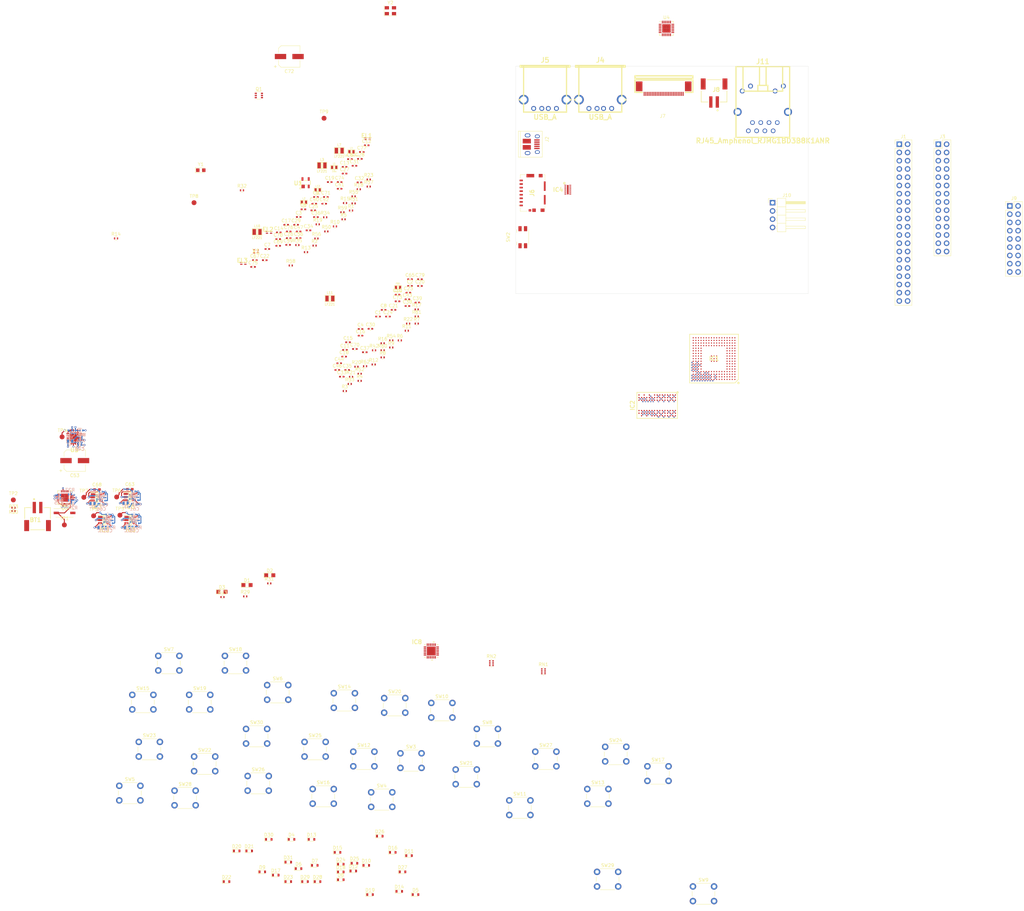
<source format=kicad_pcb>
(kicad_pcb (version 20171130) (host pcbnew 5.1.0-060a0da~80~ubuntu18.04.1)
  (layers (0 F.Cu signal) (1 Gnd.Cu power) (2 Pwr.Cu power) (31 B.Cu signal) (34 B.Paste user) (35 F.Paste user) (36 B.SilkS user hide) (37 F.SilkS user) (38 B.Mask user) (39 F.Mask user) (44 Edge.Cuts user))
  (net 0 "")
  (net 1 GND)
  (net 2 +BATT)
  (net 3 +1V0)
  (net 4 /XIN32)
  (net 5 /XOUT32)
  (net 6 /XIN)
  (net 7 /XOUT)
  (net 8 "Net-(C9-Pad1)")
  (net 9 /CPU_NRST)
  (net 10 +3V3)
  (net 11 "Net-(C12-Pad1)")
  (net 12 "Net-(C13-Pad1)")
  (net 13 /VBG)
  (net 14 "Net-(C17-Pad1)")
  (net 15 "Net-(C18-Pad1)")
  (net 16 "Net-(C19-Pad1)")
  (net 17 VEE)
  (net 18 +1V8)
  (net 19 /DDR_VREF)
  (net 20 "Net-(C36-Pad1)")
  (net 21 "Net-(C40-Pad1)")
  (net 22 VPP)
  (net 23 "Net-(C50-Pad2)")
  (net 24 +5V)
  (net 25 "Net-(C55-Pad2)")
  (net 26 "Net-(C60-Pad2)")
  (net 27 "Net-(C64-Pad2)")
  (net 28 "Net-(C65-Pad1)")
  (net 29 "Net-(C67-Pad2)")
  (net 30 "Net-(C67-Pad1)")
  (net 31 "Net-(C69-Pad1)")
  (net 32 "Net-(C70-Pad1)")
  (net 33 "Net-(C73-Pad1)")
  (net 34 "Net-(C76-Pad2)")
  (net 35 "Net-(D1-Pad1)")
  (net 36 VBUS)
  (net 37 "Net-(D2-Pad1)")
  (net 38 "Net-(D3-Pad2)")
  (net 39 "Net-(D4-Pad2)")
  (net 40 "Net-(D12-Pad1)")
  (net 41 "Net-(D13-Pad1)")
  (net 42 "Net-(D5-Pad2)")
  (net 43 "Net-(D10-Pad1)")
  (net 44 "Net-(D6-Pad2)")
  (net 45 "Net-(D11-Pad1)")
  (net 46 "Net-(D7-Pad2)")
  (net 47 "Net-(D8-Pad2)")
  (net 48 "Net-(D9-Pad2)")
  (net 49 "Net-(D10-Pad2)")
  (net 50 "Net-(D11-Pad2)")
  (net 51 "Net-(D12-Pad2)")
  (net 52 "Net-(D13-Pad2)")
  (net 53 "Net-(D14-Pad2)")
  (net 54 "Net-(D15-Pad2)")
  (net 55 "Net-(D16-Pad2)")
  (net 56 "Net-(D17-Pad2)")
  (net 57 "Net-(D18-Pad2)")
  (net 58 "Net-(D19-Pad2)")
  (net 59 "Net-(D20-Pad2)")
  (net 60 "Net-(D21-Pad2)")
  (net 61 "Net-(D22-Pad2)")
  (net 62 "Net-(D23-Pad2)")
  (net 63 "Net-(D24-Pad2)")
  (net 64 "Net-(D25-Pad2)")
  (net 65 "Net-(D26-Pad2)")
  (net 66 "Net-(D27-Pad2)")
  (net 67 "Net-(D28-Pad2)")
  (net 68 "Net-(D29-Pad2)")
  (net 69 "Net-(D30-Pad2)")
  (net 70 "Net-(D31-Pad2)")
  (net 71 /DEVICE_M)
  (net 72 /DEVICE_P)
  (net 73 "Net-(FL1-Pad2)")
  (net 74 "Net-(FL1-Pad1)")
  (net 75 "Net-(FL2-Pad1)")
  (net 76 "Net-(FL2-Pad2)")
  (net 77 /HOST_P)
  (net 78 /HOST_M)
  (net 79 "Net-(FL3-Pad1)")
  (net 80 "Net-(FL3-Pad2)")
  (net 81 /LHOST_P)
  (net 82 /LHOST_M)
  (net 83 /PB16_AD5)
  (net 84 /PB13_DISPLAY_BACKLIGHT)
  (net 85 "Net-(IC1-PadA3)")
  (net 86 /CPU_WKUP)
  (net 87 "Net-(IC1-PadA8)")
  (net 88 /DQS1)
  (net 89 /DQM0)
  (net 90 /DQS0)
  (net 91 /WEn)
  (net 92 /D14)
  (net 93 /D12)
  (net 94 /D8)
  (net 95 /D2)
  (net 96 /D4)
  (net 97 /BATTVOLT)
  (net 98 /PB10_ETX1)
  (net 99 "Net-(IC1-PadB3)")
  (net 100 /PB12_DISPLAY_RESET)
  (net 101 /NCS1)
  (net 102 "Net-(IC1-PadB9)")
  (net 103 /DQM1)
  (net 104 /RASn)
  (net 105 /SDCKE)
  (net 106 /D13)
  (net 107 /D7)
  (net 108 /D5)
  (net 109 /D3)
  (net 110 /A17)
  (net 111 /PB9_ETX0)
  (net 112 /PB7_ETXEN)
  (net 113 /PB15_AD4)
  (net 114 /PB14_DISPLAY_ADDRESS)
  (net 115 "Net-(IC1-PadC5)")
  (net 116 "Net-(IC1-PadC7)")
  (net 117 /SDA10)
  (net 118 "Net-(IC1-PadC9)")
  (net 119 /CASn)
  (net 120 /DDR_CLKn)
  (net 121 /D15)
  (net 122 /D11)
  (net 123 /D6)
  (net 124 /D9)
  (net 125 /A16)
  (net 126 /A13)
  (net 127 /PB4_ETXCK)
  (net 128 /PB2_ERXER)
  (net 129 /PB0_ERX0)
  (net 130 /PB1_ERX1)
  (net 131 "Net-(IC1-PadD5)")
  (net 132 /JTAGSEL)
  (net 133 /CPU_SHDN)
  (net 134 "Net-(IC1-PadD9)")
  (net 135 /DDR_CLK)
  (net 136 /D10)
  (net 137 /D0)
  (net 138 /D1)
  (net 139 /A15)
  (net 140 /A12)
  (net 141 /PC4)
  (net 142 /CHARGING)
  (net 143 "Net-(IC1-PadE3)")
  (net 144 /PB3_ERXDV)
  (net 145 /A19)
  (net 146 /A18)
  (net 147 /A14)
  (net 148 /A7)
  (net 149 /PC7)
  (net 150 /PC6)
  (net 151 /LOWBATTERY)
  (net 152 /CHARGED)
  (net 153 /A11)
  (net 154 /A8)
  (net 155 /A6)
  (net 156 /PC8)
  (net 157 /PC10)
  (net 158 /PC9)
  (net 159 /PC5)
  (net 160 /A10)
  (net 161 /A9)
  (net 162 /A5)
  (net 163 /A4)
  (net 164 /PC14)
  (net 165 /PC3)
  (net 166 /PC11)
  (net 167 /A2)
  (net 168 /A1)
  (net 169 /A3)
  (net 170 /PC16)
  (net 171 /PC15)
  (net 172 /PC12)
  (net 173 /PC23_RXD3)
  (net 174 /A0)
  (net 175 "Net-(IC1-PadJ16)")
  (net 176 "Net-(IC1-PadJ17)")
  (net 177 /PC20_PWM2)
  (net 178 /PC18_PWM0)
  (net 179 /PC24_RTS3)
  (net 180 "Net-(IC1-PadK4)")
  (net 181 "Net-(IC1-PadK15)")
  (net 182 "Net-(IC1-PadK16)")
  (net 183 "Net-(IC1-PadK17)")
  (net 184 /PC17)
  (net 185 /PC13)
  (net 186 /PA0_TXD0)
  (net 187 /PA2_RTS0)
  (net 188 "Net-(IC1-PadL14)")
  (net 189 "Net-(IC1-PadL15)")
  (net 190 "Net-(IC1-PadL16)")
  (net 191 /HFSDPC)
  (net 192 "Net-(IC1-PadM1)")
  (net 193 /PC25_CTS3)
  (net 194 /PC21_PWM3)
  (net 195 "Net-(IC1-PadM14)")
  (net 196 "Net-(IC1-PadM15)")
  (net 197 "Net-(IC1-PadM16)")
  (net 198 /HFSDMC)
  (net 199 "Net-(IC1-PadN1)")
  (net 200 "Net-(IC1-PadN2)")
  (net 201 /PC19_PWM1)
  (net 202 /PA3_CTS0)
  (net 203 "Net-(IC1-PadN14)")
  (net 204 "Net-(IC1-PadN15)")
  (net 205 "Net-(IC1-PadN16)")
  (net 206 "Net-(IC1-PadN17)")
  (net 207 /PA1_RXD0)
  (net 208 /PC26_SCK3)
  (net 209 /PC22_TXD3)
  (net 210 /PA8_RXD2)
  (net 211 /PA16_MCI0_CDA)
  (net 212 /PA27_TIOB0)
  (net 213 /BMS)
  (net 214 "Net-(IC1-PadP11)")
  (net 215 "Net-(IC1-PadP12)")
  (net 216 "Net-(IC1-PadP13)")
  (net 217 "Net-(IC1-PadP14)")
  (net 218 "Net-(IC1-PadP15)")
  (net 219 /HFSDMB)
  (net 220 /HHSDMB)
  (net 221 /PA5_TXD1)
  (net 222 "Net-(IC1-PadR2)")
  (net 223 /PA7_TXD2)
  (net 224 /PA6_RXD1)
  (net 225 /PA17_MCI0_CK)
  (net 226 /PA22_TIOA1)
  (net 227 /PA26_TCLK2)
  (net 228 /PA30_TWD0)
  (net 229 /PA29_KEY_INT)
  (net 230 /RTCK)
  (net 231 "Net-(IC1-PadR11)")
  (net 232 "Net-(IC1-PadR13)")
  (net 233 "Net-(IC1-PadR14)")
  (net 234 "Net-(IC1-PadR15)")
  (net 235 /HFSDPB)
  (net 236 /HHSDPB)
  (net 237 /PA10_DTXD)
  (net 238 /PA12_SPI0_MOSI)
  (net 239 /PA4_SCK0)
  (net 240 /PA13_SPI0_SPCK)
  (net 241 /PA19_MCI0_DA2)
  (net 242 /PA21_TIOA0)
  (net 243 /PA24_TCLK0)
  (net 244 /PA25_TCLK1)
  (net 245 /TDI)
  (net 246 /TDO)
  (net 247 /CPU_NTRST)
  (net 248 /HFSDPA)
  (net 249 /HFSDMA)
  (net 250 "Net-(IC1-PadU1)")
  (net 251 /PA14_SPI0_NPCS0)
  (net 252 /PA9_DRDX)
  (net 253 /PA15_MCI0_DA0)
  (net 254 /PA18_MCI0_DA1)
  (net 255 /PA20_MCI0_DA3)
  (net 256 /PA23_TIOA2)
  (net 257 /PA28_TIOB1)
  (net 258 /PA31_TWCK0)
  (net 259 /TCK)
  (net 260 /TMS)
  (net 261 /HHSDPA)
  (net 262 /HHSDMA)
  (net 263 "Net-(IC2-PadA2)")
  (net 264 "Net-(IC2-PadA8)")
  (net 265 "Net-(IC2-PadE2)")
  (net 266 "Net-(IC2-PadE8)")
  (net 267 "Net-(IC2-PadR3)")
  (net 268 "Net-(IC2-PadR7)")
  (net 269 "Net-(IC2-PadR8)")
  (net 270 "Net-(IC3-Pad3)")
  (net 271 "Net-(IC4-Pad4)")
  (net 272 "Net-(IC4-Pad5)")
  (net 273 "Net-(IC4-Pad9)")
  (net 274 "Net-(IC4-Pad10)")
  (net 275 "Net-(IC4-Pad11)")
  (net 276 "Net-(IC4-Pad13)")
  (net 277 "Net-(IC4-Pad14)")
  (net 278 "Net-(IC4-Pad15)")
  (net 279 "Net-(IC4-Pad16)")
  (net 280 "Net-(IC5-Pad3)")
  (net 281 "Net-(IC6-Pad3)")
  (net 282 "Net-(IC7-Pad3)")
  (net 283 "Net-(IC8-Pad1)")
  (net 284 "Net-(IC8-Pad2)")
  (net 285 "Net-(IC8-Pad3)")
  (net 286 "Net-(IC8-Pad4)")
  (net 287 "Net-(IC8-Pad5)")
  (net 288 "Net-(IC8-Pad6)")
  (net 289 "Net-(IC8-Pad7)")
  (net 290 "Net-(IC8-Pad8)")
  (net 291 "Net-(IC8-Pad13)")
  (net 292 "Net-(IC8-Pad14)")
  (net 293 "Net-(IC8-Pad15)")
  (net 294 "Net-(IC8-Pad16)")
  (net 295 "Net-(IC8-Pad17)")
  (net 296 "Net-(IC8-Pad18)")
  (net 297 "Net-(J2-Pad6)")
  (net 298 "Net-(J2-Pad4)")
  (net 299 "Net-(J7-Pad15)")
  (net 300 "Net-(J7-Pad16)")
  (net 301 "Net-(J7-Pad17)")
  (net 302 "Net-(J7-Pad18)")
  (net 303 "Net-(J7-Pad19)")
  (net 304 "Net-(J7-Pad20)")
  (net 305 "Net-(J8-Pad2)")
  (net 306 "Net-(J9-Pad17)")
  (net 307 "Net-(J9-Pad8)")
  (net 308 "Net-(J9-Pad7)")
  (net 309 "Net-(J9-Pad6)")
  (net 310 "Net-(J11-Pad13)")
  (net 311 "Net-(L5-Pad1)")
  (net 312 "Net-(J4-Pad5)")
  (net 313 "Net-(J5-Pad5)")
  (net 314 "Net-(R12-Pad1)")
  (net 315 "Net-(R24-Pad1)")
  (net 316 "Net-(R25-Pad1)")
  (net 317 "Net-(R26-Pad1)")
  (net 318 "Net-(R27-Pad1)")
  (net 319 "Net-(R36-Pad2)")
  (net 320 "Net-(R40-Pad2)")
  (net 321 "Net-(R51-Pad2)")
  (net 322 "Net-(R52-Pad2)")
  (net 323 "Net-(R54-Pad2)")
  (net 324 "Net-(J11-PadL4)")
  (net 325 "Net-(J11-PadL1)")
  (net 326 "Net-(RN2-Pad4)")
  (net 327 "Net-(SW1-Pad1)")
  (net 328 "Net-(J11-PadL2)")
  (net 329 "Net-(U2-Pad6)")
  (net 330 "Net-(U3-Pad2)")
  (net 331 "Net-(J11-PadL3)")
  (net 332 "Net-(U4-Pad11)")
  (net 333 "Net-(U4-Pad8)")
  (net 334 "Net-(U4-Pad7)")
  (net 335 "Net-(J11-PadR1)")
  (net 336 "Net-(J11-PadR2)")
  (net 337 "Net-(J11-PadR3)")
  (net 338 "Net-(J11-PadR6)")
  (module AT91SAM9G25-CU-999:BGA217C80P17X17_1500X1500X140 (layer F.Cu) (at 231 120 180)
    (fp_text reference IC1 (at 0 0 180) (layer F.SilkS) (effects (font (size 1.27 1.27) (thickness 0.254))))
    (fp_text value AT91SAM9G25-CU-999 hide)
    (pad A1 smd circle (at -6.4 -6.4 270) (size 0.37 0.37) (layers F.Cu F.Paste F.Mask) (net 83 /PB16_AD5))
    (pad A2 smd circle (at -5.6 -6.4 270) (size 0.37 0.37) (layers F.Cu F.Paste F.Mask) (net 84 /PB13_DISPLAY_BACKLIGHT))
    (pad A3 smd circle (at -4.8 -6.4 270) (size 0.37 0.37) (layers F.Cu F.Paste F.Mask) (net 85 "Net-(IC1-PadA3)"))
    (pad A4 smd circle (at -4 -6.4 270) (size 0.37 0.37) (layers F.Cu F.Paste F.Mask) (net 10 +3V3))
    (pad A5 smd circle (at -3.2 -6.4 270) (size 0.37 0.37) (layers F.Cu F.Paste F.Mask) (net 5 /XOUT32))
    (pad A6 smd circle (at -2.4 -6.4 270) (size 0.37 0.37) (layers F.Cu F.Paste F.Mask) (net 4 /XIN32))
    (pad A7 smd circle (at -1.6 -6.4 270) (size 0.37 0.37) (layers F.Cu F.Paste F.Mask) (net 86 /CPU_WKUP))
    (pad A8 smd circle (at -0.8 -6.4 270) (size 0.37 0.37) (layers F.Cu F.Paste F.Mask) (net 87 "Net-(IC1-PadA8)"))
    (pad A9 smd circle (at 0 -6.4 270) (size 0.37 0.37) (layers F.Cu F.Paste F.Mask) (net 88 /DQS1))
    (pad A10 smd circle (at 0.8 -6.4 270) (size 0.37 0.37) (layers F.Cu F.Paste F.Mask) (net 89 /DQM0))
    (pad A11 smd circle (at 1.6 -6.4 270) (size 0.37 0.37) (layers F.Cu F.Paste F.Mask) (net 90 /DQS0))
    (pad A12 smd circle (at 2.4 -6.4 270) (size 0.37 0.37) (layers F.Cu F.Paste F.Mask) (net 91 /WEn))
    (pad A13 smd circle (at 3.2 -6.4 270) (size 0.37 0.37) (layers F.Cu F.Paste F.Mask) (net 92 /D14))
    (pad A14 smd circle (at 4 -6.4 270) (size 0.37 0.37) (layers F.Cu F.Paste F.Mask) (net 93 /D12))
    (pad A15 smd circle (at 4.8 -6.4 270) (size 0.37 0.37) (layers F.Cu F.Paste F.Mask) (net 94 /D8))
    (pad A16 smd circle (at 5.6 -6.4 270) (size 0.37 0.37) (layers F.Cu F.Paste F.Mask) (net 95 /D2))
    (pad A17 smd circle (at 6.4 -6.4 270) (size 0.37 0.37) (layers F.Cu F.Paste F.Mask) (net 96 /D4))
    (pad B1 smd circle (at -6.4 -5.6 270) (size 0.37 0.37) (layers F.Cu F.Paste F.Mask) (net 97 /BATTVOLT))
    (pad B2 smd circle (at -5.6 -5.6 270) (size 0.37 0.37) (layers F.Cu F.Paste F.Mask) (net 98 /PB10_ETX1))
    (pad B3 smd circle (at -4.8 -5.6 270) (size 0.37 0.37) (layers F.Cu F.Paste F.Mask) (net 99 "Net-(IC1-PadB3)"))
    (pad B4 smd circle (at -4 -5.6 270) (size 0.37 0.37) (layers F.Cu F.Paste F.Mask) (net 100 /PB12_DISPLAY_RESET))
    (pad B5 smd circle (at -3.2 -5.6 270) (size 0.37 0.37) (layers F.Cu F.Paste F.Mask) (net 17 VEE))
    (pad B6 smd circle (at -2.4 -5.6 270) (size 0.37 0.37) (layers F.Cu F.Paste F.Mask) (net 1 GND))
    (pad B7 smd circle (at -1.6 -5.6 270) (size 0.37 0.37) (layers F.Cu F.Paste F.Mask) (net 1 GND))
    (pad B8 smd circle (at -0.8 -5.6 270) (size 0.37 0.37) (layers F.Cu F.Paste F.Mask) (net 101 /NCS1))
    (pad B9 smd circle (at 0 -5.6 270) (size 0.37 0.37) (layers F.Cu F.Paste F.Mask) (net 102 "Net-(IC1-PadB9)"))
    (pad B10 smd circle (at 0.8 -5.6 270) (size 0.37 0.37) (layers F.Cu F.Paste F.Mask) (net 103 /DQM1))
    (pad B11 smd circle (at 1.6 -5.6 270) (size 0.37 0.37) (layers F.Cu F.Paste F.Mask) (net 104 /RASn))
    (pad B12 smd circle (at 2.4 -5.6 270) (size 0.37 0.37) (layers F.Cu F.Paste F.Mask) (net 105 /SDCKE))
    (pad B13 smd circle (at 3.2 -5.6 270) (size 0.37 0.37) (layers F.Cu F.Paste F.Mask) (net 106 /D13))
    (pad B14 smd circle (at 4 -5.6 270) (size 0.37 0.37) (layers F.Cu F.Paste F.Mask) (net 107 /D7))
    (pad B15 smd circle (at 4.8 -5.6 270) (size 0.37 0.37) (layers F.Cu F.Paste F.Mask) (net 108 /D5))
    (pad B16 smd circle (at 5.6 -5.6 270) (size 0.37 0.37) (layers F.Cu F.Paste F.Mask) (net 109 /D3))
    (pad B17 smd circle (at 6.4 -5.6 270) (size 0.37 0.37) (layers F.Cu F.Paste F.Mask) (net 110 /A17))
    (pad C1 smd circle (at -6.4 -4.8 270) (size 0.37 0.37) (layers F.Cu F.Paste F.Mask) (net 111 /PB9_ETX0))
    (pad C2 smd circle (at -5.6 -4.8 270) (size 0.37 0.37) (layers F.Cu F.Paste F.Mask) (net 112 /PB7_ETXEN))
    (pad C3 smd circle (at -4.8 -4.8 270) (size 0.37 0.37) (layers F.Cu F.Paste F.Mask) (net 113 /PB15_AD4))
    (pad C4 smd circle (at -4 -4.8 270) (size 0.37 0.37) (layers F.Cu F.Paste F.Mask) (net 114 /PB14_DISPLAY_ADDRESS))
    (pad C5 smd circle (at -3.2 -4.8 270) (size 0.37 0.37) (layers F.Cu F.Paste F.Mask) (net 115 "Net-(IC1-PadC5)"))
    (pad C6 smd circle (at -2.4 -4.8 270) (size 0.37 0.37) (layers F.Cu F.Paste F.Mask) (net 15 "Net-(C18-Pad1)"))
    (pad C7 smd circle (at -1.6 -4.8 270) (size 0.37 0.37) (layers F.Cu F.Paste F.Mask) (net 116 "Net-(IC1-PadC7)"))
    (pad C8 smd circle (at -0.8 -4.8 270) (size 0.37 0.37) (layers F.Cu F.Paste F.Mask) (net 117 /SDA10))
    (pad C9 smd circle (at 0 -4.8 270) (size 0.37 0.37) (layers F.Cu F.Paste F.Mask) (net 118 "Net-(IC1-PadC9)"))
    (pad C10 smd circle (at 0.8 -4.8 270) (size 0.37 0.37) (layers F.Cu F.Paste F.Mask) (net 119 /CASn))
    (pad C11 smd circle (at 1.6 -4.8 270) (size 0.37 0.37) (layers F.Cu F.Paste F.Mask) (net 120 /DDR_CLKn))
    (pad C12 smd circle (at 2.4 -4.8 270) (size 0.37 0.37) (layers F.Cu F.Paste F.Mask) (net 121 /D15))
    (pad C13 smd circle (at 3.2 -4.8 270) (size 0.37 0.37) (layers F.Cu F.Paste F.Mask) (net 122 /D11))
    (pad C14 smd circle (at 4 -4.8 270) (size 0.37 0.37) (layers F.Cu F.Paste F.Mask) (net 123 /D6))
    (pad C15 smd circle (at 4.8 -4.8 270) (size 0.37 0.37) (layers F.Cu F.Paste F.Mask) (net 124 /D9))
    (pad C16 smd circle (at 5.6 -4.8 270) (size 0.37 0.37) (layers F.Cu F.Paste F.Mask) (net 125 /A16))
    (pad C17 smd circle (at 6.4 -4.8 270) (size 0.37 0.37) (layers F.Cu F.Paste F.Mask) (net 126 /A13))
    (pad D1 smd circle (at -6.4 -4 270) (size 0.37 0.37) (layers F.Cu F.Paste F.Mask) (net 127 /PB4_ETXCK))
    (pad D2 smd circle (at -5.6 -4 270) (size 0.37 0.37) (layers F.Cu F.Paste F.Mask) (net 128 /PB2_ERXER))
    (pad D3 smd circle (at -4.8 -4 270) (size 0.37 0.37) (layers F.Cu F.Paste F.Mask) (net 129 /PB0_ERX0))
    (pad D4 smd circle (at -4 -4 270) (size 0.37 0.37) (layers F.Cu F.Paste F.Mask) (net 130 /PB1_ERX1))
    (pad D5 smd circle (at -3.2 -4 270) (size 0.37 0.37) (layers F.Cu F.Paste F.Mask) (net 131 "Net-(IC1-PadD5)"))
    (pad D6 smd circle (at -2.4 -4 270) (size 0.37 0.37) (layers F.Cu F.Paste F.Mask) (net 1 GND))
    (pad D7 smd circle (at -1.6 -4 270) (size 0.37 0.37) (layers F.Cu F.Paste F.Mask) (net 132 /JTAGSEL))
    (pad D8 smd circle (at -0.8 -4 270) (size 0.37 0.37) (layers F.Cu F.Paste F.Mask) (net 133 /CPU_SHDN))
    (pad D9 smd circle (at 0 -4 270) (size 0.37 0.37) (layers F.Cu F.Paste F.Mask) (net 134 "Net-(IC1-PadD9)"))
    (pad D10 smd circle (at 0.8 -4 270) (size 0.37 0.37) (layers F.Cu F.Paste F.Mask) (net 18 +1V8))
    (pad D11 smd circle (at 1.6 -4 270) (size 0.37 0.37) (layers F.Cu F.Paste F.Mask) (net 135 /DDR_CLK))
    (pad D12 smd circle (at 2.4 -4 270) (size 0.37 0.37) (layers F.Cu F.Paste F.Mask) (net 136 /D10))
    (pad D13 smd circle (at 3.2 -4 270) (size 0.37 0.37) (layers F.Cu F.Paste F.Mask) (net 18 +1V8))
    (pad D14 smd circle (at 4 -4 270) (size 0.37 0.37) (layers F.Cu F.Paste F.Mask) (net 137 /D0))
    (pad D15 smd circle (at 4.8 -4 270) (size 0.37 0.37) (layers F.Cu F.Paste F.Mask) (net 138 /D1))
    (pad D16 smd circle (at 5.6 -4 270) (size 0.37 0.37) (layers F.Cu F.Paste F.Mask) (net 139 /A15))
    (pad D17 smd circle (at 6.4 -4 270) (size 0.37 0.37) (layers F.Cu F.Paste F.Mask) (net 140 /A12))
    (pad E1 smd circle (at -6.4 -3.2 270) (size 0.37 0.37) (layers F.Cu F.Paste F.Mask) (net 141 /PC4))
    (pad E2 smd circle (at -5.6 -3.2 270) (size 0.37 0.37) (layers F.Cu F.Paste F.Mask) (net 142 /CHARGING))
    (pad E3 smd circle (at -4.8 -3.2 270) (size 0.37 0.37) (layers F.Cu F.Paste F.Mask) (net 143 "Net-(IC1-PadE3)"))
    (pad E4 smd circle (at -4 -3.2 270) (size 0.37 0.37) (layers F.Cu F.Paste F.Mask) (net 144 /PB3_ERXDV))
    (pad E14 smd circle (at 4 -3.2 270) (size 0.37 0.37) (layers F.Cu F.Paste F.Mask) (net 145 /A19))
    (pad E15 smd circle (at 4.8 -3.2 270) (size 0.37 0.37) (layers F.Cu F.Paste F.Mask) (net 146 /A18))
    (pad E16 smd circle (at 5.6 -3.2 270) (size 0.37 0.37) (layers F.Cu F.Paste F.Mask) (net 147 /A14))
    (pad E17 smd circle (at 6.4 -3.2 270) (size 0.37 0.37) (layers F.Cu F.Paste F.Mask) (net 148 /A7))
    (pad F1 smd circle (at -6.4 -2.4 270) (size 0.37 0.37) (layers F.Cu F.Paste F.Mask) (net 149 /PC7))
    (pad F2 smd circle (at -5.6 -2.4 270) (size 0.37 0.37) (layers F.Cu F.Paste F.Mask) (net 150 /PC6))
    (pad F3 smd circle (at -4.8 -2.4 270) (size 0.37 0.37) (layers F.Cu F.Paste F.Mask) (net 151 /LOWBATTERY))
    (pad F4 smd circle (at -4 -2.4 270) (size 0.37 0.37) (layers F.Cu F.Paste F.Mask) (net 152 /CHARGED))
    (pad F14 smd circle (at 4 -2.4 270) (size 0.37 0.37) (layers F.Cu F.Paste F.Mask) (net 18 +1V8))
    (pad F15 smd circle (at 4.8 -2.4 270) (size 0.37 0.37) (layers F.Cu F.Paste F.Mask) (net 153 /A11))
    (pad F16 smd circle (at 5.6 -2.4 270) (size 0.37 0.37) (layers F.Cu F.Paste F.Mask) (net 154 /A8))
    (pad F17 smd circle (at 6.4 -2.4 270) (size 0.37 0.37) (layers F.Cu F.Paste F.Mask) (net 155 /A6))
    (pad G1 smd circle (at -6.4 -1.6 270) (size 0.37 0.37) (layers F.Cu F.Paste F.Mask) (net 156 /PC8))
    (pad G2 smd circle (at -5.6 -1.6 270) (size 0.37 0.37) (layers F.Cu F.Paste F.Mask) (net 157 /PC10))
    (pad G3 smd circle (at -4.8 -1.6 270) (size 0.37 0.37) (layers F.Cu F.Paste F.Mask) (net 158 /PC9))
    (pad G4 smd circle (at -4 -1.6 270) (size 0.37 0.37) (layers F.Cu F.Paste F.Mask) (net 159 /PC5))
    (pad G14 smd circle (at 4 -1.6 270) (size 0.37 0.37) (layers F.Cu F.Paste F.Mask) (net 160 /A10))
    (pad G15 smd circle (at 4.8 -1.6 270) (size 0.37 0.37) (layers F.Cu F.Paste F.Mask) (net 161 /A9))
    (pad G16 smd circle (at 5.6 -1.6 270) (size 0.37 0.37) (layers F.Cu F.Paste F.Mask) (net 162 /A5))
    (pad G17 smd circle (at 6.4 -1.6 270) (size 0.37 0.37) (layers F.Cu F.Paste F.Mask) (net 163 /A4))
    (pad H1 smd circle (at -6.4 -0.8 270) (size 0.37 0.37) (layers F.Cu F.Paste F.Mask) (net 164 /PC14))
    (pad H2 smd circle (at -5.6 -0.8 270) (size 0.37 0.37) (layers F.Cu F.Paste F.Mask) (net 165 /PC3))
    (pad H3 smd circle (at -4.8 -0.8 270) (size 0.37 0.37) (layers F.Cu F.Paste F.Mask) (net 166 /PC11))
    (pad H4 smd circle (at -4 -0.8 270) (size 0.37 0.37) (layers F.Cu F.Paste F.Mask) (net 10 +3V3))
    (pad H8 smd circle (at -0.8 -0.8 270) (size 0.37 0.37) (layers F.Cu F.Paste F.Mask) (net 1 GND))
    (pad H9 smd circle (at 0 -0.8 270) (size 0.37 0.37) (layers F.Cu F.Paste F.Mask) (net 1 GND))
    (pad H10 smd circle (at 0.8 -0.8 270) (size 0.37 0.37) (layers F.Cu F.Paste F.Mask) (net 1 GND))
    (pad H14 smd circle (at 4 -0.8 270) (size 0.37 0.37) (layers F.Cu F.Paste F.Mask) (net 3 +1V0))
    (pad H15 smd circle (at 4.8 -0.8 270) (size 0.37 0.37) (layers F.Cu F.Paste F.Mask) (net 167 /A2))
    (pad H16 smd circle (at 5.6 -0.8 270) (size 0.37 0.37) (layers F.Cu F.Paste F.Mask) (net 168 /A1))
    (pad H17 smd circle (at 6.4 -0.8 270) (size 0.37 0.37) (layers F.Cu F.Paste F.Mask) (net 169 /A3))
    (pad J1 smd circle (at -6.4 0 270) (size 0.37 0.37) (layers F.Cu F.Paste F.Mask) (net 170 /PC16))
    (pad J2 smd circle (at -5.6 0 270) (size 0.37 0.37) (layers F.Cu F.Paste F.Mask) (net 171 /PC15))
    (pad J3 smd circle (at -4.8 0 270) (size 0.37 0.37) (layers F.Cu F.Paste F.Mask) (net 172 /PC12))
    (pad J4 smd circle (at -4 0 270) (size 0.37 0.37) (layers F.Cu F.Paste F.Mask) (net 173 /PC23_RXD3))
    (pad J8 smd circle (at -0.8 0 270) (size 0.37 0.37) (layers F.Cu F.Paste F.Mask) (net 1 GND))
    (pad J9 smd circle (at 0 0 270) (size 0.37 0.37) (layers F.Cu F.Paste F.Mask) (net 1 GND))
    (pad J10 smd circle (at 0.8 0 270) (size 0.37 0.37) (layers F.Cu F.Paste F.Mask) (net 1 GND))
    (pad J14 smd circle (at 4 0 270) (size 0.37 0.37) (layers F.Cu F.Paste F.Mask) (net 10 +3V3))
    (pad J15 smd circle (at 4.8 0 270) (size 0.37 0.37) (layers F.Cu F.Paste F.Mask) (net 174 /A0))
    (pad J16 smd circle (at 5.6 0 270) (size 0.37 0.37) (layers F.Cu F.Paste F.Mask) (net 175 "Net-(IC1-PadJ16)"))
    (pad J17 smd circle (at 6.4 0 270) (size 0.37 0.37) (layers F.Cu F.Paste F.Mask) (net 176 "Net-(IC1-PadJ17)"))
    (pad K1 smd circle (at -6.4 0.8 270) (size 0.37 0.37) (layers F.Cu F.Paste F.Mask) (net 177 /PC20_PWM2))
    (pad K2 smd circle (at -5.6 0.8 270) (size 0.37 0.37) (layers F.Cu F.Paste F.Mask) (net 178 /PC18_PWM0))
    (pad K3 smd circle (at -4.8 0.8 270) (size 0.37 0.37) (layers F.Cu F.Paste F.Mask) (net 179 /PC24_RTS3))
    (pad K4 smd circle (at -4 0.8 270) (size 0.37 0.37) (layers F.Cu F.Paste F.Mask) (net 180 "Net-(IC1-PadK4)"))
    (pad K8 smd circle (at -0.8 0.8 270) (size 0.37 0.37) (layers F.Cu F.Paste F.Mask) (net 3 +1V0))
    (pad K9 smd circle (at 0 0.8 270) (size 0.37 0.37) (layers F.Cu F.Paste F.Mask) (net 3 +1V0))
    (pad K10 smd circle (at 0.8 0.8 270) (size 0.37 0.37) (layers F.Cu F.Paste F.Mask) (net 1 GND))
    (pad K14 smd circle (at 4 0.8 270) (size 0.37 0.37) (layers F.Cu F.Paste F.Mask) (net 10 +3V3))
    (pad K15 smd circle (at 4.8 0.8 270) (size 0.37 0.37) (layers F.Cu F.Paste F.Mask) (net 181 "Net-(IC1-PadK15)"))
    (pad K16 smd circle (at 5.6 0.8 270) (size 0.37 0.37) (layers F.Cu F.Paste F.Mask) (net 182 "Net-(IC1-PadK16)"))
    (pad K17 smd circle (at 6.4 0.8 270) (size 0.37 0.37) (layers F.Cu F.Paste F.Mask) (net 183 "Net-(IC1-PadK17)"))
    (pad L1 smd circle (at -6.4 1.6 270) (size 0.37 0.37) (layers F.Cu F.Paste F.Mask) (net 184 /PC17))
    (pad L2 smd circle (at -5.6 1.6 270) (size 0.37 0.37) (layers F.Cu F.Paste F.Mask) (net 185 /PC13))
    (pad L3 smd circle (at -4.8 1.6 270) (size 0.37 0.37) (layers F.Cu F.Paste F.Mask) (net 186 /PA0_TXD0))
    (pad L4 smd circle (at -4 1.6 270) (size 0.37 0.37) (layers F.Cu F.Paste F.Mask) (net 187 /PA2_RTS0))
    (pad L14 smd circle (at 4 1.6 270) (size 0.37 0.37) (layers F.Cu F.Paste F.Mask) (net 188 "Net-(IC1-PadL14)"))
    (pad L15 smd circle (at 4.8 1.6 270) (size 0.37 0.37) (layers F.Cu F.Paste F.Mask) (net 189 "Net-(IC1-PadL15)"))
    (pad L16 smd circle (at 5.6 1.6 270) (size 0.37 0.37) (layers F.Cu F.Paste F.Mask) (net 190 "Net-(IC1-PadL16)"))
    (pad L17 smd circle (at 6.4 1.6 270) (size 0.37 0.37) (layers F.Cu F.Paste F.Mask) (net 191 /HFSDPC))
    (pad M1 smd circle (at -6.4 2.4 270) (size 0.37 0.37) (layers F.Cu F.Paste F.Mask) (net 192 "Net-(IC1-PadM1)"))
    (pad M2 smd circle (at -5.6 2.4 270) (size 0.37 0.37) (layers F.Cu F.Paste F.Mask) (net 193 /PC25_CTS3))
    (pad M3 smd circle (at -4.8 2.4 270) (size 0.37 0.37) (layers F.Cu F.Paste F.Mask) (net 194 /PC21_PWM3))
    (pad M4 smd circle (at -4 2.4 270) (size 0.37 0.37) (layers F.Cu F.Paste F.Mask) (net 1 GND))
    (pad M14 smd circle (at 4 2.4 270) (size 0.37 0.37) (layers F.Cu F.Paste F.Mask) (net 195 "Net-(IC1-PadM14)"))
    (pad M15 smd circle (at 4.8 2.4 270) (size 0.37 0.37) (layers F.Cu F.Paste F.Mask) (net 196 "Net-(IC1-PadM15)"))
    (pad M16 smd circle (at 5.6 2.4 270) (size 0.37 0.37) (layers F.Cu F.Paste F.Mask) (net 197 "Net-(IC1-PadM16)"))
    (pad M17 smd circle (at 6.4 2.4 270) (size 0.37 0.37) (layers F.Cu F.Paste F.Mask) (net 198 /HFSDMC))
    (pad N1 smd circle (at -6.4 3.2 270) (size 0.37 0.37) (layers F.Cu F.Paste F.Mask) (net 199 "Net-(IC1-PadN1)"))
    (pad N2 smd circle (at -5.6 3.2 270) (size 0.37 0.37) (layers F.Cu F.Paste F.Mask) (net 200 "Net-(IC1-PadN2)"))
    (pad N3 smd circle (at -4.8 3.2 270) (size 0.37 0.37) (layers F.Cu F.Paste F.Mask) (net 201 /PC19_PWM1))
    (pad N4 smd circle (at -4 3.2 270) (size 0.37 0.37) (layers F.Cu F.Paste F.Mask) (net 202 /PA3_CTS0))
    (pad N14 smd circle (at 4 3.2 270) (size 0.37 0.37) (layers F.Cu F.Paste F.Mask) (net 203 "Net-(IC1-PadN14)"))
    (pad N15 smd circle (at 4.8 3.2 270) (size 0.37 0.37) (layers F.Cu F.Paste F.Mask) (net 204 "Net-(IC1-PadN15)"))
    (pad N16 smd circle (at 5.6 3.2 270) (size 0.37 0.37) (layers F.Cu F.Paste F.Mask) (net 205 "Net-(IC1-PadN16)"))
    (pad N17 smd circle (at 6.4 3.2 270) (size 0.37 0.37) (layers F.Cu F.Paste F.Mask) (net 206 "Net-(IC1-PadN17)"))
    (pad P1 smd circle (at -6.4 4 270) (size 0.37 0.37) (layers F.Cu F.Paste F.Mask) (net 207 /PA1_RXD0))
    (pad P2 smd circle (at -5.6 4 270) (size 0.37 0.37) (layers F.Cu F.Paste F.Mask) (net 208 /PC26_SCK3))
    (pad P3 smd circle (at -4.8 4 270) (size 0.37 0.37) (layers F.Cu F.Paste F.Mask) (net 209 /PC22_TXD3))
    (pad P4 smd circle (at -4 4 270) (size 0.37 0.37) (layers F.Cu F.Paste F.Mask) (net 210 /PA8_RXD2))
    (pad P5 smd circle (at -3.2 4 270) (size 0.37 0.37) (layers F.Cu F.Paste F.Mask) (net 211 /PA16_MCI0_CDA))
    (pad P6 smd circle (at -2.4 4 270) (size 0.37 0.37) (layers F.Cu F.Paste F.Mask) (net 1 GND))
    (pad P7 smd circle (at -1.6 4 270) (size 0.37 0.37) (layers F.Cu F.Paste F.Mask) (net 10 +3V3))
    (pad P8 smd circle (at -0.8 4 270) (size 0.37 0.37) (layers F.Cu F.Paste F.Mask) (net 212 /PA27_TIOB0))
    (pad P9 smd circle (at 0 4 270) (size 0.37 0.37) (layers F.Cu F.Paste F.Mask) (net 213 /BMS))
    (pad P10 smd circle (at 0.8 4 270) (size 0.37 0.37) (layers F.Cu F.Paste F.Mask) (net 9 /CPU_NRST))
    (pad P11 smd circle (at 1.6 4 270) (size 0.37 0.37) (layers F.Cu F.Paste F.Mask) (net 214 "Net-(IC1-PadP11)"))
    (pad P12 smd circle (at 2.4 4 270) (size 0.37 0.37) (layers F.Cu F.Paste F.Mask) (net 215 "Net-(IC1-PadP12)"))
    (pad P13 smd circle (at 3.2 4 270) (size 0.37 0.37) (layers F.Cu F.Paste F.Mask) (net 216 "Net-(IC1-PadP13)"))
    (pad P14 smd circle (at 4 4 270) (size 0.37 0.37) (layers F.Cu F.Paste F.Mask) (net 217 "Net-(IC1-PadP14)"))
    (pad P15 smd circle (at 4.8 4 270) (size 0.37 0.37) (layers F.Cu F.Paste F.Mask) (net 218 "Net-(IC1-PadP15)"))
    (pad P16 smd circle (at 5.6 4 270) (size 0.37 0.37) (layers F.Cu F.Paste F.Mask) (net 219 /HFSDMB))
    (pad P17 smd circle (at 6.4 4 270) (size 0.37 0.37) (layers F.Cu F.Paste F.Mask) (net 220 /HHSDMB))
    (pad R1 smd circle (at -6.4 4.8 270) (size 0.37 0.37) (layers F.Cu F.Paste F.Mask) (net 221 /PA5_TXD1))
    (pad R2 smd circle (at -5.6 4.8 270) (size 0.37 0.37) (layers F.Cu F.Paste F.Mask) (net 222 "Net-(IC1-PadR2)"))
    (pad R3 smd circle (at -4.8 4.8 270) (size 0.37 0.37) (layers F.Cu F.Paste F.Mask) (net 223 /PA7_TXD2))
    (pad R4 smd circle (at -4 4.8 270) (size 0.37 0.37) (layers F.Cu F.Paste F.Mask) (net 224 /PA6_RXD1))
    (pad R5 smd circle (at -3.2 4.8 270) (size 0.37 0.37) (layers F.Cu F.Paste F.Mask) (net 225 /PA17_MCI0_CK))
    (pad R6 smd circle (at -2.4 4.8 270) (size 0.37 0.37) (layers F.Cu F.Paste F.Mask) (net 226 /PA22_TIOA1))
    (pad R7 smd circle (at -1.6 4.8 270) (size 0.37 0.37) (layers F.Cu F.Paste F.Mask) (net 227 /PA26_TCLK2))
    (pad R8 smd circle (at -0.8 4.8 270) (size 0.37 0.37) (layers F.Cu F.Paste F.Mask) (net 228 /PA30_TWD0))
    (pad R9 smd circle (at 0 4.8 270) (size 0.37 0.37) (layers F.Cu F.Paste F.Mask) (net 229 /PA29_KEY_INT))
    (pad R10 smd circle (at 0.8 4.8 270) (size 0.37 0.37) (layers F.Cu F.Paste F.Mask) (net 230 /RTCK))
    (pad R11 smd circle (at 1.6 4.8 270) (size 0.37 0.37) (layers F.Cu F.Paste F.Mask) (net 231 "Net-(IC1-PadR11)"))
    (pad R12 smd circle (at 2.4 4.8 270) (size 0.37 0.37) (layers F.Cu F.Paste F.Mask) (net 12 "Net-(C13-Pad1)"))
    (pad R13 smd circle (at 3.2 4.8 270) (size 0.37 0.37) (layers F.Cu F.Paste F.Mask) (net 232 "Net-(IC1-PadR13)"))
    (pad R14 smd circle (at 4 4.8 270) (size 0.37 0.37) (layers F.Cu F.Paste F.Mask) (net 233 "Net-(IC1-PadR14)"))
    (pad R15 smd circle (at 4.8 4.8 270) (size 0.37 0.37) (layers F.Cu F.Paste F.Mask) (net 234 "Net-(IC1-PadR15)"))
    (pad R16 smd circle (at 5.6 4.8 270) (size 0.37 0.37) (layers F.Cu F.Paste F.Mask) (net 235 /HFSDPB))
    (pad R17 smd circle (at 6.4 4.8 270) (size 0.37 0.37) (layers F.Cu F.Paste F.Mask) (net 236 /HHSDPB))
    (pad T1 smd circle (at -6.4 5.6 270) (size 0.37 0.37) (layers F.Cu F.Paste F.Mask) (net 237 /PA10_DTXD))
    (pad T2 smd circle (at -5.6 5.6 270) (size 0.37 0.37) (layers F.Cu F.Paste F.Mask) (net 238 /PA12_SPI0_MOSI))
    (pad T3 smd circle (at -4.8 5.6 270) (size 0.37 0.37) (layers F.Cu F.Paste F.Mask) (net 239 /PA4_SCK0))
    (pad T4 smd circle (at -4 5.6 270) (size 0.37 0.37) (layers F.Cu F.Paste F.Mask) (net 240 /PA13_SPI0_SPCK))
    (pad T5 smd circle (at -3.2 5.6 270) (size 0.37 0.37) (layers F.Cu F.Paste F.Mask) (net 241 /PA19_MCI0_DA2))
    (pad T6 smd circle (at -2.4 5.6 270) (size 0.37 0.37) (layers F.Cu F.Paste F.Mask) (net 242 /PA21_TIOA0))
    (pad T7 smd circle (at -1.6 5.6 270) (size 0.37 0.37) (layers F.Cu F.Paste F.Mask) (net 243 /PA24_TCLK0))
    (pad T8 smd circle (at -0.8 5.6 270) (size 0.37 0.37) (layers F.Cu F.Paste F.Mask) (net 244 /PA25_TCLK1))
    (pad T9 smd circle (at 0 5.6 270) (size 0.37 0.37) (layers F.Cu F.Paste F.Mask) (net 245 /TDI))
    (pad T10 smd circle (at 0.8 5.6 270) (size 0.37 0.37) (layers F.Cu F.Paste F.Mask) (net 246 /TDO))
    (pad T11 smd circle (at 1.6 5.6 270) (size 0.37 0.37) (layers F.Cu F.Paste F.Mask) (net 247 /CPU_NTRST))
    (pad T12 smd circle (at 2.4 5.6 270) (size 0.37 0.37) (layers F.Cu F.Paste F.Mask) (net 6 /XIN))
    (pad T13 smd circle (at 3.2 5.6 270) (size 0.37 0.37) (layers F.Cu F.Paste F.Mask) (net 8 "Net-(C9-Pad1)"))
    (pad T14 smd circle (at 4 5.6 270) (size 0.37 0.37) (layers F.Cu F.Paste F.Mask) (net 248 /HFSDPA))
    (pad T15 smd circle (at 4.8 5.6 270) (size 0.37 0.37) (layers F.Cu F.Paste F.Mask) (net 249 /HFSDMA))
    (pad T16 smd circle (at 5.6 5.6 270) (size 0.37 0.37) (layers F.Cu F.Paste F.Mask) (net 1 GND))
    (pad T17 smd circle (at 6.4 5.6 270) (size 0.37 0.37) (layers F.Cu F.Paste F.Mask) (net 3 +1V0))
    (pad U1 smd circle (at -6.4 6.4 270) (size 0.37 0.37) (layers F.Cu F.Paste F.Mask) (net 250 "Net-(IC1-PadU1)"))
    (pad U2 smd circle (at -5.6 6.4 270) (size 0.37 0.37) (layers F.Cu F.Paste F.Mask) (net 251 /PA14_SPI0_NPCS0))
    (pad U3 smd circle (at -4.8 6.4 270) (size 0.37 0.37) (layers F.Cu F.Paste F.Mask) (net 252 /PA9_DRDX))
    (pad U4 smd circle (at -4 6.4 270) (size 0.37 0.37) (layers F.Cu F.Paste F.Mask) (net 253 /PA15_MCI0_DA0))
    (pad U5 smd circle (at -3.2 6.4 270) (size 0.37 0.37) (layers F.Cu F.Paste F.Mask) (net 254 /PA18_MCI0_DA1))
    (pad U6 smd circle (at -2.4 6.4 270) (size 0.37 0.37) (layers F.Cu F.Paste F.Mask) (net 255 /PA20_MCI0_DA3))
    (pad U7 smd circle (at -1.6 6.4 270) (size 0.37 0.37) (layers F.Cu F.Paste F.Mask) (net 256 /PA23_TIOA2))
    (pad U8 smd circle (at -0.8 6.4 270) (size 0.37 0.37) (layers F.Cu F.Paste F.Mask) (net 257 /PA28_TIOB1))
    (pad U9 smd circle (at 0 6.4 270) (size 0.37 0.37) (layers F.Cu F.Paste F.Mask) (net 258 /PA31_TWCK0))
    (pad U10 smd circle (at 0.8 6.4 270) (size 0.37 0.37) (layers F.Cu F.Paste F.Mask) (net 259 /TCK))
    (pad U11 smd circle (at 1.6 6.4 270) (size 0.37 0.37) (layers F.Cu F.Paste F.Mask) (net 260 /TMS))
    (pad U12 smd circle (at 2.4 6.4 270) (size 0.37 0.37) (layers F.Cu F.Paste F.Mask) (net 7 /XOUT))
    (pad U13 smd circle (at 3.2 6.4 270) (size 0.37 0.37) (layers F.Cu F.Paste F.Mask) (net 1 GND))
    (pad U14 smd circle (at 4 6.4 270) (size 0.37 0.37) (layers F.Cu F.Paste F.Mask) (net 261 /HHSDPA))
    (pad U15 smd circle (at 4.8 6.4 270) (size 0.37 0.37) (layers F.Cu F.Paste F.Mask) (net 262 /HHSDMA))
    (pad U16 smd circle (at 5.6 6.4 270) (size 0.37 0.37) (layers F.Cu F.Paste F.Mask) (net 10 +3V3))
    (pad U17 smd circle (at 6.4 6.4 270) (size 0.37 0.37) (layers F.Cu F.Paste F.Mask) (net 13 /VBG))
  )
  (module Housings_DFN_QFN:QFN-20-1EP_4x4mm_Pitch0.5mm (layer F.Cu) (at 31.2 162.8 180)
    (fp_text reference U2 (at 0 -3.33 180) (layer F.SilkS))
    (fp_text value MCP73871)
    (pad 21 smd rect (at -0.625 -0.625 180) (size 1.25 1.25) (layers F.Cu F.Paste F.Mask) (net 1 GND))
    (pad 21 smd rect (at -0.625 0.625 180) (size 1.25 1.25) (layers F.Cu F.Paste F.Mask) (net 1 GND))
    (pad 21 smd rect (at 0.625 -0.625 180) (size 1.25 1.25) (layers F.Cu F.Paste F.Mask) (net 1 GND))
    (pad 21 smd rect (at 0.625 0.625 180) (size 1.25 1.25) (layers F.Cu F.Paste F.Mask) (net 1 GND))
    (pad 20 smd rect (at -1 -1.965 270) (size 0.73 0.3) (layers F.Cu F.Paste F.Mask) (net 327 "Net-(SW1-Pad1)"))
    (pad 19 smd rect (at -0.5 -1.965 270) (size 0.73 0.3) (layers F.Cu F.Paste F.Mask) (net 36 VBUS))
    (pad 18 smd rect (at 0 -1.965 270) (size 0.73 0.3) (layers F.Cu F.Paste F.Mask) (net 36 VBUS))
    (pad 17 smd rect (at 0.5 -1.965 270) (size 0.73 0.3) (layers F.Cu F.Paste F.Mask) (net 36 VBUS))
    (pad 16 smd rect (at 1 -1.965 270) (size 0.73 0.3) (layers F.Cu F.Paste F.Mask) (net 2 +BATT))
    (pad 15 smd rect (at 1.965 -1 180) (size 0.73 0.3) (layers F.Cu F.Paste F.Mask) (net 2 +BATT))
    (pad 14 smd rect (at 1.965 -0.5 180) (size 0.73 0.3) (layers F.Cu F.Paste F.Mask) (net 2 +BATT))
    (pad 13 smd rect (at 1.965 0 180) (size 0.73 0.3) (layers F.Cu F.Paste F.Mask) (net 316 "Net-(R25-Pad1)"))
    (pad 12 smd rect (at 1.965 0.5 180) (size 0.73 0.3) (layers F.Cu F.Paste F.Mask) (net 317 "Net-(R26-Pad1)"))
    (pad 11 smd rect (at 1.965 1 180) (size 0.73 0.3) (layers F.Cu F.Paste F.Mask) (net 1 GND))
    (pad 10 smd rect (at 1 1.965 270) (size 0.73 0.3) (layers F.Cu F.Paste F.Mask) (net 1 GND))
    (pad 9 smd rect (at 0.5 1.965 270) (size 0.73 0.3) (layers F.Cu F.Paste F.Mask) (net 36 VBUS))
    (pad 8 smd rect (at 0 1.965 270) (size 0.73 0.3) (layers F.Cu F.Paste F.Mask) (net 142 /CHARGING))
    (pad 7 smd rect (at -0.5 1.965 270) (size 0.73 0.3) (layers F.Cu F.Paste F.Mask) (net 152 /CHARGED))
    (pad 6 smd rect (at -1 1.965 270) (size 0.73 0.3) (layers F.Cu F.Paste F.Mask) (net 329 "Net-(U2-Pad6)"))
    (pad 5 smd rect (at -1.965 1 180) (size 0.73 0.3) (layers F.Cu F.Paste F.Mask) (net 318 "Net-(R27-Pad1)"))
    (pad 4 smd rect (at -1.965 0.5 180) (size 0.73 0.3) (layers F.Cu F.Paste F.Mask) (net 36 VBUS))
    (pad 3 smd rect (at -1.965 0 180) (size 0.73 0.3) (layers F.Cu F.Paste F.Mask) (net 36 VBUS))
    (pad 2 smd rect (at -1.965 -0.5 180) (size 0.73 0.3) (layers F.Cu F.Paste F.Mask) (net 315 "Net-(R24-Pad1)"))
    (pad 1 smd rect (at -1.965 -1 180) (size 0.73 0.3) (layers F.Cu F.Paste F.Mask) (net 327 "Net-(SW1-Pad1)"))
  )
  (module 1769:1769 (layer F.Cu) (at 22.85 165.85)
    (fp_text reference BT1 (at -0.662 3.794) (layer F.SilkS) (effects (font (size 1.27 1.27) (thickness 0.254))))
    (fp_text value Battery_Cell hide)
    (pad 4 smd rect (at 3.35 5.55) (size 1.5 3.4) (layers F.Cu F.Paste F.Mask))
    (pad 3 smd rect (at -3.35 5.55) (size 1.5 3.4) (layers F.Cu F.Paste F.Mask))
    (pad 2 smd rect (at 1 0) (size 1 3.5) (layers F.Cu F.Paste F.Mask) (net 1 GND))
    (pad 1 smd rect (at -1 0) (size 1 3.5) (layers F.Cu F.Paste F.Mask) (net 2 +BATT))
  )
  (module Capacitors_SMD:C_0402 (layer F.Cu) (at 127.615001 107.050001)
    (fp_text reference C1 (at 0 -1.27) (layer F.SilkS))
    (fp_text value 100n)
    (pad 1 smd rect (at -0.55 0) (size 0.6 0.5) (layers F.Cu F.Paste F.Mask) (net 3 +1V0))
    (pad 2 smd rect (at 0.55 0) (size 0.6 0.5) (layers F.Cu F.Paste F.Mask) (net 1 GND))
  )
  (module Capacitors_SMD:C_0402 (layer F.Cu) (at 137.455001 97.630001)
    (fp_text reference C2 (at 0 -1.27) (layer F.SilkS))
    (fp_text value 100n)
    (pad 2 smd rect (at 0.55 0) (size 0.6 0.5) (layers F.Cu F.Paste F.Mask) (net 1 GND))
    (pad 1 smd rect (at -0.55 0) (size 0.6 0.5) (layers F.Cu F.Paste F.Mask) (net 3 +1V0))
  )
  (module Capacitors_SMD:C_0402 (layer F.Cu) (at 103.205001 76.400001)
    (fp_text reference C3 (at 0 -1.27) (layer F.SilkS))
    (fp_text value 100n)
    (pad 1 smd rect (at -0.55 0) (size 0.6 0.5) (layers F.Cu F.Paste F.Mask) (net 3 +1V0))
    (pad 2 smd rect (at 0.55 0) (size 0.6 0.5) (layers F.Cu F.Paste F.Mask) (net 1 GND))
  )
  (module Capacitors_SMD:C_0402 (layer F.Cu) (at 122.225001 110.870001)
    (fp_text reference C4 (at 0 -1.27) (layer F.SilkS))
    (fp_text value 4.7u)
    (pad 2 smd rect (at 0.55 0) (size 0.6 0.5) (layers F.Cu F.Paste F.Mask) (net 1 GND))
    (pad 1 smd rect (at -0.55 0) (size 0.6 0.5) (layers F.Cu F.Paste F.Mask) (net 3 +1V0))
  )
  (module Capacitors_SMD:C_0402 (layer F.Cu) (at 104.655001 74.050001)
    (fp_text reference C5 (at 0 -1.27) (layer F.SilkS))
    (fp_text value 22p)
    (pad 1 smd rect (at -0.55 0) (size 0.6 0.5) (layers F.Cu F.Paste F.Mask) (net 4 /XIN32))
    (pad 2 smd rect (at 0.55 0) (size 0.6 0.5) (layers F.Cu F.Paste F.Mask) (net 1 GND))
  )
  (module Capacitors_SMD:C_0402 (layer F.Cu) (at 118.975001 58.580001)
    (fp_text reference C6 (at 0 -1.27) (layer F.SilkS))
    (fp_text value 22p)
    (pad 2 smd rect (at 0.55 0) (size 0.6 0.5) (layers F.Cu F.Paste F.Mask) (net 1 GND))
    (pad 1 smd rect (at -0.55 0) (size 0.6 0.5) (layers F.Cu F.Paste F.Mask) (net 5 /XOUT32))
  )
  (module Capacitors_SMD:C_0402 (layer F.Cu) (at 93.555001 86.250001)
    (fp_text reference C7 (at 0 -1.27) (layer F.SilkS))
    (fp_text value 27p)
    (pad 1 smd rect (at -0.55 0) (size 0.6 0.5) (layers F.Cu F.Paste F.Mask) (net 6 /XIN))
    (pad 2 smd rect (at 0.55 0) (size 0.6 0.5) (layers F.Cu F.Paste F.Mask) (net 1 GND))
  )
  (module Capacitors_SMD:C_0402 (layer F.Cu) (at 129.325001 104.990001)
    (fp_text reference C8 (at 0 -1.27) (layer F.SilkS))
    (fp_text value 27p)
    (pad 2 smd rect (at 0.55 0) (size 0.6 0.5) (layers F.Cu F.Paste F.Mask) (net 1 GND))
    (pad 1 smd rect (at -0.55 0) (size 0.6 0.5) (layers F.Cu F.Paste F.Mask) (net 7 /XOUT))
  )
  (module Capacitors_SMD:C_0402 (layer F.Cu) (at 108.505001 70.250001)
    (fp_text reference C9 (at 0 -1.27) (layer F.SilkS))
    (fp_text value 100n)
    (pad 2 smd rect (at 0.55 0) (size 0.6 0.5) (layers F.Cu F.Paste F.Mask) (net 1 GND))
    (pad 1 smd rect (at -0.55 0) (size 0.6 0.5) (layers F.Cu F.Paste F.Mask) (net 8 "Net-(C9-Pad1)"))
  )
  (module Capacitors_SMD:C_0402 (layer F.Cu) (at 133.605001 100.300001)
    (fp_text reference C10 (at 0 -1.27) (layer F.SilkS))
    (fp_text value 10n)
    (pad 1 smd rect (at -0.55 0) (size 0.6 0.5) (layers F.Cu F.Paste F.Mask) (net 9 /CPU_NRST))
    (pad 2 smd rect (at 0.55 0) (size 0.6 0.5) (layers F.Cu F.Paste F.Mask) (net 1 GND))
  )
  (module Capacitors_SMD:C_0402 (layer F.Cu) (at 117.435001 117.320001)
    (fp_text reference C11 (at 0 -1.27) (layer F.SilkS))
    (fp_text value 100n)
    (pad 1 smd rect (at -0.55 0) (size 0.6 0.5) (layers F.Cu F.Paste F.Mask) (net 10 +3V3))
    (pad 2 smd rect (at 0.55 0) (size 0.6 0.5) (layers F.Cu F.Paste F.Mask) (net 1 GND))
  )
  (module Capacitors_SMD:C_0402 (layer F.Cu) (at 124.125001 54.340001)
    (fp_text reference C12 (at 0 -1.27) (layer F.SilkS))
    (fp_text value 4.7u)
    (pad 1 smd rect (at -0.55 0) (size 0.6 0.5) (layers F.Cu F.Paste F.Mask) (net 11 "Net-(C12-Pad1)"))
    (pad 2 smd rect (at 0.55 0) (size 0.6 0.5) (layers F.Cu F.Paste F.Mask) (net 1 GND))
  )
  (module Capacitors_SMD:C_0402 (layer F.Cu) (at 117.315001 60.970001)
    (fp_text reference C13 (at 0 -1.27) (layer F.SilkS))
    (fp_text value 100n)
    (pad 1 smd rect (at -0.55 0) (size 0.6 0.5) (layers F.Cu F.Paste F.Mask) (net 12 "Net-(C13-Pad1)"))
    (pad 2 smd rect (at 0.55 0) (size 0.6 0.5) (layers F.Cu F.Paste F.Mask) (net 1 GND))
  )
  (module Capacitors_SMD:C_0402 (layer F.Cu) (at 97.065001 81.150001)
    (fp_text reference C14 (at 0 -1.27) (layer F.SilkS))
    (fp_text value 4.7u)
    (pad 2 smd rect (at 0.55 0) (size 0.6 0.5) (layers F.Cu F.Paste F.Mask) (net 1 GND))
    (pad 1 smd rect (at -0.55 0) (size 0.6 0.5) (layers F.Cu F.Paste F.Mask) (net 10 +3V3))
  )
  (module Capacitors_SMD:C_0402 (layer F.Cu) (at 118.375001 114.970001)
    (fp_text reference C15 (at 0 -1.27) (layer F.SilkS))
    (fp_text value 10p)
    (pad 1 smd rect (at -0.55 0) (size 0.6 0.5) (layers F.Cu F.Paste F.Mask) (net 1 GND))
    (pad 2 smd rect (at 0.55 0) (size 0.6 0.5) (layers F.Cu F.Paste F.Mask) (net 13 /VBG))
  )
  (module Capacitors_SMD:C_0402 (layer F.Cu) (at 122.225001 112.930001)
    (fp_text reference C16 (at 0 -1.27) (layer F.SilkS))
    (fp_text value 100n)
    (pad 2 smd rect (at 0.55 0) (size 0.6 0.5) (layers F.Cu F.Paste F.Mask) (net 3 +1V0))
    (pad 1 smd rect (at -0.55 0) (size 0.6 0.5) (layers F.Cu F.Paste F.Mask) (net 1 GND))
  )
  (module Capacitors_SMD:C_0402 (layer F.Cu) (at 99.355001 78.800001)
    (fp_text reference C17 (at 0 -1.27) (layer F.SilkS))
    (fp_text value 4.7u)
    (pad 1 smd rect (at -0.55 0) (size 0.6 0.5) (layers F.Cu F.Paste F.Mask) (net 14 "Net-(C17-Pad1)"))
    (pad 2 smd rect (at 0.55 0) (size 0.6 0.5) (layers F.Cu F.Paste F.Mask) (net 1 GND))
  )
  (module Capacitors_SMD:C_0402 (layer F.Cu) (at 117.175001 119.380001)
    (fp_text reference C18 (at 0 -1.27) (layer F.SilkS))
    (fp_text value 100n)
    (pad 2 smd rect (at 0.55 0) (size 0.6 0.5) (layers F.Cu F.Paste F.Mask) (net 1 GND))
    (pad 1 smd rect (at -0.55 0) (size 0.6 0.5) (layers F.Cu F.Paste F.Mask) (net 15 "Net-(C18-Pad1)"))
  )
  (module Capacitors_SMD:C_0402 (layer F.Cu) (at 112.745001 65.650001)
    (fp_text reference C19 (at 0 -1.27) (layer F.SilkS))
    (fp_text value 4.7u)
    (pad 2 smd rect (at 0.55 0) (size 0.6 0.5) (layers F.Cu F.Paste F.Mask) (net 1 GND))
    (pad 1 smd rect (at -0.55 0) (size 0.6 0.5) (layers F.Cu F.Paste F.Mask) (net 16 "Net-(C19-Pad1)"))
  )
  (module Capacitors_SMD:C_0402 (layer F.Cu) (at 140.505001 97.630001)
    (fp_text reference C20 (at 0 -1.27) (layer F.SilkS))
    (fp_text value 100n)
    (pad 1 smd rect (at -0.55 0) (size 0.6 0.5) (layers F.Cu F.Paste F.Mask) (net 17 VEE))
    (pad 2 smd rect (at 0.55 0) (size 0.6 0.5) (layers F.Cu F.Paste F.Mask) (net 1 GND))
  )
  (module Capacitors_SMD:C_0402 (layer F.Cu) (at 132.375001 104.990001)
    (fp_text reference C21 (at 0 -1.27) (layer F.SilkS))
    (fp_text value 100n)
    (pad 2 smd rect (at 0.55 0) (size 0.6 0.5) (layers F.Cu F.Paste F.Mask) (net 1 GND))
    (pad 1 smd rect (at -0.55 0) (size 0.6 0.5) (layers F.Cu F.Paste F.Mask) (net 10 +3V3))
  )
  (module Capacitors_SMD:C_0402 (layer F.Cu) (at 92.755001 89.700001)
    (fp_text reference C22 (at 0 -1.27) (layer F.SilkS))
    (fp_text value 100n)
    (pad 1 smd rect (at -0.55 0) (size 0.6 0.5) (layers F.Cu F.Paste F.Mask) (net 18 +1V8))
    (pad 2 smd rect (at 0.55 0) (size 0.6 0.5) (layers F.Cu F.Paste F.Mask) (net 1 GND))
  )
  (module Capacitors_SMD:C_0402 (layer F.Cu) (at 136.945001 99.690001)
    (fp_text reference C23 (at 0 -1.27) (layer F.SilkS))
    (fp_text value 100n)
    (pad 1 smd rect (at -0.55 0) (size 0.6 0.5) (layers F.Cu F.Paste F.Mask) (net 10 +3V3))
    (pad 2 smd rect (at 0.55 0) (size 0.6 0.5) (layers F.Cu F.Paste F.Mask) (net 1 GND))
  )
  (module Capacitors_SMD:C_0402 (layer F.Cu) (at 130.665001 107.050001)
    (fp_text reference C24 (at 0 -1.27) (layer F.SilkS))
    (fp_text value 100n)
    (pad 2 smd rect (at 0.55 0) (size 0.6 0.5) (layers F.Cu F.Paste F.Mask) (net 1 GND))
    (pad 1 smd rect (at -0.55 0) (size 0.6 0.5) (layers F.Cu F.Paste F.Mask) (net 18 +1V8))
  )
  (module Capacitors_SMD:C_0402 (layer F.Cu) (at 107.705001 74.370001)
    (fp_text reference C25 (at 0 -1.27) (layer F.SilkS))
    (fp_text value 100n)
    (pad 2 smd rect (at 0.55 0) (size 0.6 0.5) (layers F.Cu F.Paste F.Mask) (net 1 GND))
    (pad 1 smd rect (at -0.55 0) (size 0.6 0.5) (layers F.Cu F.Paste F.Mask) (net 10 +3V3))
  )
  (module Capacitors_SMD:C_0402 (layer F.Cu) (at 100.115001 82.920001)
    (fp_text reference C26 (at 0 -1.27) (layer F.SilkS))
    (fp_text value 100n)
    (pad 1 smd rect (at -0.55 0) (size 0.6 0.5) (layers F.Cu F.Paste F.Mask) (net 18 +1V8))
    (pad 2 smd rect (at 0.55 0) (size 0.6 0.5) (layers F.Cu F.Paste F.Mask) (net 1 GND))
  )
  (module Capacitors_SMD:C_0402 (layer F.Cu) (at 117.315001 63.030001)
    (fp_text reference C27 (at 0 -1.27) (layer F.SilkS))
    (fp_text value 100n)
    (pad 1 smd rect (at -0.55 0) (size 0.6 0.5) (layers F.Cu F.Paste F.Mask) (net 1 GND))
    (pad 2 smd rect (at 0.55 0) (size 0.6 0.5) (layers F.Cu F.Paste F.Mask) (net 18 +1V8))
  )
  (module Capacitors_SMD:C_0402 (layer F.Cu) (at 122.025001 58.510001)
    (fp_text reference C28 (at 0 -1.27) (layer F.SilkS))
    (fp_text value 100n)
    (pad 2 smd rect (at 0.55 0) (size 0.6 0.5) (layers F.Cu F.Paste F.Mask) (net 1 GND))
    (pad 1 smd rect (at -0.55 0) (size 0.6 0.5) (layers F.Cu F.Paste F.Mask) (net 18 +1V8))
  )
  (module Capacitors_SMD:C_0402 (layer F.Cu) (at 102.405001 78.800001)
    (fp_text reference C29 (at 0 -1.27) (layer F.SilkS))
    (fp_text value 100n)
    (pad 2 smd rect (at 0.55 0) (size 0.6 0.5) (layers F.Cu F.Paste F.Mask) (net 18 +1V8))
    (pad 1 smd rect (at -0.55 0) (size 0.6 0.5) (layers F.Cu F.Paste F.Mask) (net 1 GND))
  )
  (module Capacitors_SMD:C_0402 (layer F.Cu) (at 125.275001 110.820001)
    (fp_text reference C30 (at 0 -1.27) (layer F.SilkS))
    (fp_text value 100n)
    (pad 1 smd rect (at -0.55 0) (size 0.6 0.5) (layers F.Cu F.Paste F.Mask) (net 18 +1V8))
    (pad 2 smd rect (at 0.55 0) (size 0.6 0.5) (layers F.Cu F.Paste F.Mask) (net 1 GND))
  )
  (module Capacitors_SMD:C_0402 (layer F.Cu) (at 120.365001 60.640001)
    (fp_text reference C31 (at 0 -1.27) (layer F.SilkS))
    (fp_text value 100n)
    (pad 1 smd rect (at -0.55 0) (size 0.6 0.5) (layers F.Cu F.Paste F.Mask) (net 1 GND))
    (pad 2 smd rect (at 0.55 0) (size 0.6 0.5) (layers F.Cu F.Paste F.Mask) (net 18 +1V8))
  )
  (module Capacitors_SMD:C_0402 (layer F.Cu) (at 121.895001 65.750001)
    (fp_text reference C32 (at 0 -1.27) (layer F.SilkS))
    (fp_text value 100n)
    (pad 2 smd rect (at 0.55 0) (size 0.6 0.5) (layers F.Cu F.Paste F.Mask) (net 1 GND))
    (pad 1 smd rect (at -0.55 0) (size 0.6 0.5) (layers F.Cu F.Paste F.Mask) (net 18 +1V8))
  )
  (module Capacitors_SMD:C_0402 (layer F.Cu) (at 116.465001 125.560001)
    (fp_text reference C33 (at 0 -1.27) (layer F.SilkS))
    (fp_text value 100n)
    (pad 1 smd rect (at -0.55 0) (size 0.6 0.5) (layers F.Cu F.Paste F.Mask) (net 1 GND))
    (pad 2 smd rect (at 0.55 0) (size 0.6 0.5) (layers F.Cu F.Paste F.Mask) (net 18 +1V8))
  )
  (module Capacitors_SMD:C_0402 (layer F.Cu) (at 106.215001 80.520001)
    (fp_text reference C34 (at 0 -1.27) (layer F.SilkS))
    (fp_text value 100n)
    (pad 2 smd rect (at 0.55 0) (size 0.6 0.5) (layers F.Cu F.Paste F.Mask) (net 1 GND))
    (pad 1 smd rect (at -0.55 0) (size 0.6 0.5) (layers F.Cu F.Paste F.Mask) (net 18 +1V8))
  )
  (module Capacitors_SMD:C_0402 (layer F.Cu) (at 118.125001 123.500001)
    (fp_text reference C35 (at 0 -1.27) (layer F.SilkS))
    (fp_text value 100n)
    (pad 2 smd rect (at 0.55 0) (size 0.6 0.5) (layers F.Cu F.Paste F.Mask) (net 1 GND))
    (pad 1 smd rect (at -0.55 0) (size 0.6 0.5) (layers F.Cu F.Paste F.Mask) (net 19 /DDR_VREF))
  )
  (module Capacitors_SMD:C_0402 (layer F.Cu) (at 108.505001 76.430001)
    (fp_text reference C36 (at 0 -1.27) (layer F.SilkS))
    (fp_text value 4.7u)
    (pad 1 smd rect (at -0.55 0) (size 0.6 0.5) (layers F.Cu F.Paste F.Mask) (net 20 "Net-(C36-Pad1)"))
    (pad 2 smd rect (at 0.55 0) (size 0.6 0.5) (layers F.Cu F.Paste F.Mask) (net 1 GND))
  )
  (module Capacitors_SMD:C_0402 (layer F.Cu) (at 123.535001 118.040001)
    (fp_text reference C37 (at 0 -1.27) (layer F.SilkS))
    (fp_text value 10u)
    (pad 1 smd rect (at -0.55 0) (size 0.6 0.5) (layers F.Cu F.Paste F.Mask) (net 1 GND))
    (pad 2 smd rect (at 0.55 0) (size 0.6 0.5) (layers F.Cu F.Paste F.Mask) (net 2 +BATT))
  )
  (module Capacitors_SMD:C_0402 (layer F.Cu) (at 136.655001 103.810001)
    (fp_text reference C38 (at 0 -1.27) (layer F.SilkS))
    (fp_text value 100n)
    (pad 1 smd rect (at -0.55 0) (size 0.6 0.5) (layers F.Cu F.Paste F.Mask) (net 1 GND))
    (pad 2 smd rect (at 0.55 0) (size 0.6 0.5) (layers F.Cu F.Paste F.Mask) (net 18 +1V8))
  )
  (module Capacitors_SMD:C_0402 (layer F.Cu) (at 139.705001 102.740001)
    (fp_text reference C39 (at 0 -1.27) (layer F.SilkS))
    (fp_text value 100n)
    (pad 2 smd rect (at 0.55 0) (size 0.6 0.5) (layers F.Cu F.Paste F.Mask) (net 1 GND))
    (pad 1 smd rect (at -0.55 0) (size 0.6 0.5) (layers F.Cu F.Paste F.Mask) (net 18 +1V8))
  )
  (module Capacitors_SMD:C_0402 (layer F.Cu) (at 107.995001 72.310001)
    (fp_text reference C40 (at 0 -1.27) (layer F.SilkS))
    (fp_text value 100n)
    (pad 2 smd rect (at 0.55 0) (size 0.6 0.5) (layers F.Cu F.Paste F.Mask) (net 19 /DDR_VREF))
    (pad 1 smd rect (at -0.55 0) (size 0.6 0.5) (layers F.Cu F.Paste F.Mask) (net 21 "Net-(C40-Pad1)"))
  )
  (module Capacitors_SMD:C_0402 (layer F.Cu) (at 115.795001 67.710001)
    (fp_text reference C41 (at 0 -1.27) (layer F.SilkS))
    (fp_text value 100n)
    (pad 2 smd rect (at 0.55 0) (size 0.6 0.5) (layers F.Cu F.Paste F.Mask) (net 18 +1V8))
    (pad 1 smd rect (at -0.55 0) (size 0.6 0.5) (layers F.Cu F.Paste F.Mask) (net 1 GND))
  )
  (module Capacitors_SMD:C_0402 (layer F.Cu) (at 111.045001 72.310001)
    (fp_text reference C42 (at 0 -1.27) (layer F.SilkS))
    (fp_text value 100n)
    (pad 1 smd rect (at -0.55 0) (size 0.6 0.5) (layers F.Cu F.Paste F.Mask) (net 18 +1V8))
    (pad 2 smd rect (at 0.55 0) (size 0.6 0.5) (layers F.Cu F.Paste F.Mask) (net 1 GND))
  )
  (module Capacitors_SMD:C_0402 (layer F.Cu) (at 136.655001 101.750001)
    (fp_text reference C43 (at 0 -1.27) (layer F.SilkS))
    (fp_text value 100n)
    (pad 1 smd rect (at -0.55 0) (size 0.6 0.5) (layers F.Cu F.Paste F.Mask) (net 1 GND))
    (pad 2 smd rect (at 0.55 0) (size 0.6 0.5) (layers F.Cu F.Paste F.Mask) (net 18 +1V8))
  )
  (module Capacitors_SMD:C_0402 (layer F.Cu) (at 115.665001 121.440001)
    (fp_text reference C44 (at 0 -1.27) (layer F.SilkS))
    (fp_text value 100n)
    (pad 2 smd rect (at 0.55 0) (size 0.6 0.5) (layers F.Cu F.Paste F.Mask) (net 1 GND))
    (pad 1 smd rect (at -0.55 0) (size 0.6 0.5) (layers F.Cu F.Paste F.Mask) (net 18 +1V8))
  )
  (module Capacitors_SMD:C_0402 (layer B.Cu) (at 35.85 145.8)
    (fp_text reference C45 (at 0 1.27) (layer B.SilkS) (effects (justify mirror)))
    (fp_text value 10u)
    (pad 2 smd rect (at 0.55 0) (size 0.6 0.5) (layers B.Cu B.Paste B.Mask) (net 1 GND))
    (pad 1 smd rect (at -0.55 0) (size 0.6 0.5) (layers B.Cu B.Paste B.Mask) (net 22 VPP))
  )
  (module Capacitors_SMD:C_0402 (layer F.Cu) (at 115.075001 123.500001)
    (fp_text reference C46 (at 0 -1.27) (layer F.SilkS))
    (fp_text value 100n)
    (pad 2 smd rect (at 0.55 0) (size 0.6 0.5) (layers F.Cu F.Paste F.Mask) (net 18 +1V8))
    (pad 1 smd rect (at -0.55 0) (size 0.6 0.5) (layers F.Cu F.Paste F.Mask) (net 1 GND))
  )
  (module Capacitors_SMD:C_0402 (layer F.Cu) (at 103.165001 80.860001)
    (fp_text reference C47 (at 0 -1.27) (layer F.SilkS))
    (fp_text value 100n)
    (pad 1 smd rect (at -0.55 0) (size 0.6 0.5) (layers F.Cu F.Paste F.Mask) (net 18 +1V8))
    (pad 2 smd rect (at 0.55 0) (size 0.6 0.5) (layers F.Cu F.Paste F.Mask) (net 1 GND))
  )
  (module Capacitors_SMD:C_0402 (layer B.Cu) (at 35.85 146.6)
    (fp_text reference C48 (at 0 1.27) (layer B.SilkS) (effects (justify mirror)))
    (fp_text value 0.1u)
    (pad 1 smd rect (at -0.55 0) (size 0.6 0.5) (layers B.Cu B.Paste B.Mask) (net 22 VPP))
    (pad 2 smd rect (at 0.55 0) (size 0.6 0.5) (layers B.Cu B.Paste B.Mask) (net 1 GND))
  )
  (module Capacitors_SMD:C_0402 (layer B.Cu) (at 43.4 169.75 90)
    (fp_text reference C49 (at 0 1.27 90) (layer B.SilkS) (effects (justify mirror)))
    (fp_text value 10u)
    (pad 1 smd rect (at -0.55 0 90) (size 0.6 0.5) (layers B.Cu B.Paste B.Mask) (net 18 +1V8))
    (pad 2 smd rect (at 0.55 0 90) (size 0.6 0.5) (layers B.Cu B.Paste B.Mask) (net 1 GND))
  )
  (module Capacitors_SMD:C_0402 (layer B.Cu) (at 44.45 168)
    (fp_text reference C50 (at 0 1.27) (layer B.SilkS) (effects (justify mirror)))
    (fp_text value 15p)
    (pad 2 smd rect (at 0.55 0) (size 0.6 0.5) (layers B.Cu B.Paste B.Mask) (net 23 "Net-(C50-Pad2)"))
    (pad 1 smd rect (at -0.55 0) (size 0.6 0.5) (layers B.Cu B.Paste B.Mask) (net 18 +1V8))
  )
  (module Capacitors_SMD:C_0402 (layer B.Cu) (at 44.45 171.7)
    (fp_text reference C51 (at 0 1.27) (layer B.SilkS) (effects (justify mirror)))
    (fp_text value 100n)
    (pad 2 smd rect (at 0.55 0) (size 0.6 0.5) (layers B.Cu B.Paste B.Mask) (net 10 +3V3))
    (pad 1 smd rect (at -0.55 0) (size 0.6 0.5) (layers B.Cu B.Paste B.Mask) (net 1 GND))
  )
  (module Capacitors_SMD:C_0402 (layer B.Cu) (at 32.95 142.1)
    (fp_text reference C52 (at 0 1.27) (layer B.SilkS) (effects (justify mirror)))
    (fp_text value 2.2u)
    (pad 2 smd rect (at 0.55 0) (size 0.6 0.5) (layers B.Cu B.Paste B.Mask) (net 1 GND))
    (pad 1 smd rect (at -0.55 0) (size 0.6 0.5) (layers B.Cu B.Paste B.Mask) (net 24 +5V))
  )
  (module Capacitors_SMD:CP_Elec_6.3x5.3 (layer F.Cu) (at 34.3 151.4)
    (fp_text reference C53 (at 0 4.56) (layer F.SilkS))
    (fp_text value 100u)
    (fp_text user + (at -4.28 3.01) (layer F.SilkS))
    (pad 1 smd rect (at -2.7 0 180) (size 3.5 1.6) (layers F.Cu F.Paste F.Mask) (net 24 +5V))
    (pad 2 smd rect (at 2.7 0 180) (size 3.5 1.6) (layers F.Cu F.Paste F.Mask) (net 1 GND))
  )
  (module Capacitors_SMD:C_0402 (layer B.Cu) (at 51.5 169.75 90)
    (fp_text reference C54 (at 0 1.27 90) (layer B.SilkS) (effects (justify mirror)))
    (fp_text value 10u)
    (pad 1 smd rect (at -0.55 0 90) (size 0.6 0.5) (layers B.Cu B.Paste B.Mask) (net 3 +1V0))
    (pad 2 smd rect (at 0.55 0 90) (size 0.6 0.5) (layers B.Cu B.Paste B.Mask) (net 1 GND))
  )
  (module Capacitors_SMD:C_0402 (layer B.Cu) (at 52.55 168)
    (fp_text reference C55 (at 0 1.27) (layer B.SilkS) (effects (justify mirror)))
    (fp_text value 15p)
    (pad 2 smd rect (at 0.55 0) (size 0.6 0.5) (layers B.Cu B.Paste B.Mask) (net 25 "Net-(C55-Pad2)"))
    (pad 1 smd rect (at -0.55 0) (size 0.6 0.5) (layers B.Cu B.Paste B.Mask) (net 3 +1V0))
  )
  (module Capacitors_SMD:C_0402 (layer F.Cu) (at 103.165001 82.920001)
    (fp_text reference C56 (at 0 -1.27) (layer F.SilkS))
    (fp_text value 10u)
    (pad 2 smd rect (at 0.55 0) (size 0.6 0.5) (layers F.Cu F.Paste F.Mask) (net 10 +3V3))
    (pad 1 smd rect (at -0.55 0) (size 0.6 0.5) (layers F.Cu F.Paste F.Mask) (net 1 GND))
  )
  (module Capacitors_SMD:C_0402 (layer B.Cu) (at 51.2 162.65 90)
    (fp_text reference C57 (at 0 1.27 90) (layer B.SilkS) (effects (justify mirror)))
    (fp_text value 10u)
    (pad 2 smd rect (at 0.55 0 90) (size 0.6 0.5) (layers B.Cu B.Paste B.Mask) (net 1 GND))
    (pad 1 smd rect (at -0.55 0 90) (size 0.6 0.5) (layers B.Cu B.Paste B.Mask) (net 10 +3V3))
  )
  (module Capacitors_SMD:C_0402 (layer B.Cu) (at 52.6 171.7)
    (fp_text reference C58 (at 0 1.27) (layer B.SilkS) (effects (justify mirror)))
    (fp_text value 100n)
    (pad 1 smd rect (at -0.55 0) (size 0.6 0.5) (layers B.Cu B.Paste B.Mask) (net 1 GND))
    (pad 2 smd rect (at 0.55 0) (size 0.6 0.5) (layers B.Cu B.Paste B.Mask) (net 10 +3V3))
  )
  (module Capacitors_SMD:C_0402 (layer F.Cu) (at 99.945001 84.980001)
    (fp_text reference C59 (at 0 -1.27) (layer F.SilkS))
    (fp_text value 100n)
    (pad 1 smd rect (at -0.55 0) (size 0.6 0.5) (layers F.Cu F.Paste F.Mask) (net 1 GND))
    (pad 2 smd rect (at 0.55 0) (size 0.6 0.5) (layers F.Cu F.Paste F.Mask) (net 10 +3V3))
  )
  (module Capacitors_SMD:C_0402 (layer B.Cu) (at 53.25 163.6)
    (fp_text reference C60 (at 0 1.27) (layer B.SilkS) (effects (justify mirror)))
    (fp_text value 15p)
    (pad 1 smd rect (at -0.55 0) (size 0.6 0.5) (layers B.Cu B.Paste B.Mask) (net 10 +3V3))
    (pad 2 smd rect (at 0.55 0) (size 0.6 0.5) (layers B.Cu B.Paste B.Mask) (net 26 "Net-(C60-Pad2)"))
  )
  (module Capacitors_SMD:C_0603 (layer B.Cu) (at 52.7 164.8)
    (fp_text reference C61 (at 0 1.5) (layer B.SilkS) (effects (justify mirror)))
    (fp_text value "47u 6.3v")
    (pad 1 smd rect (at -0.75 0) (size 0.8 0.75) (layers B.Cu B.Paste B.Mask) (net 1 GND))
    (pad 2 smd rect (at 0.75 0) (size 0.8 0.75) (layers B.Cu B.Paste B.Mask) (net 24 +5V))
  )
  (module Capacitors_SMD:C_0402 (layer B.Cu) (at 41.1 162.75 90)
    (fp_text reference C62 (at 0 1.27 90) (layer B.SilkS) (effects (justify mirror)))
    (fp_text value 10u)
    (pad 1 smd rect (at -0.55 0 90) (size 0.6 0.5) (layers B.Cu B.Paste B.Mask) (net 17 VEE))
    (pad 2 smd rect (at 0.55 0 90) (size 0.6 0.5) (layers B.Cu B.Paste B.Mask) (net 1 GND))
  )
  (module Capacitors_SMD:C_0603 (layer F.Cu) (at 51.25 160.2)
    (fp_text reference C63 (at 0 -1.5) (layer F.SilkS))
    (fp_text value "47u 6.3v")
    (pad 2 smd rect (at 0.75 0) (size 0.8 0.75) (layers F.Cu F.Paste F.Mask) (net 1 GND))
    (pad 1 smd rect (at -0.75 0) (size 0.8 0.75) (layers F.Cu F.Paste F.Mask) (net 10 +3V3))
  )
  (module Capacitors_SMD:C_0402 (layer B.Cu) (at 43.15 163.7)
    (fp_text reference C64 (at 0 1.27) (layer B.SilkS) (effects (justify mirror)))
    (fp_text value 15p)
    (pad 2 smd rect (at 0.55 0) (size 0.6 0.5) (layers B.Cu B.Paste B.Mask) (net 27 "Net-(C64-Pad2)"))
    (pad 1 smd rect (at -0.55 0) (size 0.6 0.5) (layers B.Cu B.Paste B.Mask) (net 17 VEE))
  )
  (module Capacitors_SMD:C_0402 (layer F.Cu) (at 137.455001 95.570001)
    (fp_text reference C65 (at 0 -1.27) (layer F.SilkS))
    (fp_text value 1u)
    (pad 2 smd rect (at 0.55 0) (size 0.6 0.5) (layers F.Cu F.Paste F.Mask) (net 1 GND))
    (pad 1 smd rect (at -0.55 0) (size 0.6 0.5) (layers F.Cu F.Paste F.Mask) (net 28 "Net-(C65-Pad1)"))
  )
  (module Capacitors_SMD:C_0603 (layer B.Cu) (at 42.45 164.8)
    (fp_text reference C66 (at 0 1.5) (layer B.SilkS) (effects (justify mirror)))
    (fp_text value "47u 6.3v")
    (pad 1 smd rect (at -0.75 0) (size 0.8 0.75) (layers B.Cu B.Paste B.Mask) (net 1 GND))
    (pad 2 smd rect (at 0.75 0) (size 0.8 0.75) (layers B.Cu B.Paste B.Mask) (net 22 VPP))
  )
  (module Capacitors_SMD:C_0402 (layer F.Cu) (at 89.705001 89.700001)
    (fp_text reference C67 (at 0 -1.27) (layer F.SilkS))
    (fp_text value 1u)
    (pad 2 smd rect (at 0.55 0) (size 0.6 0.5) (layers F.Cu F.Paste F.Mask) (net 29 "Net-(C67-Pad2)"))
    (pad 1 smd rect (at -0.55 0) (size 0.6 0.5) (layers F.Cu F.Paste F.Mask) (net 30 "Net-(C67-Pad1)"))
  )
  (module Capacitors_SMD:C_0603 (layer F.Cu) (at 41.15 160.3)
    (fp_text reference C68 (at 0 -1.5) (layer F.SilkS))
    (fp_text value "47u 6.3v")
    (pad 2 smd rect (at 0.75 0) (size 0.8 0.75) (layers F.Cu F.Paste F.Mask) (net 1 GND))
    (pad 1 smd rect (at -0.75 0) (size 0.8 0.75) (layers F.Cu F.Paste F.Mask) (net 17 VEE))
  )
  (module Capacitors_SMD:C_0402 (layer F.Cu) (at 96.895001 85.270001)
    (fp_text reference C69 (at 0 -1.27) (layer F.SilkS))
    (fp_text value 1u)
    (pad 2 smd rect (at 0.55 0) (size 0.6 0.5) (layers F.Cu F.Paste F.Mask) (net 1 GND))
    (pad 1 smd rect (at -0.55 0) (size 0.6 0.5) (layers F.Cu F.Paste F.Mask) (net 31 "Net-(C69-Pad1)"))
  )
  (module Capacitors_SMD:C_0402 (layer F.Cu) (at 120.485001 117.030001)
    (fp_text reference C70 (at 0 -1.27) (layer F.SilkS))
    (fp_text value 1u)
    (pad 2 smd rect (at 0.55 0) (size 0.6 0.5) (layers F.Cu F.Paste F.Mask) (net 1 GND))
    (pad 1 smd rect (at -0.55 0) (size 0.6 0.5) (layers F.Cu F.Paste F.Mask) (net 32 "Net-(C70-Pad1)"))
  )
  (module Capacitors_SMD:C_0402 (layer F.Cu) (at 111.555001 70.250001)
    (fp_text reference C71 (at 0 -1.27) (layer F.SilkS))
    (fp_text value 0.1u)
    (pad 1 smd rect (at -0.55 0) (size 0.6 0.5) (layers F.Cu F.Paste F.Mask) (net 1 GND))
    (pad 2 smd rect (at 0.55 0) (size 0.6 0.5) (layers F.Cu F.Paste F.Mask) (net 10 +3V3))
  )
  (module Capacitors_SMD:CP_Elec_6.3x5.3 (layer F.Cu) (at 100.3 27)
    (fp_text reference C72 (at 0 4.56) (layer F.SilkS))
    (fp_text value 10Uu)
    (fp_text user + (at -4.28 3.01) (layer F.SilkS))
    (pad 2 smd rect (at 2.7 0 180) (size 3.5 1.6) (layers F.Cu F.Paste F.Mask) (net 1 GND))
    (pad 1 smd rect (at -2.7 0 180) (size 3.5 1.6) (layers F.Cu F.Paste F.Mask) (net 10 +3V3))
  )
  (module Capacitors_SMD:C_0402 (layer F.Cu) (at 133.605001 102.360001)
    (fp_text reference C73 (at 0 -1.27) (layer F.SilkS))
    (fp_text value 2.2u)
    (pad 1 smd rect (at -0.55 0) (size 0.6 0.5) (layers F.Cu F.Paste F.Mask) (net 33 "Net-(C73-Pad1)"))
    (pad 2 smd rect (at 0.55 0) (size 0.6 0.5) (layers F.Cu F.Paste F.Mask) (net 1 GND))
  )
  (module Capacitors_SMD:C_0402 (layer F.Cu) (at 115.795001 65.650001)
    (fp_text reference C74 (at 0 -1.27) (layer F.SilkS))
    (fp_text value 0.1u)
    (pad 2 smd rect (at 0.55 0) (size 0.6 0.5) (layers F.Cu F.Paste F.Mask) (net 1 GND))
    (pad 1 smd rect (at -0.55 0) (size 0.6 0.5) (layers F.Cu F.Paste F.Mask) (net 33 "Net-(C73-Pad1)"))
  )
  (module Capacitors_SMD:C_0402 (layer F.Cu) (at 89.165001 91.760001)
    (fp_text reference C75 (at 0 -1.27) (layer F.SilkS))
    (fp_text value 2.2u)
    (pad 1 smd rect (at -0.55 0) (size 0.6 0.5) (layers F.Cu F.Paste F.Mask) (net 10 +3V3))
    (pad 2 smd rect (at 0.55 0) (size 0.6 0.5) (layers F.Cu F.Paste F.Mask) (net 1 GND))
  )
  (module Capacitors_SMD:C_0402 (layer F.Cu) (at 100.115001 80.860001)
    (fp_text reference C76 (at 0 -1.27) (layer F.SilkS))
    (fp_text value 2.2u)
    (pad 1 smd rect (at -0.55 0) (size 0.6 0.5) (layers F.Cu F.Paste F.Mask) (net 1 GND))
    (pad 2 smd rect (at 0.55 0) (size 0.6 0.5) (layers F.Cu F.Paste F.Mask) (net 34 "Net-(C76-Pad2)"))
  )
  (module Capacitors_SMD:C_0402 (layer F.Cu) (at 122.615001 56.400001)
    (fp_text reference C77 (at 0 -1.27) (layer F.SilkS))
    (fp_text value 0.1u)
    (pad 2 smd rect (at 0.55 0) (size 0.6 0.5) (layers F.Cu F.Paste F.Mask) (net 1 GND))
    (pad 1 smd rect (at -0.55 0) (size 0.6 0.5) (layers F.Cu F.Paste F.Mask) (net 10 +3V3))
  )
  (module Capacitors_SMD:C_0402 (layer F.Cu) (at 96.895001 83.210001)
    (fp_text reference C78 (at 0 -1.27) (layer F.SilkS))
    (fp_text value 0.1u)
    (pad 2 smd rect (at 0.55 0) (size 0.6 0.5) (layers F.Cu F.Paste F.Mask) (net 34 "Net-(C76-Pad2)"))
    (pad 1 smd rect (at -0.55 0) (size 0.6 0.5) (layers F.Cu F.Paste F.Mask) (net 1 GND))
  )
  (module Capacitors_SMD:C_0402 (layer F.Cu) (at 140.505001 95.570001)
    (fp_text reference C79 (at 0 -1.27) (layer F.SilkS))
    (fp_text value 0.1u)
    (pad 1 smd rect (at -0.55 0) (size 0.6 0.5) (layers F.Cu F.Paste F.Mask) (net 10 +3V3))
    (pad 2 smd rect (at 0.55 0) (size 0.6 0.5) (layers F.Cu F.Paste F.Mask) (net 1 GND))
  )
  (module LEDs:LED_0805 (layer F.Cu) (at 87.3 189.7)
    (fp_text reference D1 (at 0 -1.45) (layer F.SilkS))
    (fp_text value CHARGED)
    (pad 1 smd rect (at -1.1 0 180) (size 1.2 1.2) (layers F.Cu F.Paste F.Mask) (net 35 "Net-(D1-Pad1)"))
    (pad 2 smd rect (at 1.1 0 180) (size 1.2 1.2) (layers F.Cu F.Paste F.Mask) (net 36 VBUS))
  )
  (module LEDs:LED_0805 (layer F.Cu) (at 94.3 186.7)
    (fp_text reference D2 (at 0 -1.45) (layer F.SilkS))
    (fp_text value CHARGING)
    (pad 1 smd rect (at -1.1 0 180) (size 1.2 1.2) (layers F.Cu F.Paste F.Mask) (net 37 "Net-(D2-Pad1)"))
    (pad 2 smd rect (at 1.1 0 180) (size 1.2 1.2) (layers F.Cu F.Paste F.Mask) (net 36 VBUS))
  )
  (module LEDs:LED_0805 (layer F.Cu) (at 79.6 191.8)
    (fp_text reference D3 (at 0 -1.45) (layer F.SilkS))
    (fp_text value POWERON)
    (pad 2 smd rect (at 1.1 0 180) (size 1.2 1.2) (layers F.Cu F.Paste F.Mask) (net 38 "Net-(D3-Pad2)"))
    (pad 1 smd rect (at -1.1 0 180) (size 1.2 1.2) (layers F.Cu F.Paste F.Mask) (net 1 GND))
  )
  (module Diodes_SMD:D_0603 (layer F.Cu) (at 101 268)
    (fp_text reference D4 (at 0 -1.4) (layer F.SilkS))
    (fp_text value RO)
    (pad 2 smd rect (at 0.85 0) (size 0.6 0.8) (layers F.Cu F.Paste F.Mask) (net 39 "Net-(D4-Pad2)"))
    (pad 1 smd rect (at -0.85 0) (size 0.6 0.8) (layers F.Cu F.Paste F.Mask) (net 40 "Net-(D12-Pad1)"))
  )
  (module Diodes_SMD:D_0603 (layer F.Cu) (at 139.15 285)
    (fp_text reference D5 (at 0 -1.4) (layer F.SilkS))
    (fp_text value RO)
    (pad 1 smd rect (at -0.85 0) (size 0.6 0.8) (layers F.Cu F.Paste F.Mask) (net 41 "Net-(D13-Pad1)"))
    (pad 2 smd rect (at 0.85 0) (size 0.6 0.8) (layers F.Cu F.Paste F.Mask) (net 42 "Net-(D5-Pad2)"))
  )
  (module Diodes_SMD:D_0603 (layer F.Cu) (at 103.15 277)
    (fp_text reference D6 (at 0 -1.4) (layer F.SilkS))
    (fp_text value RO)
    (pad 1 smd rect (at -0.85 0) (size 0.6 0.8) (layers F.Cu F.Paste F.Mask) (net 43 "Net-(D10-Pad1)"))
    (pad 2 smd rect (at 0.85 0) (size 0.6 0.8) (layers F.Cu F.Paste F.Mask) (net 44 "Net-(D6-Pad2)"))
  )
  (module Diodes_SMD:D_0603 (layer F.Cu) (at 108.15 276)
    (fp_text reference D7 (at 0 -1.4) (layer F.SilkS))
    (fp_text value RO)
    (pad 1 smd rect (at -0.85 0) (size 0.6 0.8) (layers F.Cu F.Paste F.Mask) (net 45 "Net-(D11-Pad1)"))
    (pad 2 smd rect (at 0.85 0) (size 0.6 0.8) (layers F.Cu F.Paste F.Mask) (net 46 "Net-(D7-Pad2)"))
  )
  (module Diodes_SMD:D_0603 (layer F.Cu) (at 116.155001 280.425001)
    (fp_text reference D8 (at 0 -1.4) (layer F.SilkS))
    (fp_text value RO)
    (pad 1 smd rect (at -0.85 0) (size 0.6 0.8) (layers F.Cu F.Paste F.Mask) (net 40 "Net-(D12-Pad1)"))
    (pad 2 smd rect (at 0.85 0) (size 0.6 0.8) (layers F.Cu F.Paste F.Mask) (net 47 "Net-(D8-Pad2)"))
  )
  (module Diodes_SMD:D_0603 (layer F.Cu) (at 92 278)
    (fp_text reference D9 (at 0 -1.4) (layer F.SilkS))
    (fp_text value RO)
    (pad 2 smd rect (at 0.85 0) (size 0.6 0.8) (layers F.Cu F.Paste F.Mask) (net 48 "Net-(D9-Pad2)"))
    (pad 1 smd rect (at -0.85 0) (size 0.6 0.8) (layers F.Cu F.Paste F.Mask) (net 41 "Net-(D13-Pad1)"))
  )
  (module Diodes_SMD:D_0603 (layer F.Cu) (at 124 276)
    (fp_text reference D10 (at 0 -1.4) (layer F.SilkS))
    (fp_text value RO)
    (pad 1 smd rect (at -0.85 0) (size 0.6 0.8) (layers F.Cu F.Paste F.Mask) (net 43 "Net-(D10-Pad1)"))
    (pad 2 smd rect (at 0.85 0) (size 0.6 0.8) (layers F.Cu F.Paste F.Mask) (net 49 "Net-(D10-Pad2)"))
  )
  (module Diodes_SMD:D_0603 (layer F.Cu) (at 137.15 273)
    (fp_text reference D11 (at 0 -1.4) (layer F.SilkS))
    (fp_text value RO)
    (pad 2 smd rect (at 0.85 0) (size 0.6 0.8) (layers F.Cu F.Paste F.Mask) (net 50 "Net-(D11-Pad2)"))
    (pad 1 smd rect (at -0.85 0) (size 0.6 0.8) (layers F.Cu F.Paste F.Mask) (net 45 "Net-(D11-Pad1)"))
  )
  (module Diodes_SMD:D_0603 (layer F.Cu) (at 120.005001 277.735001)
    (fp_text reference D12 (at 0 -1.4) (layer F.SilkS))
    (fp_text value RO)
    (pad 2 smd rect (at 0.85 0) (size 0.6 0.8) (layers F.Cu F.Paste F.Mask) (net 51 "Net-(D12-Pad2)"))
    (pad 1 smd rect (at -0.85 0) (size 0.6 0.8) (layers F.Cu F.Paste F.Mask) (net 40 "Net-(D12-Pad1)"))
  )
  (module Diodes_SMD:D_0603 (layer F.Cu) (at 107.15 268)
    (fp_text reference D13 (at 0 -1.4) (layer F.SilkS))
    (fp_text value RO)
    (pad 2 smd rect (at 0.85 0) (size 0.6 0.8) (layers F.Cu F.Paste F.Mask) (net 52 "Net-(D13-Pad2)"))
    (pad 1 smd rect (at -0.85 0) (size 0.6 0.8) (layers F.Cu F.Paste F.Mask) (net 41 "Net-(D13-Pad1)"))
  )
  (module Diodes_SMD:D_0603 (layer F.Cu) (at 134.15 284)
    (fp_text reference D14 (at 0 -1.4) (layer F.SilkS))
    (fp_text value RO)
    (pad 2 smd rect (at 0.85 0) (size 0.6 0.8) (layers F.Cu F.Paste F.Mask) (net 53 "Net-(D14-Pad2)"))
    (pad 1 smd rect (at -0.85 0) (size 0.6 0.8) (layers F.Cu F.Paste F.Mask) (net 43 "Net-(D10-Pad1)"))
  )
  (module Diodes_SMD:D_0603 (layer F.Cu) (at 115.15 272)
    (fp_text reference D15 (at 0 -1.4) (layer F.SilkS))
    (fp_text value RO)
    (pad 1 smd rect (at -0.85 0) (size 0.6 0.8) (layers F.Cu F.Paste F.Mask) (net 45 "Net-(D11-Pad1)"))
    (pad 2 smd rect (at 0.85 0) (size 0.6 0.8) (layers F.Cu F.Paste F.Mask) (net 54 "Net-(D15-Pad2)"))
  )
  (module Diodes_SMD:D_0603 (layer F.Cu) (at 132.15 272)
    (fp_text reference D16 (at 0 -1.4) (layer F.SilkS))
    (fp_text value RO)
    (pad 2 smd rect (at 0.85 0) (size 0.6 0.8) (layers F.Cu F.Paste F.Mask) (net 55 "Net-(D16-Pad2)"))
    (pad 1 smd rect (at -0.85 0) (size 0.6 0.8) (layers F.Cu F.Paste F.Mask) (net 40 "Net-(D12-Pad1)"))
  )
  (module Diodes_SMD:D_0603 (layer F.Cu) (at 96.15 279)
    (fp_text reference D17 (at 0 -1.4) (layer F.SilkS))
    (fp_text value RO)
    (pad 1 smd rect (at -0.85 0) (size 0.6 0.8) (layers F.Cu F.Paste F.Mask) (net 41 "Net-(D13-Pad1)"))
    (pad 2 smd rect (at 0.85 0) (size 0.6 0.8) (layers F.Cu F.Paste F.Mask) (net 56 "Net-(D17-Pad2)"))
  )
  (module Diodes_SMD:D_0603 (layer F.Cu) (at 116.155001 278.035001)
    (fp_text reference D18 (at 0 -1.4) (layer F.SilkS))
    (fp_text value RO)
    (pad 1 smd rect (at -0.85 0) (size 0.6 0.8) (layers F.Cu F.Paste F.Mask) (net 43 "Net-(D10-Pad1)"))
    (pad 2 smd rect (at 0.85 0) (size 0.6 0.8) (layers F.Cu F.Paste F.Mask) (net 57 "Net-(D18-Pad2)"))
  )
  (module Diodes_SMD:D_0603 (layer F.Cu) (at 125.15 285)
    (fp_text reference D19 (at 0 -1.4) (layer F.SilkS))
    (fp_text value RO)
    (pad 2 smd rect (at 0.85 0) (size 0.6 0.8) (layers F.Cu F.Paste F.Mask) (net 58 "Net-(D19-Pad2)"))
    (pad 1 smd rect (at -0.85 0) (size 0.6 0.8) (layers F.Cu F.Paste F.Mask) (net 45 "Net-(D11-Pad1)"))
  )
  (module Diodes_SMD:D_0603 (layer F.Cu) (at 84.125001 271.555001)
    (fp_text reference D20 (at 0 -1.4) (layer F.SilkS))
    (fp_text value RO)
    (pad 1 smd rect (at -0.85 0) (size 0.6 0.8) (layers F.Cu F.Paste F.Mask) (net 40 "Net-(D12-Pad1)"))
    (pad 2 smd rect (at 0.85 0) (size 0.6 0.8) (layers F.Cu F.Paste F.Mask) (net 59 "Net-(D20-Pad2)"))
  )
  (module Diodes_SMD:D_0603 (layer F.Cu) (at 87.975001 271.555001)
    (fp_text reference D21 (at 0 -1.4) (layer F.SilkS))
    (fp_text value RO)
    (pad 2 smd rect (at 0.85 0) (size 0.6 0.8) (layers F.Cu F.Paste F.Mask) (net 60 "Net-(D21-Pad2)"))
    (pad 1 smd rect (at -0.85 0) (size 0.6 0.8) (layers F.Cu F.Paste F.Mask) (net 41 "Net-(D13-Pad1)"))
  )
  (module Diodes_SMD:D_0603 (layer F.Cu) (at 81 281)
    (fp_text reference D22 (at 0 -1.4) (layer F.SilkS))
    (fp_text value RO)
    (pad 2 smd rect (at 0.85 0) (size 0.6 0.8) (layers F.Cu F.Paste F.Mask) (net 61 "Net-(D22-Pad2)"))
    (pad 1 smd rect (at -0.85 0) (size 0.6 0.8) (layers F.Cu F.Paste F.Mask) (net 43 "Net-(D10-Pad1)"))
  )
  (module Diodes_SMD:D_0603 (layer F.Cu) (at 100 281)
    (fp_text reference D23 (at 0 -1.4) (layer F.SilkS))
    (fp_text value RO)
    (pad 1 smd rect (at -0.85 0) (size 0.6 0.8) (layers F.Cu F.Paste F.Mask) (net 45 "Net-(D11-Pad1)"))
    (pad 2 smd rect (at 0.85 0) (size 0.6 0.8) (layers F.Cu F.Paste F.Mask) (net 62 "Net-(D23-Pad2)"))
  )
  (module Diodes_SMD:D_0603 (layer F.Cu) (at 116.155001 275.645001)
    (fp_text reference D24 (at 0 -1.4) (layer F.SilkS))
    (fp_text value RO)
    (pad 1 smd rect (at -0.85 0) (size 0.6 0.8) (layers F.Cu F.Paste F.Mask) (net 40 "Net-(D12-Pad1)"))
    (pad 2 smd rect (at 0.85 0) (size 0.6 0.8) (layers F.Cu F.Paste F.Mask) (net 63 "Net-(D24-Pad2)"))
  )
  (module Diodes_SMD:D_0603 (layer F.Cu) (at 120.365001 275.345001)
    (fp_text reference D25 (at 0 -1.4) (layer F.SilkS))
    (fp_text value RO)
    (pad 1 smd rect (at -0.85 0) (size 0.6 0.8) (layers F.Cu F.Paste F.Mask) (net 41 "Net-(D13-Pad1)"))
    (pad 2 smd rect (at 0.85 0) (size 0.6 0.8) (layers F.Cu F.Paste F.Mask) (net 64 "Net-(D25-Pad2)"))
  )
  (module Diodes_SMD:D_0603 (layer F.Cu) (at 128.15 267)
    (fp_text reference D26 (at 0 -1.4) (layer F.SilkS))
    (fp_text value RO)
    (pad 1 smd rect (at -0.85 0) (size 0.6 0.8) (layers F.Cu F.Paste F.Mask) (net 43 "Net-(D10-Pad1)"))
    (pad 2 smd rect (at 0.85 0) (size 0.6 0.8) (layers F.Cu F.Paste F.Mask) (net 65 "Net-(D26-Pad2)"))
  )
  (module Diodes_SMD:D_0603 (layer F.Cu) (at 135.15 278)
    (fp_text reference D27 (at 0 -1.4) (layer F.SilkS))
    (fp_text value RO)
    (pad 2 smd rect (at 0.85 0) (size 0.6 0.8) (layers F.Cu F.Paste F.Mask) (net 66 "Net-(D27-Pad2)"))
    (pad 1 smd rect (at -0.85 0) (size 0.6 0.8) (layers F.Cu F.Paste F.Mask) (net 45 "Net-(D11-Pad1)"))
  )
  (module Diodes_SMD:D_0603 (layer F.Cu) (at 109 281)
    (fp_text reference D28 (at 0 -1.4) (layer F.SilkS))
    (fp_text value RO)
    (pad 2 smd rect (at 0.85 0) (size 0.6 0.8) (layers F.Cu F.Paste F.Mask) (net 67 "Net-(D28-Pad2)"))
    (pad 1 smd rect (at -0.85 0) (size 0.6 0.8) (layers F.Cu F.Paste F.Mask) (net 40 "Net-(D12-Pad1)"))
  )
  (module Diodes_SMD:D_0603 (layer F.Cu) (at 105.15 281)
    (fp_text reference D29 (at 0 -1.4) (layer F.SilkS))
    (fp_text value RO)
    (pad 2 smd rect (at 0.85 0) (size 0.6 0.8) (layers F.Cu F.Paste F.Mask) (net 68 "Net-(D29-Pad2)"))
    (pad 1 smd rect (at -0.85 0) (size 0.6 0.8) (layers F.Cu F.Paste F.Mask) (net 41 "Net-(D13-Pad1)"))
  )
  (module Diodes_SMD:D_0603 (layer F.Cu) (at 94 268)
    (fp_text reference D30 (at 0 -1.4) (layer F.SilkS))
    (fp_text value RO)
    (pad 2 smd rect (at 0.85 0) (size 0.6 0.8) (layers F.Cu F.Paste F.Mask) (net 69 "Net-(D30-Pad2)"))
    (pad 1 smd rect (at -0.85 0) (size 0.6 0.8) (layers F.Cu F.Paste F.Mask) (net 43 "Net-(D10-Pad1)"))
  )
  (module Diodes_SMD:D_0603 (layer F.Cu) (at 100 275)
    (fp_text reference D31 (at 0 -1.4) (layer F.SilkS))
    (fp_text value RO)
    (pad 1 smd rect (at -0.85 0) (size 0.6 0.8) (layers F.Cu F.Paste F.Mask) (net 45 "Net-(D11-Pad1)"))
    (pad 2 smd rect (at 0.85 0) (size 0.6 0.8) (layers F.Cu F.Paste F.Mask) (net 70 "Net-(D31-Pad2)"))
  )
  (module w_smd_inductors:inductor_smd_0603 (layer F.Cu) (at 133.754751 98.104371)
    (fp_text reference FB1 (at 0 -1.2) (layer F.SilkS) (effects (font (size 0.5 0.5) (thickness 0.1))))
    (fp_text value Ferrite (at 0 1.2) (layer F.SilkS) (effects (font (size 0.5 0.5) (thickness 0.1))))
    (pad 1 smd rect (at -0.63754 0) (size 0.635 1.016) (layers F.Cu F.Paste F.Mask) (net 10 +3V3))
    (pad 2 smd rect (at 0.63754 0) (size 0.635 1.016) (layers F.Cu F.Paste F.Mask) (net 34 "Net-(C76-Pad2)"))
  )
  (module DLP11SA900HL2L:DLP11S (layer F.Cu) (at 124.439491 52.300001)
    (fp_text reference FL1 (at -0.333 -0.904) (layer F.SilkS) (effects (font (size 1.27 1.27) (thickness 0.254))))
    (fp_text value "LC DLP11S" hide)
    (pad 4 smd rect (at -0.625 0.275 90) (size 0.3 0.7) (layers F.Cu F.Paste F.Mask) (net 71 /DEVICE_M))
    (pad 3 smd rect (at 0.625 0.275 90) (size 0.3 0.7) (layers F.Cu F.Paste F.Mask) (net 72 /DEVICE_P))
    (pad 2 smd rect (at 0.625 -0.275 90) (size 0.3 0.7) (layers F.Cu F.Paste F.Mask) (net 73 "Net-(FL1-Pad2)"))
    (pad 1 smd rect (at -0.625 -0.275 90) (size 0.3 0.7) (layers F.Cu F.Paste F.Mask) (net 74 "Net-(FL1-Pad1)"))
  )
  (module DLP11SA900HL2L:DLP11S (layer F.Cu) (at 94.069491 81.130001)
    (fp_text reference FL2 (at -0.333 -0.904) (layer F.SilkS) (effects (font (size 1.27 1.27) (thickness 0.254))))
    (fp_text value "LC DLP11S" hide)
    (pad 1 smd rect (at -0.625 -0.275 90) (size 0.3 0.7) (layers F.Cu F.Paste F.Mask) (net 75 "Net-(FL2-Pad1)"))
    (pad 2 smd rect (at 0.625 -0.275 90) (size 0.3 0.7) (layers F.Cu F.Paste F.Mask) (net 76 "Net-(FL2-Pad2)"))
    (pad 3 smd rect (at 0.625 0.275 90) (size 0.3 0.7) (layers F.Cu F.Paste F.Mask) (net 77 /HOST_P))
    (pad 4 smd rect (at -0.625 0.275 90) (size 0.3 0.7) (layers F.Cu F.Paste F.Mask) (net 78 /HOST_M))
  )
  (module DLP11SA900HL2L:DLP11S (layer F.Cu) (at 86.169491 90.690001)
    (fp_text reference FL3 (at -0.333 -0.904) (layer F.SilkS) (effects (font (size 1.27 1.27) (thickness 0.254))))
    (fp_text value "LC DLP11S" hide)
    (pad 1 smd rect (at -0.625 -0.275 90) (size 0.3 0.7) (layers F.Cu F.Paste F.Mask) (net 79 "Net-(FL3-Pad1)"))
    (pad 2 smd rect (at 0.625 -0.275 90) (size 0.3 0.7) (layers F.Cu F.Paste F.Mask) (net 80 "Net-(FL3-Pad2)"))
    (pad 3 smd rect (at 0.625 0.275 90) (size 0.3 0.7) (layers F.Cu F.Paste F.Mask) (net 81 /LHOST_P))
    (pad 4 smd rect (at -0.625 0.275 90) (size 0.3 0.7) (layers F.Cu F.Paste F.Mask) (net 82 /LHOST_M))
  )
  (module W971GG6SB-25:BGA84C80P9X15_800X1250X120 (layer F.Cu) (at 213.5 134.4 270)
    (fp_text reference IC2 (at 0 7.6 270) (layer F.SilkS) (effects (font (size 1.27 1.27) (thickness 0.254))))
    (fp_text value W971GG6SB-25 hide)
    (pad A1 smd circle (at -3.2 -5.6) (size 0.41 0.41) (layers F.Cu F.Paste F.Mask) (net 18 +1V8))
    (pad A2 smd circle (at -2.4 -5.6) (size 0.41 0.41) (layers F.Cu F.Paste F.Mask) (net 263 "Net-(IC2-PadA2)"))
    (pad A3 smd circle (at -1.6 -5.6) (size 0.41 0.41) (layers F.Cu F.Paste F.Mask) (net 1 GND))
    (pad A7 smd circle (at 1.6 -5.6) (size 0.41 0.41) (layers F.Cu F.Paste F.Mask) (net 1 GND))
    (pad A8 smd circle (at 2.4 -5.6) (size 0.41 0.41) (layers F.Cu F.Paste F.Mask) (net 264 "Net-(IC2-PadA8)"))
    (pad A9 smd circle (at 3.2 -5.6) (size 0.41 0.41) (layers F.Cu F.Paste F.Mask) (net 18 +1V8))
    (pad B1 smd circle (at -3.2 -4.8) (size 0.41 0.41) (layers F.Cu F.Paste F.Mask) (net 92 /D14))
    (pad B2 smd circle (at -2.4 -4.8) (size 0.41 0.41) (layers F.Cu F.Paste F.Mask) (net 1 GND))
    (pad B3 smd circle (at -1.6 -4.8) (size 0.41 0.41) (layers F.Cu F.Paste F.Mask) (net 103 /DQM1))
    (pad B7 smd circle (at 1.6 -4.8) (size 0.41 0.41) (layers F.Cu F.Paste F.Mask) (net 88 /DQS1))
    (pad B8 smd circle (at 2.4 -4.8) (size 0.41 0.41) (layers F.Cu F.Paste F.Mask) (net 1 GND))
    (pad B9 smd circle (at 3.2 -4.8) (size 0.41 0.41) (layers F.Cu F.Paste F.Mask) (net 121 /D15))
    (pad C1 smd circle (at -3.2 -4) (size 0.41 0.41) (layers F.Cu F.Paste F.Mask) (net 18 +1V8))
    (pad C2 smd circle (at -2.4 -4) (size 0.41 0.41) (layers F.Cu F.Paste F.Mask) (net 124 /D9))
    (pad C3 smd circle (at -1.6 -4) (size 0.41 0.41) (layers F.Cu F.Paste F.Mask) (net 18 +1V8))
    (pad C7 smd circle (at 1.6 -4) (size 0.41 0.41) (layers F.Cu F.Paste F.Mask) (net 18 +1V8))
    (pad C8 smd circle (at 2.4 -4) (size 0.41 0.41) (layers F.Cu F.Paste F.Mask) (net 94 /D8))
    (pad C9 smd circle (at 3.2 -4) (size 0.41 0.41) (layers F.Cu F.Paste F.Mask) (net 18 +1V8))
    (pad D1 smd circle (at -3.2 -3.2) (size 0.41 0.41) (layers F.Cu F.Paste F.Mask) (net 93 /D12))
    (pad D2 smd circle (at -2.4 -3.2) (size 0.41 0.41) (layers F.Cu F.Paste F.Mask) (net 1 GND))
    (pad D3 smd circle (at -1.6 -3.2) (size 0.41 0.41) (layers F.Cu F.Paste F.Mask) (net 122 /D11))
    (pad D7 smd circle (at 1.6 -3.2) (size 0.41 0.41) (layers F.Cu F.Paste F.Mask) (net 136 /D10))
    (pad D8 smd circle (at 2.4 -3.2) (size 0.41 0.41) (layers F.Cu F.Paste F.Mask) (net 1 GND))
    (pad D9 smd circle (at 3.2 -3.2) (size 0.41 0.41) (layers F.Cu F.Paste F.Mask) (net 106 /D13))
    (pad E1 smd circle (at -3.2 -2.4) (size 0.41 0.41) (layers F.Cu F.Paste F.Mask) (net 18 +1V8))
    (pad E2 smd circle (at -2.4 -2.4) (size 0.41 0.41) (layers F.Cu F.Paste F.Mask) (net 265 "Net-(IC2-PadE2)"))
    (pad E3 smd circle (at -1.6 -2.4) (size 0.41 0.41) (layers F.Cu F.Paste F.Mask) (net 1 GND))
    (pad E7 smd circle (at 1.6 -2.4) (size 0.41 0.41) (layers F.Cu F.Paste F.Mask) (net 1 GND))
    (pad E8 smd circle (at 2.4 -2.4) (size 0.41 0.41) (layers F.Cu F.Paste F.Mask) (net 266 "Net-(IC2-PadE8)"))
    (pad E9 smd circle (at 3.2 -2.4) (size 0.41 0.41) (layers F.Cu F.Paste F.Mask) (net 18 +1V8))
    (pad F1 smd circle (at -3.2 -1.6) (size 0.41 0.41) (layers F.Cu F.Paste F.Mask) (net 123 /D6))
    (pad F2 smd circle (at -2.4 -1.6) (size 0.41 0.41) (layers F.Cu F.Paste F.Mask) (net 1 GND))
    (pad F3 smd circle (at -1.6 -1.6) (size 0.41 0.41) (layers F.Cu F.Paste F.Mask) (net 89 /DQM0))
    (pad F7 smd circle (at 1.6 -1.6) (size 0.41 0.41) (layers F.Cu F.Paste F.Mask) (net 90 /DQS0))
    (pad F8 smd circle (at 2.4 -1.6) (size 0.41 0.41) (layers F.Cu F.Paste F.Mask) (net 1 GND))
    (pad F9 smd circle (at 3.2 -1.6) (size 0.41 0.41) (layers F.Cu F.Paste F.Mask) (net 107 /D7))
    (pad G1 smd circle (at -3.2 -0.8) (size 0.41 0.41) (layers F.Cu F.Paste F.Mask) (net 18 +1V8))
    (pad G2 smd circle (at -2.4 -0.8) (size 0.41 0.41) (layers F.Cu F.Paste F.Mask) (net 138 /D1))
    (pad G3 smd circle (at -1.6 -0.8) (size 0.41 0.41) (layers F.Cu F.Paste F.Mask) (net 18 +1V8))
    (pad G7 smd circle (at 1.6 -0.8) (size 0.41 0.41) (layers F.Cu F.Paste F.Mask) (net 18 +1V8))
    (pad G8 smd circle (at 2.4 -0.8) (size 0.41 0.41) (layers F.Cu F.Paste F.Mask) (net 137 /D0))
    (pad G9 smd circle (at 3.2 -0.8) (size 0.41 0.41) (layers F.Cu F.Paste F.Mask) (net 18 +1V8))
    (pad H1 smd circle (at -3.2 0) (size 0.41 0.41) (layers F.Cu F.Paste F.Mask) (net 96 /D4))
    (pad H2 smd circle (at -2.4 0) (size 0.41 0.41) (layers F.Cu F.Paste F.Mask) (net 1 GND))
    (pad H3 smd circle (at -1.6 0) (size 0.41 0.41) (layers F.Cu F.Paste F.Mask) (net 109 /D3))
    (pad H7 smd circle (at 1.6 0) (size 0.41 0.41) (layers F.Cu F.Paste F.Mask) (net 95 /D2))
    (pad H8 smd circle (at 2.4 0) (size 0.41 0.41) (layers F.Cu F.Paste F.Mask) (net 1 GND))
    (pad H9 smd circle (at 3.2 0) (size 0.41 0.41) (layers F.Cu F.Paste F.Mask) (net 108 /D5))
    (pad J1 smd circle (at -3.2 0.8) (size 0.41 0.41) (layers F.Cu F.Paste F.Mask) (net 18 +1V8))
    (pad J2 smd circle (at -2.4 0.8) (size 0.41 0.41) (layers F.Cu F.Paste F.Mask) (net 19 /DDR_VREF))
    (pad J3 smd circle (at -1.6 0.8) (size 0.41 0.41) (layers F.Cu F.Paste F.Mask) (net 1 GND))
    (pad J7 smd circle (at 1.6 0.8) (size 0.41 0.41) (layers F.Cu F.Paste F.Mask) (net 1 GND))
    (pad J8 smd circle (at 2.4 0.8) (size 0.41 0.41) (layers F.Cu F.Paste F.Mask) (net 135 /DDR_CLK))
    (pad J9 smd circle (at 3.2 0.8) (size 0.41 0.41) (layers F.Cu F.Paste F.Mask) (net 18 +1V8))
    (pad K2 smd circle (at -2.4 1.6) (size 0.41 0.41) (layers F.Cu F.Paste F.Mask) (net 105 /SDCKE))
    (pad K3 smd circle (at -1.6 1.6) (size 0.41 0.41) (layers F.Cu F.Paste F.Mask) (net 91 /WEn))
    (pad K7 smd circle (at 1.6 1.6) (size 0.41 0.41) (layers F.Cu F.Paste F.Mask) (net 104 /RASn))
    (pad K8 smd circle (at 2.4 1.6) (size 0.41 0.41) (layers F.Cu F.Paste F.Mask) (net 120 /DDR_CLKn))
    (pad K9 smd circle (at 3.2 1.6) (size 0.41 0.41) (layers F.Cu F.Paste F.Mask) (net 1 GND))
    (pad L1 smd circle (at -3.2 2.4) (size 0.41 0.41) (layers F.Cu F.Paste F.Mask) (net 146 /A18))
    (pad L2 smd circle (at -2.4 2.4) (size 0.41 0.41) (layers F.Cu F.Paste F.Mask) (net 125 /A16))
    (pad L3 smd circle (at -1.6 2.4) (size 0.41 0.41) (layers F.Cu F.Paste F.Mask) (net 110 /A17))
    (pad L7 smd circle (at 1.6 2.4) (size 0.41 0.41) (layers F.Cu F.Paste F.Mask) (net 119 /CASn))
    (pad L8 smd circle (at 2.4 2.4) (size 0.41 0.41) (layers F.Cu F.Paste F.Mask) (net 101 /NCS1))
    (pad M2 smd circle (at -2.4 3.2) (size 0.41 0.41) (layers F.Cu F.Paste F.Mask) (net 117 /SDA10))
    (pad M3 smd circle (at -1.6 3.2) (size 0.41 0.41) (layers F.Cu F.Paste F.Mask) (net 169 /A3))
    (pad M7 smd circle (at 1.6 3.2) (size 0.41 0.41) (layers F.Cu F.Paste F.Mask) (net 163 /A4))
    (pad M8 smd circle (at 2.4 3.2) (size 0.41 0.41) (layers F.Cu F.Paste F.Mask) (net 167 /A2))
    (pad M9 smd circle (at 3.2 3.2) (size 0.41 0.41) (layers F.Cu F.Paste F.Mask) (net 18 +1V8))
    (pad N1 smd circle (at -3.2 4) (size 0.41 0.41) (layers F.Cu F.Paste F.Mask) (net 1 GND))
    (pad N2 smd circle (at -2.4 4) (size 0.41 0.41) (layers F.Cu F.Paste F.Mask) (net 162 /A5))
    (pad N3 smd circle (at -1.6 4) (size 0.41 0.41) (layers F.Cu F.Paste F.Mask) (net 148 /A7))
    (pad N7 smd circle (at 1.6 4) (size 0.41 0.41) (layers F.Cu F.Paste F.Mask) (net 154 /A8))
    (pad N8 smd circle (at 2.4 4) (size 0.41 0.41) (layers F.Cu F.Paste F.Mask) (net 155 /A6))
    (pad P2 smd circle (at -2.4 4.8) (size 0.41 0.41) (layers F.Cu F.Paste F.Mask) (net 161 /A9))
    (pad P3 smd circle (at -1.6 4.8) (size 0.41 0.41) (layers F.Cu F.Paste F.Mask) (net 153 /A11))
    (pad P7 smd circle (at 1.6 4.8) (size 0.41 0.41) (layers F.Cu F.Paste F.Mask) (net 126 /A13))
    (pad P8 smd circle (at 2.4 4.8) (size 0.41 0.41) (layers F.Cu F.Paste F.Mask) (net 160 /A10))
    (pad P9 smd circle (at 3.2 4.8) (size 0.41 0.41) (layers F.Cu F.Paste F.Mask) (net 1 GND))
    (pad R1 smd circle (at -3.2 5.6) (size 0.41 0.41) (layers F.Cu F.Paste F.Mask) (net 18 +1V8))
    (pad R2 smd circle (at -2.4 5.6) (size 0.41 0.41) (layers F.Cu F.Paste F.Mask) (net 147 /A14))
    (pad R3 smd circle (at -1.6 5.6) (size 0.41 0.41) (layers F.Cu F.Paste F.Mask) (net 267 "Net-(IC2-PadR3)"))
    (pad R7 smd circle (at 1.6 5.6) (size 0.41 0.41) (layers F.Cu F.Paste F.Mask) (net 268 "Net-(IC2-PadR7)"))
    (pad R8 smd circle (at 2.4 5.6) (size 0.41 0.41) (layers F.Cu F.Paste F.Mask) (net 269 "Net-(IC2-PadR8)"))
  )
  (module NCP1529ASNT1G:SOT95P275X110-5N (layer F.Cu) (at 43.35 169.7)
    (fp_text reference IC3 (at 0 3.05) (layer F.SilkS) (effects (font (size 1.27 1.27) (thickness 0.254))))
    (fp_text value NCP1529ASNT1G hide)
    (pad 5 smd rect (at 1.25 -0.95 90) (size 0.6 1.25) (layers F.Cu F.Paste F.Mask) (net 23 "Net-(C50-Pad2)"))
    (pad 4 smd rect (at 1.25 0.95 90) (size 0.6 1.25) (layers F.Cu F.Paste F.Mask) (net 10 +3V3))
    (pad 3 smd rect (at -1.25 0.95 90) (size 0.6 1.25) (layers F.Cu F.Paste F.Mask) (net 270 "Net-(IC3-Pad3)"))
    (pad 2 smd rect (at -1.25 0 90) (size 0.6 1.25) (layers F.Cu F.Paste F.Mask) (net 1 GND))
    (pad 1 smd rect (at -1.25 -0.95 90) (size 0.6 1.25) (layers F.Cu F.Paste F.Mask) (net 10 +3V3))
  )
  (module CM1624-08DE:SON40P135X330X55-17N (layer F.Cu) (at 186 68)
    (fp_text reference IC4 (at -3 0) (layer F.SilkS) (effects (font (size 1.27 1.27) (thickness 0.254))))
    (fp_text value CM1624-08DE hide)
    (pad 1 smd rect (at -0.75 -1.4 90) (size 0.2 0.6) (layers F.Cu F.Paste F.Mask) (net 254 /PA18_MCI0_DA1))
    (pad 2 smd rect (at -0.75 -1 90) (size 0.2 0.6) (layers F.Cu F.Paste F.Mask) (net 253 /PA15_MCI0_DA0))
    (pad 3 smd rect (at -0.75 -0.6 90) (size 0.2 0.6) (layers F.Cu F.Paste F.Mask) (net 225 /PA17_MCI0_CK))
    (pad 4 smd rect (at -0.75 -0.2 90) (size 0.2 0.6) (layers F.Cu F.Paste F.Mask) (net 271 "Net-(IC4-Pad4)"))
    (pad 5 smd rect (at -0.75 0.2 90) (size 0.2 0.6) (layers F.Cu F.Paste F.Mask) (net 272 "Net-(IC4-Pad5)"))
    (pad 6 smd rect (at -0.75 0.6 90) (size 0.2 0.6) (layers F.Cu F.Paste F.Mask) (net 211 /PA16_MCI0_CDA))
    (pad 7 smd rect (at -0.75 1 90) (size 0.2 0.6) (layers F.Cu F.Paste F.Mask) (net 255 /PA20_MCI0_DA3))
    (pad 8 smd rect (at -0.75 1.4 90) (size 0.2 0.6) (layers F.Cu F.Paste F.Mask) (net 241 /PA19_MCI0_DA2))
    (pad 9 smd rect (at 0.75 1.4 90) (size 0.2 0.6) (layers F.Cu F.Paste F.Mask) (net 273 "Net-(IC4-Pad9)"))
    (pad 10 smd rect (at 0.75 1 90) (size 0.2 0.6) (layers F.Cu F.Paste F.Mask) (net 274 "Net-(IC4-Pad10)"))
    (pad 11 smd rect (at 0.75 0.6 90) (size 0.2 0.6) (layers F.Cu F.Paste F.Mask) (net 275 "Net-(IC4-Pad11)"))
    (pad 12 smd rect (at 0.75 0.2 90) (size 0.2 0.6) (layers F.Cu F.Paste F.Mask) (net 10 +3V3))
    (pad 13 smd rect (at 0.75 -0.2 90) (size 0.2 0.6) (layers F.Cu F.Paste F.Mask) (net 276 "Net-(IC4-Pad13)"))
    (pad 14 smd rect (at 0.75 -0.6 90) (size 0.2 0.6) (layers F.Cu F.Paste F.Mask) (net 277 "Net-(IC4-Pad14)"))
    (pad 15 smd rect (at 0.75 -1 90) (size 0.2 0.6) (layers F.Cu F.Paste F.Mask) (net 278 "Net-(IC4-Pad15)"))
    (pad 16 smd rect (at 0.75 -1.4 90) (size 0.2 0.6) (layers F.Cu F.Paste F.Mask) (net 279 "Net-(IC4-Pad16)"))
    (pad 17 smd rect (at 0 0) (size 0.5 2.9) (layers F.Cu F.Paste F.Mask) (net 1 GND))
  )
  (module NCP1529ASNT1G:SOT95P275X110-5N (layer F.Cu) (at 51.45 169.7)
    (fp_text reference IC5 (at 0 3) (layer F.SilkS) (effects (font (size 1.27 1.27) (thickness 0.254))))
    (fp_text value NCP1529ASNT1G hide)
    (pad 1 smd rect (at -1.25 -0.95 90) (size 0.6 1.25) (layers F.Cu F.Paste F.Mask) (net 10 +3V3))
    (pad 2 smd rect (at -1.25 0 90) (size 0.6 1.25) (layers F.Cu F.Paste F.Mask) (net 1 GND))
    (pad 3 smd rect (at -1.25 0.95 90) (size 0.6 1.25) (layers F.Cu F.Paste F.Mask) (net 280 "Net-(IC5-Pad3)"))
    (pad 4 smd rect (at 1.25 0.95 90) (size 0.6 1.25) (layers F.Cu F.Paste F.Mask) (net 10 +3V3))
    (pad 5 smd rect (at 1.25 -0.95 90) (size 0.6 1.25) (layers F.Cu F.Paste F.Mask) (net 25 "Net-(C55-Pad2)"))
  )
  (module NCP1529ASNT1G:SOT95P275X110-5N (layer F.Cu) (at 51.2 162.6)
    (fp_text reference IC6 (at 0 3) (layer F.SilkS) (effects (font (size 1.27 1.27) (thickness 0.254))))
    (fp_text value NCP1529ASNT1G hide)
    (pad 5 smd rect (at 1.25 -0.95 90) (size 0.6 1.25) (layers F.Cu F.Paste F.Mask) (net 26 "Net-(C60-Pad2)"))
    (pad 4 smd rect (at 1.25 0.95 90) (size 0.6 1.25) (layers F.Cu F.Paste F.Mask) (net 24 +5V))
    (pad 3 smd rect (at -1.25 0.95 90) (size 0.6 1.25) (layers F.Cu F.Paste F.Mask) (net 281 "Net-(IC6-Pad3)"))
    (pad 2 smd rect (at -1.25 0 90) (size 0.6 1.25) (layers F.Cu F.Paste F.Mask) (net 1 GND))
    (pad 1 smd rect (at -1.25 -0.95 90) (size 0.6 1.25) (layers F.Cu F.Paste F.Mask) (net 24 +5V))
  )
  (module NCP1529ASNT1G:SOT95P275X110-5N (layer F.Cu) (at 41.1 162.7)
    (fp_text reference IC7 (at 0 3.034999) (layer F.SilkS) (effects (font (size 1.27 1.27) (thickness 0.254))))
    (fp_text value NCP1529ASNT1G hide)
    (pad 1 smd rect (at -1.25 -0.95 90) (size 0.6 1.25) (layers F.Cu F.Paste F.Mask) (net 22 VPP))
    (pad 2 smd rect (at -1.25 0 90) (size 0.6 1.25) (layers F.Cu F.Paste F.Mask) (net 1 GND))
    (pad 3 smd rect (at -1.25 0.95 90) (size 0.6 1.25) (layers F.Cu F.Paste F.Mask) (net 282 "Net-(IC7-Pad3)"))
    (pad 4 smd rect (at 1.25 0.95 90) (size 0.6 1.25) (layers F.Cu F.Paste F.Mask) (net 22 VPP))
    (pad 5 smd rect (at 1.25 -0.95 90) (size 0.6 1.25) (layers F.Cu F.Paste F.Mask) (net 27 "Net-(C64-Pad2)"))
  )
  (module TCA8418RTWR:QFN50P400X400X80-25N (layer F.Cu) (at 144 210)
    (fp_text reference IC8 (at -4.445 -2.7686) (layer F.SilkS) (effects (font (size 1.27 1.27) (thickness 0.254))))
    (fp_text value TCA8418RTWR hide)
    (pad 1 smd rect (at -1.9304 -1.2446 90) (size 0.3048 0.8128) (layers F.Cu F.Paste F.Mask) (net 283 "Net-(IC8-Pad1)"))
    (pad 2 smd rect (at -1.9304 -0.762 90) (size 0.3048 0.8128) (layers F.Cu F.Paste F.Mask) (net 284 "Net-(IC8-Pad2)"))
    (pad 3 smd rect (at -1.9304 -0.254 90) (size 0.3048 0.8128) (layers F.Cu F.Paste F.Mask) (net 285 "Net-(IC8-Pad3)"))
    (pad 4 smd rect (at -1.9304 0.254 90) (size 0.3048 0.8128) (layers F.Cu F.Paste F.Mask) (net 286 "Net-(IC8-Pad4)"))
    (pad 5 smd rect (at -1.9304 0.762 90) (size 0.3048 0.8128) (layers F.Cu F.Paste F.Mask) (net 287 "Net-(IC8-Pad5)"))
    (pad 6 smd rect (at -1.9304 1.2446 90) (size 0.3048 0.8128) (layers F.Cu F.Paste F.Mask) (net 288 "Net-(IC8-Pad6)"))
    (pad 7 smd rect (at -1.2446 1.9304) (size 0.3048 0.8128) (layers F.Cu F.Paste F.Mask) (net 289 "Net-(IC8-Pad7)"))
    (pad 8 smd rect (at -0.762 1.9304) (size 0.3048 0.8128) (layers F.Cu F.Paste F.Mask) (net 290 "Net-(IC8-Pad8)"))
    (pad 9 smd rect (at -0.254 1.9304) (size 0.3048 0.8128) (layers F.Cu F.Paste F.Mask) (net 40 "Net-(D12-Pad1)"))
    (pad 10 smd rect (at 0.254 1.9304) (size 0.3048 0.8128) (layers F.Cu F.Paste F.Mask) (net 41 "Net-(D13-Pad1)"))
    (pad 11 smd rect (at 0.762 1.9304) (size 0.3048 0.8128) (layers F.Cu F.Paste F.Mask) (net 43 "Net-(D10-Pad1)"))
    (pad 12 smd rect (at 1.2446 1.9304) (size 0.3048 0.8128) (layers F.Cu F.Paste F.Mask) (net 45 "Net-(D11-Pad1)"))
    (pad 13 smd rect (at 1.9304 1.2446 90) (size 0.3048 0.8128) (layers F.Cu F.Paste F.Mask) (net 291 "Net-(IC8-Pad13)"))
    (pad 14 smd rect (at 1.9304 0.762 90) (size 0.3048 0.8128) (layers F.Cu F.Paste F.Mask) (net 292 "Net-(IC8-Pad14)"))
    (pad 15 smd rect (at 1.9304 0.254 90) (size 0.3048 0.8128) (layers F.Cu F.Paste F.Mask) (net 293 "Net-(IC8-Pad15)"))
    (pad 16 smd rect (at 1.9304 -0.254 90) (size 0.3048 0.8128) (layers F.Cu F.Paste F.Mask) (net 294 "Net-(IC8-Pad16)"))
    (pad 17 smd rect (at 1.9304 -0.762 90) (size 0.3048 0.8128) (layers F.Cu F.Paste F.Mask) (net 295 "Net-(IC8-Pad17)"))
    (pad 18 smd rect (at 1.9304 -1.2446 90) (size 0.3048 0.8128) (layers F.Cu F.Paste F.Mask) (net 296 "Net-(IC8-Pad18)"))
    (pad 19 smd rect (at 1.2446 -1.9304) (size 0.3048 0.8128) (layers F.Cu F.Paste F.Mask) (net 1 GND))
    (pad 20 smd rect (at 0.762 -1.9304) (size 0.3048 0.8128) (layers F.Cu F.Paste F.Mask) (net 9 /CPU_NRST))
    (pad 21 smd rect (at 0.254 -1.9304) (size 0.3048 0.8128) (layers F.Cu F.Paste F.Mask) (net 10 +3V3))
    (pad 22 smd rect (at -0.254 -1.9304) (size 0.3048 0.8128) (layers F.Cu F.Paste F.Mask) (net 228 /PA30_TWD0))
    (pad 23 smd rect (at -0.762 -1.9304) (size 0.3048 0.8128) (layers F.Cu F.Paste F.Mask) (net 258 /PA31_TWCK0))
    (pad 24 smd rect (at -1.2446 -1.9304) (size 0.3048 0.8128) (layers F.Cu F.Paste F.Mask) (net 229 /PA29_KEY_INT))
    (pad 25 smd rect (at 0 0 90) (size 2.6924 2.6924) (layers F.Cu F.Paste F.Mask) (net 1 GND))
  )
  (module Pin_Headers:Pin_Header_Straight_2x20_Pitch2.54mm (layer F.Cu) (at 288 54)
    (fp_text reference J1 (at 1.27 -2.33) (layer F.SilkS))
    (fp_text value GPIO)
    (pad 40 thru_hole oval (at 2.54 48.26) (size 1.7 1.7) (drill 1) (layers *.Cu *.Mask) (net 208 /PC26_SCK3))
    (pad 39 thru_hole oval (at 0 48.26) (size 1.7 1.7) (drill 1) (layers *.Cu *.Mask) (net 173 /PC23_RXD3))
    (pad 38 thru_hole oval (at 2.54 45.72) (size 1.7 1.7) (drill 1) (layers *.Cu *.Mask) (net 193 /PC25_CTS3))
    (pad 37 thru_hole oval (at 0 45.72) (size 1.7 1.7) (drill 1) (layers *.Cu *.Mask) (net 1 GND))
    (pad 36 thru_hole oval (at 2.54 43.18) (size 1.7 1.7) (drill 1) (layers *.Cu *.Mask) (net 179 /PC24_RTS3))
    (pad 35 thru_hole oval (at 0 43.18) (size 1.7 1.7) (drill 1) (layers *.Cu *.Mask) (net 209 /PC22_TXD3))
    (pad 34 thru_hole oval (at 2.54 40.64) (size 1.7 1.7) (drill 1) (layers *.Cu *.Mask) (net 1 GND))
    (pad 33 thru_hole oval (at 0 40.64) (size 1.7 1.7) (drill 1) (layers *.Cu *.Mask) (net 1 GND))
    (pad 32 thru_hole oval (at 2.54 38.1) (size 1.7 1.7) (drill 1) (layers *.Cu *.Mask) (net 210 /PA8_RXD2))
    (pad 31 thru_hole oval (at 0 38.1) (size 1.7 1.7) (drill 1) (layers *.Cu *.Mask) (net 224 /PA6_RXD1))
    (pad 30 thru_hole oval (at 2.54 35.56) (size 1.7 1.7) (drill 1) (layers *.Cu *.Mask) (net 223 /PA7_TXD2))
    (pad 29 thru_hole oval (at 0 35.56) (size 1.7 1.7) (drill 1) (layers *.Cu *.Mask) (net 221 /PA5_TXD1))
    (pad 28 thru_hole oval (at 2.54 33.02) (size 1.7 1.7) (drill 1) (layers *.Cu *.Mask) (net 83 /PB16_AD5))
    (pad 27 thru_hole oval (at 0 33.02) (size 1.7 1.7) (drill 1) (layers *.Cu *.Mask) (net 1 GND))
    (pad 26 thru_hole oval (at 2.54 30.48) (size 1.7 1.7) (drill 1) (layers *.Cu *.Mask) (net 239 /PA4_SCK0))
    (pad 25 thru_hole oval (at 0 30.48) (size 1.7 1.7) (drill 1) (layers *.Cu *.Mask) (net 207 /PA1_RXD0))
    (pad 24 thru_hole oval (at 2.54 27.94) (size 1.7 1.7) (drill 1) (layers *.Cu *.Mask) (net 202 /PA3_CTS0))
    (pad 23 thru_hole oval (at 0 27.94) (size 1.7 1.7) (drill 1) (layers *.Cu *.Mask) (net 1 GND))
    (pad 22 thru_hole oval (at 2.54 25.4) (size 1.7 1.7) (drill 1) (layers *.Cu *.Mask) (net 187 /PA2_RTS0))
    (pad 21 thru_hole oval (at 0 25.4) (size 1.7 1.7) (drill 1) (layers *.Cu *.Mask) (net 186 /PA0_TXD0))
    (pad 20 thru_hole oval (at 2.54 22.86) (size 1.7 1.7) (drill 1) (layers *.Cu *.Mask) (net 113 /PB15_AD4))
    (pad 19 thru_hole oval (at 0 22.86) (size 1.7 1.7) (drill 1) (layers *.Cu *.Mask) (net 1 GND))
    (pad 18 thru_hole oval (at 2.54 20.32) (size 1.7 1.7) (drill 1) (layers *.Cu *.Mask) (net 184 /PC17))
    (pad 17 thru_hole oval (at 0 20.32) (size 1.7 1.7) (drill 1) (layers *.Cu *.Mask) (net 17 VEE))
    (pad 16 thru_hole oval (at 2.54 17.78) (size 1.7 1.7) (drill 1) (layers *.Cu *.Mask) (net 170 /PC16))
    (pad 15 thru_hole oval (at 0 17.78) (size 1.7 1.7) (drill 1) (layers *.Cu *.Mask) (net 158 /PC9))
    (pad 14 thru_hole oval (at 2.54 15.24) (size 1.7 1.7) (drill 1) (layers *.Cu *.Mask) (net 171 /PC15))
    (pad 13 thru_hole oval (at 0 15.24) (size 1.7 1.7) (drill 1) (layers *.Cu *.Mask) (net 156 /PC8))
    (pad 12 thru_hole oval (at 2.54 12.7) (size 1.7 1.7) (drill 1) (layers *.Cu *.Mask) (net 164 /PC14))
    (pad 11 thru_hole oval (at 0 12.7) (size 1.7 1.7) (drill 1) (layers *.Cu *.Mask) (net 149 /PC7))
    (pad 10 thru_hole oval (at 2.54 10.16) (size 1.7 1.7) (drill 1) (layers *.Cu *.Mask) (net 185 /PC13))
    (pad 9 thru_hole oval (at 0 10.16) (size 1.7 1.7) (drill 1) (layers *.Cu *.Mask) (net 150 /PC6))
    (pad 8 thru_hole oval (at 2.54 7.62) (size 1.7 1.7) (drill 1) (layers *.Cu *.Mask) (net 172 /PC12))
    (pad 7 thru_hole oval (at 0 7.62) (size 1.7 1.7) (drill 1) (layers *.Cu *.Mask) (net 159 /PC5))
    (pad 6 thru_hole oval (at 2.54 5.08) (size 1.7 1.7) (drill 1) (layers *.Cu *.Mask) (net 166 /PC11))
    (pad 5 thru_hole oval (at 0 5.08) (size 1.7 1.7) (drill 1) (layers *.Cu *.Mask) (net 141 /PC4))
    (pad 4 thru_hole oval (at 2.54 2.54) (size 1.7 1.7) (drill 1) (layers *.Cu *.Mask) (net 157 /PC10))
    (pad 3 thru_hole oval (at 0 2.54) (size 1.7 1.7) (drill 1) (layers *.Cu *.Mask) (net 165 /PC3))
    (pad 2 thru_hole oval (at 2.54 0) (size 1.7 1.7) (drill 1) (layers *.Cu *.Mask) (net 24 +5V))
    (pad 1 thru_hole rect (at 0 0) (size 1.7 1.7) (drill 1) (layers *.Cu *.Mask) (net 10 +3V3))
  )
  (module Connect:USB_Micro-B_10103594-0001LF (layer F.Cu) (at 175 54 270)
    (fp_text reference J2 (at -1.5 -4.62 270) (layer F.SilkS))
    (fp_text value USB_OTG)
    (pad 6 smd rect (at 0.96 1.62) (size 2.5 1.43) (layers F.Cu F.Paste F.Mask) (net 297 "Net-(J2-Pad6)"))
    (pad 6 smd rect (at -0.96 1.62) (size 2.5 1.43) (layers F.Cu F.Paste F.Mask) (net 297 "Net-(J2-Pad6)"))
    (pad 6 thru_hole oval (at 2.73 1.38) (size 1.7 1.2) (drill oval 1.2 0.7) (layers *.Cu *.Mask) (net 297 "Net-(J2-Pad6)"))
    (pad 6 thru_hole oval (at -2.73 1.38) (size 1.7 1.2) (drill oval 1.2 0.7) (layers *.Cu *.Mask) (net 297 "Net-(J2-Pad6)"))
    (pad 6 thru_hole oval (at 2.42 -1.62) (size 1.5 1.1) (drill oval 1.05 0.65) (layers *.Cu *.Mask) (net 297 "Net-(J2-Pad6)"))
    (pad 6 thru_hole oval (at -2.42 -1.62) (size 1.5 1.1) (drill oval 1.05 0.65) (layers *.Cu *.Mask) (net 297 "Net-(J2-Pad6)"))
    (pad 5 smd rect (at 1.3 -1.5) (size 1.65 0.4) (layers F.Cu F.Paste F.Mask) (net 1 GND))
    (pad 4 smd rect (at 0.65 -1.5) (size 1.65 0.4) (layers F.Cu F.Paste F.Mask) (net 298 "Net-(J2-Pad4)"))
    (pad 3 smd rect (at 0 -1.5) (size 1.65 0.4) (layers F.Cu F.Paste F.Mask) (net 73 "Net-(FL1-Pad2)"))
    (pad 2 smd rect (at -0.65 -1.5) (size 1.65 0.4) (layers F.Cu F.Paste F.Mask) (net 74 "Net-(FL1-Pad1)"))
    (pad 1 smd rect (at -1.3 -1.5) (size 1.65 0.4) (layers F.Cu F.Paste F.Mask) (net 36 VBUS))
  )
  (module Pin_Headers:Pin_Header_Straight_2x14_Pitch2.54mm (layer F.Cu) (at 300 54)
    (fp_text reference J3 (at 1.27 -2.33) (layer F.SilkS))
    (fp_text value HISPEED)
    (pad 28 thru_hole oval (at 2.54 33.02) (size 1.7 1.7) (drill 1) (layers *.Cu *.Mask) (net 10 +3V3))
    (pad 27 thru_hole oval (at 0 33.02) (size 1.7 1.7) (drill 1) (layers *.Cu *.Mask) (net 1 GND))
    (pad 26 thru_hole oval (at 2.54 30.48) (size 1.7 1.7) (drill 1) (layers *.Cu *.Mask) (net 1 GND))
    (pad 25 thru_hole oval (at 0 30.48) (size 1.7 1.7) (drill 1) (layers *.Cu *.Mask) (net 201 /PC19_PWM1))
    (pad 24 thru_hole oval (at 2.54 27.94) (size 1.7 1.7) (drill 1) (layers *.Cu *.Mask) (net 194 /PC21_PWM3))
    (pad 23 thru_hole oval (at 0 27.94) (size 1.7 1.7) (drill 1) (layers *.Cu *.Mask) (net 1 GND))
    (pad 22 thru_hole oval (at 2.54 25.4) (size 1.7 1.7) (drill 1) (layers *.Cu *.Mask) (net 1 GND))
    (pad 21 thru_hole oval (at 0 25.4) (size 1.7 1.7) (drill 1) (layers *.Cu *.Mask) (net 178 /PC18_PWM0))
    (pad 20 thru_hole oval (at 2.54 22.86) (size 1.7 1.7) (drill 1) (layers *.Cu *.Mask) (net 177 /PC20_PWM2))
    (pad 19 thru_hole oval (at 0 22.86) (size 1.7 1.7) (drill 1) (layers *.Cu *.Mask) (net 1 GND))
    (pad 18 thru_hole oval (at 2.54 20.32) (size 1.7 1.7) (drill 1) (layers *.Cu *.Mask) (net 1 GND))
    (pad 17 thru_hole oval (at 0 20.32) (size 1.7 1.7) (drill 1) (layers *.Cu *.Mask) (net 256 /PA23_TIOA2))
    (pad 16 thru_hole oval (at 2.54 17.78) (size 1.7 1.7) (drill 1) (layers *.Cu *.Mask) (net 227 /PA26_TCLK2))
    (pad 15 thru_hole oval (at 0 17.78) (size 1.7 1.7) (drill 1) (layers *.Cu *.Mask) (net 1 GND))
    (pad 14 thru_hole oval (at 2.54 15.24) (size 1.7 1.7) (drill 1) (layers *.Cu *.Mask) (net 1 GND))
    (pad 13 thru_hole oval (at 0 15.24) (size 1.7 1.7) (drill 1) (layers *.Cu *.Mask) (net 226 /PA22_TIOA1))
    (pad 12 thru_hole oval (at 2.54 12.7) (size 1.7 1.7) (drill 1) (layers *.Cu *.Mask) (net 244 /PA25_TCLK1))
    (pad 11 thru_hole oval (at 0 12.7) (size 1.7 1.7) (drill 1) (layers *.Cu *.Mask) (net 1 GND))
    (pad 10 thru_hole oval (at 2.54 10.16) (size 1.7 1.7) (drill 1) (layers *.Cu *.Mask) (net 1 GND))
    (pad 9 thru_hole oval (at 0 10.16) (size 1.7 1.7) (drill 1) (layers *.Cu *.Mask) (net 242 /PA21_TIOA0))
    (pad 8 thru_hole oval (at 2.54 7.62) (size 1.7 1.7) (drill 1) (layers *.Cu *.Mask) (net 243 /PA24_TCLK0))
    (pad 7 thru_hole oval (at 0 7.62) (size 1.7 1.7) (drill 1) (layers *.Cu *.Mask) (net 1 GND))
    (pad 6 thru_hole oval (at 2.54 5.08) (size 1.7 1.7) (drill 1) (layers *.Cu *.Mask) (net 1 GND))
    (pad 5 thru_hole oval (at 0 5.08) (size 1.7 1.7) (drill 1) (layers *.Cu *.Mask) (net 212 /PA27_TIOB0))
    (pad 4 thru_hole oval (at 2.54 2.54) (size 1.7 1.7) (drill 1) (layers *.Cu *.Mask) (net 257 /PA28_TIOB1))
    (pad 3 thru_hole oval (at 0 2.54) (size 1.7 1.7) (drill 1) (layers *.Cu *.Mask) (net 1 GND))
    (pad 2 thru_hole oval (at 2.54 0) (size 1.7 1.7) (drill 1) (layers *.Cu *.Mask) (net 1 GND))
    (pad 1 thru_hole rect (at 0 0) (size 1.7 1.7) (drill 1) (layers *.Cu *.Mask) (net 10 +3V3))
  )
  (module w_conn_pc:conn_usb_A (layer F.Cu) (at 196 37 180)
    (fp_text reference J4 (at 0 8.89 180) (layer F.SilkS) (effects (font (size 1.524 1.524) (thickness 0.3048))))
    (fp_text value USB_A (at 0 -8.636 180) (layer F.SilkS) (effects (font (size 1.524 1.524) (thickness 0.3048))))
    (pad "" thru_hole circle (at -6.57098 -3.27914 180) (size 2.99974 2.99974) (drill 1.99898) (layers *.Cu *.Mask))
    (pad "" thru_hole circle (at 6.57098 -3.27914 180) (size 2.99974 2.99974) (drill 1.99898) (layers *.Cu *.Mask))
    (pad 1 thru_hole circle (at -3.50012 -5.98932 180) (size 1.50114 1.50114) (drill 0.89916) (layers *.Cu *.Mask) (net 36 VBUS))
    (pad 2 thru_hole circle (at -1.00076 -5.98932 180) (size 1.50114 1.50114) (drill 0.89916) (layers *.Cu *.Mask) (net 75 "Net-(FL2-Pad1)"))
    (pad 3 thru_hole circle (at 1.00076 -5.98932 180) (size 1.50114 1.50114) (drill 0.89916) (layers *.Cu *.Mask) (net 76 "Net-(FL2-Pad2)"))
    (pad 4 thru_hole circle (at 3.50012 -5.98932 180) (size 1.50114 1.50114) (drill 0.89916) (layers *.Cu *.Mask) (net 1 GND))
  )
  (module w_conn_pc:conn_usb_A (layer F.Cu) (at 179 37 180)
    (fp_text reference J5 (at 0 8.89 180) (layer F.SilkS) (effects (font (size 1.524 1.524) (thickness 0.3048))))
    (fp_text value USB_A (at 0 -8.636 180) (layer F.SilkS) (effects (font (size 1.524 1.524) (thickness 0.3048))))
    (pad 4 thru_hole circle (at 3.50012 -5.98932 180) (size 1.50114 1.50114) (drill 0.89916) (layers *.Cu *.Mask) (net 1 GND))
    (pad 3 thru_hole circle (at 1.00076 -5.98932 180) (size 1.50114 1.50114) (drill 0.89916) (layers *.Cu *.Mask) (net 80 "Net-(FL3-Pad2)"))
    (pad 2 thru_hole circle (at -1.00076 -5.98932 180) (size 1.50114 1.50114) (drill 0.89916) (layers *.Cu *.Mask) (net 79 "Net-(FL3-Pad1)"))
    (pad 1 thru_hole circle (at -3.50012 -5.98932 180) (size 1.50114 1.50114) (drill 0.89916) (layers *.Cu *.Mask) (net 36 VBUS))
    (pad "" thru_hole circle (at 6.57098 -3.27914 180) (size 2.99974 2.99974) (drill 1.99898) (layers *.Cu *.Mask))
    (pad "" thru_hole circle (at -6.57098 -3.27914 180) (size 2.99974 2.99974) (drill 1.99898) (layers *.Cu *.Mask))
  )
  (module 1051620001:1051620001 (layer F.Cu) (at 175 69 270)
    (fp_text reference J6 (at 0 0 270) (layer F.SilkS) (effects (font (size 1.27 1.27) (thickness 0.254))))
    (fp_text value Micro_SD_Card hide)
    (pad 1 smd rect (at 3.85 3.335 270) (size 0.5 1) (layers F.Cu F.Paste F.Mask) (net 273 "Net-(IC4-Pad9)"))
    (pad 2 smd rect (at 2.75 3.335 270) (size 0.5 1) (layers F.Cu F.Paste F.Mask) (net 274 "Net-(IC4-Pad10)"))
    (pad 3 smd rect (at 1.65 3.335 270) (size 0.5 1) (layers F.Cu F.Paste F.Mask) (net 275 "Net-(IC4-Pad11)"))
    (pad 4 smd rect (at 0.55 3.335 270) (size 0.5 1) (layers F.Cu F.Paste F.Mask) (net 10 +3V3))
    (pad 5 smd rect (at -0.55 3.335 270) (size 0.5 1) (layers F.Cu F.Paste F.Mask) (net 277 "Net-(IC4-Pad14)"))
    (pad 6 smd rect (at -1.65 3.335 270) (size 0.5 1) (layers F.Cu F.Paste F.Mask) (net 1 GND))
    (pad 7 smd rect (at -2.75 3.335 270) (size 0.5 1) (layers F.Cu F.Paste F.Mask) (net 278 "Net-(IC4-Pad15)"))
    (pad 8 smd rect (at -3.85 3.335 270) (size 0.5 1) (layers F.Cu F.Paste F.Mask) (net 279 "Net-(IC4-Pad16)"))
    (pad 9 smd rect (at 5.36 0.655 270) (size 0.72 0.78) (layers F.Cu F.Paste F.Mask) (net 1 GND))
    (pad 10 smd rect (at 5.325 -0.615 270) (size 1.05 1.08) (layers F.Cu F.Paste F.Mask))
    (pad 11 smd rect (at 5.325 -3.225 270) (size 1.05 1.2) (layers F.Cu F.Paste F.Mask))
    (pad 12 smd rect (at -5.325 -2.655 270) (size 1.05 1.2) (layers F.Cu F.Paste F.Mask))
    (pad 13 smd rect (at -5.325 0.53 270) (size 1.05 2.39) (layers F.Cu F.Paste F.Mask))
    (pad 14 smd rect (at -2.095 -3.9) (size 0.55 2.91) (layers F.Cu F.Paste F.Mask))
    (pad 15 smd rect (at 2.095 -3.9) (size 0.55 2.91) (layers F.Cu F.Paste F.Mask))
  )
  (module ER-CON25HB:ER-CON25HB (layer F.Cu) (at 211 36)
    (fp_text reference J7 (at 4.191 9.3392) (layer F.SilkS))
    (fp_text value DISPLAY)
    (pad 1 smd rect (at -1.5 2.5) (size 0.3 1.25) (layers F.Cu F.Paste F.Mask) (net 1 GND))
    (pad 2 smd rect (at -1 2.5) (size 0.3 1.25) (layers F.Cu F.Paste F.Mask) (net 31 "Net-(C69-Pad1)"))
    (pad 3 smd rect (at -0.5 2.5) (size 0.3 1.25) (layers F.Cu F.Paste F.Mask) (net 29 "Net-(C67-Pad2)"))
    (pad 4 smd rect (at 0 2.5) (size 0.3 1.25) (layers F.Cu F.Paste F.Mask) (net 30 "Net-(C67-Pad1)"))
    (pad 5 smd rect (at 0.5 2.5) (size 0.3 1.25) (layers F.Cu F.Paste F.Mask) (net 32 "Net-(C70-Pad1)"))
    (pad 6 smd rect (at 1 2.5) (size 0.3 1.25) (layers F.Cu F.Paste F.Mask) (net 10 +3V3))
    (pad 7 smd rect (at 1.5 2.5) (size 0.3 1.25) (layers F.Cu F.Paste F.Mask) (net 1 GND))
    (pad 8 smd rect (at 2 2.5) (size 0.3 1.25) (layers F.Cu F.Paste F.Mask) (net 28 "Net-(C65-Pad1)"))
    (pad 9 smd rect (at 2.5 2.5) (size 0.3 1.25) (layers F.Cu F.Paste F.Mask) (net 251 /PA14_SPI0_NPCS0))
    (pad 10 smd rect (at 3 2.5) (size 0.3 1.25) (layers F.Cu F.Paste F.Mask) (net 1 GND))
    (pad 11 smd rect (at 3.5 2.5) (size 0.3 1.25) (layers F.Cu F.Paste F.Mask) (net 10 +3V3))
    (pad 12 smd rect (at 4 2.5) (size 0.3 1.25) (layers F.Cu F.Paste F.Mask) (net 10 +3V3))
    (pad 13 smd rect (at 4.5 2.5) (size 0.3 1.25) (layers F.Cu F.Paste F.Mask) (net 100 /PB12_DISPLAY_RESET))
    (pad 14 smd rect (at 5 2.5) (size 0.3 1.25) (layers F.Cu F.Paste F.Mask) (net 10 +3V3))
    (pad 15 smd rect (at 5.5 2.5) (size 0.3 1.25) (layers F.Cu F.Paste F.Mask) (net 299 "Net-(J7-Pad15)"))
    (pad 16 smd rect (at 6 2.5) (size 0.3 1.25) (layers F.Cu F.Paste F.Mask) (net 300 "Net-(J7-Pad16)"))
    (pad 17 smd rect (at 6.5 2.5) (size 0.3 1.25) (layers F.Cu F.Paste F.Mask) (net 301 "Net-(J7-Pad17)"))
    (pad 18 smd rect (at 7 2.5) (size 0.3 1.25) (layers F.Cu F.Paste F.Mask) (net 302 "Net-(J7-Pad18)"))
    (pad 19 smd rect (at 7.5 2.5) (size 0.3 1.25) (layers F.Cu F.Paste F.Mask) (net 303 "Net-(J7-Pad19)"))
    (pad 20 smd rect (at 8 2.5) (size 0.3 1.25) (layers F.Cu F.Paste F.Mask) (net 304 "Net-(J7-Pad20)"))
    (pad 21 smd rect (at 8.5 2.5) (size 0.3 1.25) (layers F.Cu F.Paste F.Mask) (net 114 /PB14_DISPLAY_ADDRESS))
    (pad 22 smd rect (at 9 2.5) (size 0.3 1.25) (layers F.Cu F.Paste F.Mask) (net 238 /PA12_SPI0_MOSI))
    (pad 23 smd rect (at 9.5 2.5) (size 0.3 1.25) (layers F.Cu F.Paste F.Mask) (net 10 +3V3))
    (pad 24 smd rect (at 10 2.5) (size 0.3 1.25) (layers F.Cu F.Paste F.Mask) (net 240 /PA13_SPI0_SPCK))
    (pad 25 smd rect (at 10.5 2.5) (size 0.3 1.25) (layers F.Cu F.Paste F.Mask) (net 1 GND))
    (pad 26 smd rect (at 12.04 0.175) (size 2 3) (layers F.Cu F.Paste F.Mask))
    (pad 27 smd rect (at -3.04 0.175) (size 2 3) (layers F.Cu F.Paste F.Mask))
  )
  (module 1769:1769 (layer F.Cu) (at 231 41 180)
    (fp_text reference J8 (at -0.662 3.794 180) (layer F.SilkS) (effects (font (size 1.27 1.27) (thickness 0.254))))
    (fp_text value BACKLIGHT hide)
    (pad 1 smd rect (at -1 0 180) (size 1 3.5) (layers F.Cu F.Paste F.Mask) (net 10 +3V3))
    (pad 2 smd rect (at 1 0 180) (size 1 3.5) (layers F.Cu F.Paste F.Mask) (net 305 "Net-(J8-Pad2)"))
    (pad 3 smd rect (at -3.35 5.55 180) (size 1.5 3.4) (layers F.Cu F.Paste F.Mask))
    (pad 4 smd rect (at 3.35 5.55 180) (size 1.5 3.4) (layers F.Cu F.Paste F.Mask))
  )
  (module Pin_Headers:Pin_Header_Straight_2x09_Pitch2.54mm (layer F.Cu) (at 322 73)
    (fp_text reference J9 (at 1.27 -2.33) (layer F.SilkS))
    (fp_text value DEBUG)
    (pad 18 thru_hole oval (at 2.54 20.32) (size 1.7 1.7) (drill 1) (layers *.Cu *.Mask) (net 133 /CPU_SHDN))
    (pad 17 thru_hole oval (at 0 20.32) (size 1.7 1.7) (drill 1) (layers *.Cu *.Mask) (net 306 "Net-(J9-Pad17)"))
    (pad 16 thru_hole oval (at 2.54 17.78) (size 1.7 1.7) (drill 1) (layers *.Cu *.Mask) (net 247 /CPU_NTRST))
    (pad 15 thru_hole oval (at 0 17.78) (size 1.7 1.7) (drill 1) (layers *.Cu *.Mask) (net 9 /CPU_NRST))
    (pad 14 thru_hole oval (at 2.54 15.24) (size 1.7 1.7) (drill 1) (layers *.Cu *.Mask) (net 86 /CPU_WKUP))
    (pad 13 thru_hole oval (at 0 15.24) (size 1.7 1.7) (drill 1) (layers *.Cu *.Mask) (net 213 /BMS))
    (pad 12 thru_hole oval (at 2.54 12.7) (size 1.7 1.7) (drill 1) (layers *.Cu *.Mask) (net 230 /RTCK))
    (pad 11 thru_hole oval (at 0 12.7) (size 1.7 1.7) (drill 1) (layers *.Cu *.Mask) (net 132 /JTAGSEL))
    (pad 10 thru_hole oval (at 2.54 10.16) (size 1.7 1.7) (drill 1) (layers *.Cu *.Mask) (net 1 GND))
    (pad 9 thru_hole oval (at 0 10.16) (size 1.7 1.7) (drill 1) (layers *.Cu *.Mask) (net 245 /TDI))
    (pad 8 thru_hole oval (at 2.54 7.62) (size 1.7 1.7) (drill 1) (layers *.Cu *.Mask) (net 307 "Net-(J9-Pad8)"))
    (pad 7 thru_hole oval (at 0 7.62) (size 1.7 1.7) (drill 1) (layers *.Cu *.Mask) (net 308 "Net-(J9-Pad7)"))
    (pad 6 thru_hole oval (at 2.54 5.08) (size 1.7 1.7) (drill 1) (layers *.Cu *.Mask) (net 309 "Net-(J9-Pad6)"))
    (pad 5 thru_hole oval (at 0 5.08) (size 1.7 1.7) (drill 1) (layers *.Cu *.Mask) (net 260 /TMS))
    (pad 4 thru_hole oval (at 2.54 2.54) (size 1.7 1.7) (drill 1) (layers *.Cu *.Mask) (net 10 +3V3))
    (pad 3 thru_hole oval (at 0 2.54) (size 1.7 1.7) (drill 1) (layers *.Cu *.Mask) (net 246 /TDO))
    (pad 2 thru_hole oval (at 2.54 0) (size 1.7 1.7) (drill 1) (layers *.Cu *.Mask) (net 1 GND))
    (pad 1 thru_hole rect (at 0 0) (size 1.7 1.7) (drill 1) (layers *.Cu *.Mask) (net 259 /TCK))
  )
  (module Pin_Headers:Pin_Header_Angled_1x04_Pitch2.54mm (layer F.Cu) (at 249 72)
    (fp_text reference J10 (at 4.385 -2.27) (layer F.SilkS))
    (fp_text value SERIAL)
    (pad 4 thru_hole oval (at 0 7.62) (size 1.7 1.7) (drill 1) (layers *.Cu *.Mask) (net 237 /PA10_DTXD))
    (pad 3 thru_hole oval (at 0 5.08) (size 1.7 1.7) (drill 1) (layers *.Cu *.Mask) (net 252 /PA9_DRDX))
    (pad 2 thru_hole oval (at 0 2.54) (size 1.7 1.7) (drill 1) (layers *.Cu *.Mask) (net 9 /CPU_NRST))
    (pad 1 thru_hole rect (at 0 0) (size 1.7 1.7) (drill 1) (layers *.Cu *.Mask) (net 1 GND))
  )
  (module w_conn_pc:rj45-wiznet-rb1-125bag1a (layer F.Cu) (at 246 41 180)
    (fp_text reference J11 (at 0 12.446 180) (layer F.SilkS) (effects (font (size 1.524 1.524) (thickness 0.3048))))
    (fp_text value RJ45_Amphenol_RJMG1BD3B8K1ANR (at 0 -11.938 180) (layer F.SilkS) (effects (font (size 1.524 1.524) (thickness 0.3048))))
    (pad 3 thru_hole circle (at -1.905 -6.34 180) (size 1.4 1.4) (drill 0.9) (layers *.Cu *.Mask))
    (pad 1 thru_hole circle (at -4.445 -6.34 180) (size 1.4 1.4) (drill 0.9) (layers *.Cu *.Mask))
    (pad 2 thru_hole circle (at -3.175 -8.88 180) (size 1.4 1.4) (drill 0.9) (layers *.Cu *.Mask))
    (pad 4 thru_hole circle (at -0.635 -8.88 180) (size 1.4 1.4) (drill 0.9) (layers *.Cu *.Mask))
    (pad 5 thru_hole circle (at 0.635 -6.34 180) (size 1.4 1.4) (drill 0.9) (layers *.Cu *.Mask))
    (pad 6 thru_hole circle (at 1.905 -8.88 180) (size 1.4 1.4) (drill 0.9) (layers *.Cu *.Mask))
    (pad 7 thru_hole circle (at 3.175 -6.34 180) (size 1.4 1.4) (drill 0.9) (layers *.Cu *.Mask))
    (pad 8 thru_hole circle (at 4.445 -8.88 180) (size 1.4 1.4) (drill 0.9) (layers *.Cu *.Mask))
    (pad 13 thru_hole circle (at -7.75 -3.05 180) (size 2.5 2.5) (drill 1.6) (layers *.Cu *.Mask) (net 310 "Net-(J11-Pad13)"))
    (pad 13 thru_hole circle (at 7.75 -3.05 180) (size 2.5 2.5) (drill 1.6) (layers *.Cu *.Mask) (net 310 "Net-(J11-Pad13)"))
    (pad "" np_thru_hole circle (at -5.715 0 180) (size 3.25 3.25) (drill 3.25) (layers *.Cu))
    (pad "" np_thru_hole circle (at 5.715 0 180) (size 3.25 3.25) (drill 3.25) (layers *.Cu))
    (pad 10 thru_hole circle (at 3.785 4.9 180) (size 1.5 1.5) (drill 0.9) (layers *.Cu *.Mask))
    (pad 9 thru_hole circle (at 6.325 3.38 180) (size 1.5 1.5) (drill 0.9) (layers *.Cu *.Mask))
    (pad 12 thru_hole circle (at -6.325 4.9 180) (size 1.5 1.5) (drill 0.9) (layers *.Cu *.Mask))
    (pad 11 thru_hole circle (at -3.785 3.38 180) (size 1.5 1.5) (drill 0.9) (layers *.Cu *.Mask))
  )
  (module w_smd_inductors:inductor_smd_0603 (layer F.Cu) (at 114.124751 61.114371)
    (fp_text reference L1 (at 0 -1.2) (layer F.SilkS) (effects (font (size 0.5 0.5) (thickness 0.1))))
    (fp_text value 10u (at 0 1.2) (layer F.SilkS) (effects (font (size 0.5 0.5) (thickness 0.1))))
    (pad 2 smd rect (at 0.63754 0) (size 0.635 1.016) (layers F.Cu F.Paste F.Mask) (net 8 "Net-(C9-Pad1)"))
    (pad 1 smd rect (at -0.63754 0) (size 0.635 1.016) (layers F.Cu F.Paste F.Mask) (net 10 +3V3))
  )
  (module w_smd_inductors:inductor_smd_0603 (layer F.Cu) (at 104.804751 71.854371)
    (fp_text reference L2 (at 0 -1.2) (layer F.SilkS) (effects (font (size 0.5 0.5) (thickness 0.1))))
    (fp_text value 10u (at 0 1.2) (layer F.SilkS) (effects (font (size 0.5 0.5) (thickness 0.1))))
    (pad 1 smd rect (at -0.63754 0) (size 0.635 1.016) (layers F.Cu F.Paste F.Mask) (net 3 +1V0))
    (pad 2 smd rect (at 0.63754 0) (size 0.635 1.016) (layers F.Cu F.Paste F.Mask) (net 12 "Net-(C13-Pad1)"))
  )
  (module w_smd_inductors:inductor_smd_0805 (layer F.Cu) (at 110.376071 60.525691)
    (fp_text reference L3 (at 0 -1.8) (layer F.SilkS) (effects (font (size 0.7 0.7) (thickness 0.14))))
    (fp_text value LF221 (at 0 1.8) (layer F.SilkS) (effects (font (size 0.7 0.7) (thickness 0.14))))
    (pad 2 smd rect (at 0.889 0) (size 1.016 1.778) (layers F.Cu F.Paste F.Mask) (net 15 "Net-(C18-Pad1)"))
    (pad 1 smd rect (at -0.889 0) (size 1.016 1.778) (layers F.Cu F.Paste F.Mask) (net 10 +3V3))
  )
  (module w_smd_inductors:inductor_smd_0603 (layer F.Cu) (at 119.424751 56.314371)
    (fp_text reference L4 (at 0 -1.2) (layer F.SilkS) (effects (font (size 0.5 0.5) (thickness 0.1))))
    (fp_text value 10u/100mA (at 0 1.2) (layer F.SilkS) (effects (font (size 0.5 0.5) (thickness 0.1))))
    (pad 2 smd rect (at 0.63754 0) (size 0.635 1.016) (layers F.Cu F.Paste F.Mask) (net 21 "Net-(C40-Pad1)"))
    (pad 1 smd rect (at -0.63754 0) (size 0.635 1.016) (layers F.Cu F.Paste F.Mask) (net 18 +1V8))
  )
  (module w_smd_inductors:inductor_smd_0603 (layer B.Cu) (at 32.86246 145.4)
    (fp_text reference L5 (at 0 1.2) (layer B.SilkS) (effects (font (size 0.5 0.5) (thickness 0.1)) (justify mirror)))
    (fp_text value 6.8u (at 0 -1.2) (layer B.SilkS) (effects (font (size 0.5 0.5) (thickness 0.1)) (justify mirror)))
    (pad 1 smd rect (at -0.63754 0) (size 0.635 1.016) (layers B.Cu B.Paste B.Mask) (net 311 "Net-(L5-Pad1)"))
    (pad 2 smd rect (at 0.63754 0) (size 0.635 1.016) (layers B.Cu B.Paste B.Mask) (net 22 VPP))
  )
  (module w_smd_inductors:inductor_smd_0603 (layer B.Cu) (at 42.26246 172 180)
    (fp_text reference L6 (at 0 1.2 180) (layer B.SilkS) (effects (font (size 0.5 0.5) (thickness 0.1)) (justify mirror)))
    (fp_text value 2.2u (at 0 -1.2 180) (layer B.SilkS) (effects (font (size 0.5 0.5) (thickness 0.1)) (justify mirror)))
    (pad 2 smd rect (at 0.63754 0 180) (size 0.635 1.016) (layers B.Cu B.Paste B.Mask) (net 270 "Net-(IC3-Pad3)"))
    (pad 1 smd rect (at -0.63754 0 180) (size 0.635 1.016) (layers B.Cu B.Paste B.Mask) (net 18 +1V8))
  )
  (module w_smd_inductors:inductor_smd_0805 (layer F.Cu) (at 115.676071 55.975691)
    (fp_text reference L7 (at 0 -1.8) (layer F.SilkS) (effects (font (size 0.7 0.7) (thickness 0.14))))
    (fp_text value LF221 (at 0 1.8) (layer F.SilkS) (effects (font (size 0.7 0.7) (thickness 0.14))))
    (pad 1 smd rect (at -0.889 0) (size 1.016 1.778) (layers F.Cu F.Paste F.Mask) (net 1 GND))
    (pad 2 smd rect (at 0.889 0) (size 1.016 1.778) (layers F.Cu F.Paste F.Mask) (net 297 "Net-(J2-Pad6)"))
  )
  (module w_smd_inductors:inductor_smd_0603 (layer B.Cu) (at 50.43754 172 180)
    (fp_text reference L8 (at 0 1.2 180) (layer B.SilkS) (effects (font (size 0.5 0.5) (thickness 0.1)) (justify mirror)))
    (fp_text value 2.2u (at 0 -1.2 180) (layer B.SilkS) (effects (font (size 0.5 0.5) (thickness 0.1)) (justify mirror)))
    (pad 1 smd rect (at -0.63754 0 180) (size 0.635 1.016) (layers B.Cu B.Paste B.Mask) (net 3 +1V0))
    (pad 2 smd rect (at 0.63754 0 180) (size 0.635 1.016) (layers B.Cu B.Paste B.Mask) (net 280 "Net-(IC5-Pad3)"))
  )
  (module w_smd_inductors:inductor_smd_0603 (layer B.Cu) (at 49.96246 164.5 180)
    (fp_text reference L9 (at 0 1.2 180) (layer B.SilkS) (effects (font (size 0.5 0.5) (thickness 0.1)) (justify mirror)))
    (fp_text value 2.2u (at 0 -1.2 180) (layer B.SilkS) (effects (font (size 0.5 0.5) (thickness 0.1)) (justify mirror)))
    (pad 2 smd rect (at 0.63754 0 180) (size 0.635 1.016) (layers B.Cu B.Paste B.Mask) (net 281 "Net-(IC6-Pad3)"))
    (pad 1 smd rect (at -0.63754 0 180) (size 0.635 1.016) (layers B.Cu B.Paste B.Mask) (net 10 +3V3))
  )
  (module w_smd_inductors:inductor_smd_0805 (layer F.Cu) (at 90.411 81)
    (fp_text reference L10 (at 0 -1.8) (layer F.SilkS) (effects (font (size 0.7 0.7) (thickness 0.14))))
    (fp_text value LF221 (at 0 1.8) (layer F.SilkS) (effects (font (size 0.7 0.7) (thickness 0.14))))
    (pad 2 smd rect (at 0.889 0) (size 1.016 1.778) (layers F.Cu F.Paste F.Mask) (net 312 "Net-(J4-Pad5)"))
    (pad 1 smd rect (at -0.889 0) (size 1.016 1.778) (layers F.Cu F.Paste F.Mask) (net 1 GND))
  )
  (module w_smd_inductors:inductor_smd_0805 (layer F.Cu) (at 112.789 101.5)
    (fp_text reference L11 (at 0 -1.8) (layer F.SilkS) (effects (font (size 0.7 0.7) (thickness 0.14))))
    (fp_text value LF221 (at 0 1.8) (layer F.SilkS) (effects (font (size 0.7 0.7) (thickness 0.14))))
    (pad 1 smd rect (at -0.889 0) (size 1.016 1.778) (layers F.Cu F.Paste F.Mask) (net 1 GND))
    (pad 2 smd rect (at 0.889 0) (size 1.016 1.778) (layers F.Cu F.Paste F.Mask) (net 313 "Net-(J5-Pad5)"))
  )
  (module w_smd_inductors:inductor_smd_0603 (layer B.Cu) (at 39.76246 164.6 180)
    (fp_text reference L12 (at 0 1.2 180) (layer B.SilkS) (effects (font (size 0.5 0.5) (thickness 0.1)) (justify mirror)))
    (fp_text value 2.2u (at 0 -1.2 180) (layer B.SilkS) (effects (font (size 0.5 0.5) (thickness 0.1)) (justify mirror)))
    (pad 2 smd rect (at 0.63754 0 180) (size 0.635 1.016) (layers B.Cu B.Paste B.Mask) (net 282 "Net-(IC7-Pad3)"))
    (pad 1 smd rect (at -0.63754 0 180) (size 0.635 1.016) (layers B.Cu B.Paste B.Mask) (net 17 VEE))
  )
  (module w_smd_inductors:inductor_smd_0603 (layer F.Cu) (at 109.044751 68.054371)
    (fp_text reference L13 (at 0 -1.2) (layer F.SilkS) (effects (font (size 0.5 0.5) (thickness 0.1))))
    (fp_text value 10u (at 0 1.2) (layer F.SilkS) (effects (font (size 0.5 0.5) (thickness 0.1))))
    (pad 1 smd rect (at -0.63754 0) (size 0.635 1.016) (layers F.Cu F.Paste F.Mask) (net 1 GND))
    (pad 2 smd rect (at 0.63754 0) (size 0.635 1.016) (layers F.Cu F.Paste F.Mask) (net 310 "Net-(J11-Pad13)"))
  )
  (module TO_SOT_Packages_SMD:SOT-363_SC-70-6 (layer F.Cu) (at 90.95 39)
    (fp_text reference Q1 (at 0 -2) (layer F.SilkS))
    (fp_text value Si1442DH)
    (pad 6 smd rect (at 0.95 -0.65) (size 0.65 0.4) (layers F.Cu F.Paste F.Mask) (net 305 "Net-(J8-Pad2)"))
    (pad 4 smd rect (at 0.95 0.65) (size 0.65 0.4) (layers F.Cu F.Paste F.Mask) (net 1 GND))
    (pad 2 smd rect (at -0.95 0) (size 0.65 0.4) (layers F.Cu F.Paste F.Mask) (net 305 "Net-(J8-Pad2)"))
    (pad 5 smd rect (at 0.95 0) (size 0.65 0.4) (layers F.Cu F.Paste F.Mask) (net 305 "Net-(J8-Pad2)"))
    (pad 3 smd rect (at -0.95 0.65) (size 0.65 0.4) (layers F.Cu F.Paste F.Mask) (net 84 /PB13_DISPLAY_BACKLIGHT))
    (pad 1 smd rect (at -0.95 -0.65) (size 0.65 0.4) (layers F.Cu F.Paste F.Mask) (net 305 "Net-(J8-Pad2)"))
  )
  (module Resistors_SMD:R_0402 (layer F.Cu) (at 119.305001 74.410001)
    (fp_text reference R1 (at 0 -1.35) (layer F.SilkS))
    (fp_text value 100k)
    (pad 1 smd rect (at -0.45 0) (size 0.4 0.6) (layers F.Cu F.Paste F.Mask) (net 259 /TCK))
    (pad 2 smd rect (at 0.45 0) (size 0.4 0.6) (layers F.Cu F.Paste F.Mask) (net 10 +3V3))
  )
  (module Resistors_SMD:R_0402 (layer F.Cu) (at 108.095001 85.210001)
    (fp_text reference R2 (at 0 -1.35) (layer F.SilkS))
    (fp_text value 100k)
    (pad 2 smd rect (at 0.45 0) (size 0.4 0.6) (layers F.Cu F.Paste F.Mask) (net 10 +3V3))
    (pad 1 smd rect (at -0.45 0) (size 0.4 0.6) (layers F.Cu F.Paste F.Mask) (net 245 /TDI))
  )
  (module Resistors_SMD:R_0402 (layer F.Cu) (at 117.395001 129.980001)
    (fp_text reference R3 (at 0 -1.35) (layer F.SilkS))
    (fp_text value 100k)
    (pad 2 smd rect (at 0.45 0) (size 0.4 0.6) (layers F.Cu F.Paste F.Mask) (net 1 GND))
    (pad 1 smd rect (at -0.45 0) (size 0.4 0.6) (layers F.Cu F.Paste F.Mask) (net 132 /JTAGSEL))
  )
  (module Resistors_SMD:R_0402 (layer F.Cu) (at 121.965001 126.850001)
    (fp_text reference R4 (at 0 -1.35) (layer F.SilkS))
    (fp_text value 100k)
    (pad 1 smd rect (at -0.45 0) (size 0.4 0.6) (layers F.Cu F.Paste F.Mask) (net 213 /BMS))
    (pad 2 smd rect (at 0.45 0) (size 0.4 0.6) (layers F.Cu F.Paste F.Mask) (net 10 +3V3))
  )
  (module Resistors_SMD:R_0402 (layer F.Cu) (at 117.015001 77.120001)
    (fp_text reference R5 (at 0 -1.35) (layer F.SilkS))
    (fp_text value 10k)
    (pad 2 smd rect (at 0.45 0) (size 0.4 0.6) (layers F.Cu F.Paste F.Mask) (net 10 +3V3))
    (pad 1 smd rect (at -0.45 0) (size 0.4 0.6) (layers F.Cu F.Paste F.Mask) (net 9 /CPU_NRST))
  )
  (module Resistors_SMD:R_0402 (layer F.Cu) (at 134.335001 114.400001)
    (fp_text reference R6 (at 0 -1.35) (layer F.SilkS))
    (fp_text value 6.8k)
    (pad 2 smd rect (at 0.45 0) (size 0.4 0.6) (layers F.Cu F.Paste F.Mask) (net 13 /VBG))
    (pad 1 smd rect (at -0.45 0) (size 0.4 0.6) (layers F.Cu F.Paste F.Mask) (net 1 GND))
  )
  (module Resistors_SMD:R_0402 (layer F.Cu) (at 139.525001 109.220001)
    (fp_text reference R7 (at 0 -1.35) (layer F.SilkS))
    (fp_text value DNP)
    (pad 2 smd rect (at 0.45 0) (size 0.4 0.6) (layers F.Cu F.Paste F.Mask) (net 10 +3V3))
    (pad 1 smd rect (at -0.45 0) (size 0.4 0.6) (layers F.Cu F.Paste F.Mask) (net 10 +3V3))
  )
  (module Resistors_SMD:R_0402 (layer F.Cu) (at 129.035001 119.630001)
    (fp_text reference R8 (at 0 -1.35) (layer F.SilkS))
    (fp_text value 100k)
    (pad 1 smd rect (at -0.45 0) (size 0.4 0.6) (layers F.Cu F.Paste F.Mask) (net 260 /TMS))
    (pad 2 smd rect (at 0.45 0) (size 0.4 0.6) (layers F.Cu F.Paste F.Mask) (net 10 +3V3))
  )
  (module Resistors_SMD:R_0402 (layer F.Cu) (at 131.685001 116.580001)
    (fp_text reference R9 (at 0 -1.35) (layer F.SilkS))
    (fp_text value 1R)
    (pad 2 smd rect (at 0.45 0) (size 0.4 0.6) (layers F.Cu F.Paste F.Mask) (net 11 "Net-(C12-Pad1)"))
    (pad 1 smd rect (at -0.45 0) (size 0.4 0.6) (layers F.Cu F.Paste F.Mask) (net 8 "Net-(C9-Pad1)"))
  )
  (module Resistors_SMD:R_0402 (layer F.Cu) (at 114.365001 79.300001)
    (fp_text reference R10 (at 0 -1.35) (layer F.SilkS))
    (fp_text value 1R)
    (pad 1 smd rect (at -0.45 0) (size 0.4 0.6) (layers F.Cu F.Paste F.Mask) (net 12 "Net-(C13-Pad1)"))
    (pad 2 smd rect (at 0.45 0) (size 0.4 0.6) (layers F.Cu F.Paste F.Mask) (net 14 "Net-(C17-Pad1)"))
  )
  (module Resistors_SMD:R_0402 (layer F.Cu) (at 136.475001 111.400001)
    (fp_text reference R11 (at 0 -1.35) (layer F.SilkS))
    (fp_text value 1R)
    (pad 2 smd rect (at 0.45 0) (size 0.4 0.6) (layers F.Cu F.Paste F.Mask) (net 16 "Net-(C19-Pad1)"))
    (pad 1 smd rect (at -0.45 0) (size 0.4 0.6) (layers F.Cu F.Paste F.Mask) (net 15 "Net-(C18-Pad1)"))
  )
  (module Resistors_SMD:R_0402 (layer F.Cu) (at 126.275001 121.810001)
    (fp_text reference R12 (at 0 -1.35) (layer F.SilkS))
    (fp_text value 10k)
    (pad 1 smd rect (at -0.45 0) (size 0.4 0.6) (layers F.Cu F.Paste F.Mask) (net 314 "Net-(R12-Pad1)"))
    (pad 2 smd rect (at 0.45 0) (size 0.4 0.6) (layers F.Cu F.Paste F.Mask) (net 10 +3V3))
  )
  (module Resistors_SMD:R_0402 (layer F.Cu) (at 105.445001 87.220001)
    (fp_text reference R13 (at 0 -1.35) (layer F.SilkS))
    (fp_text value "39 1%")
    (pad 2 smd rect (at 0.45 0) (size 0.4 0.6) (layers F.Cu F.Paste F.Mask) (net 235 /HFSDPB))
    (pad 1 smd rect (at -0.45 0) (size 0.4 0.6) (layers F.Cu F.Paste F.Mask) (net 77 /HOST_P))
  )
  (module Resistors_SMD:R_0402 (layer F.Cu) (at 47 83)
    (fp_text reference R14 (at 0 -1.35) (layer F.SilkS))
    (fp_text value 0)
    (pad 2 smd rect (at 0.45 0) (size 0.4 0.6) (layers F.Cu F.Paste F.Mask) (net 236 /HHSDPB))
    (pad 1 smd rect (at -0.45 0) (size 0.4 0.6) (layers F.Cu F.Paste F.Mask) (net 77 /HOST_P))
  )
  (module Resistors_SMD:R_0402 (layer F.Cu) (at 117.455001 72.110001)
    (fp_text reference R15 (at 0 -1.35) (layer F.SilkS))
    (fp_text value 27)
    (pad 2 smd rect (at 0.45 0) (size 0.4 0.6) (layers F.Cu F.Paste F.Mask) (net 191 /HFSDPC))
    (pad 1 smd rect (at -0.45 0) (size 0.4 0.6) (layers F.Cu F.Paste F.Mask) (net 81 /LHOST_P))
  )
  (module Resistors_SMD:R_0402 (layer F.Cu) (at 129.035001 115.270001)
    (fp_text reference R16 (at 0 -1.35) (layer F.SilkS))
    (fp_text value "39 1%")
    (pad 1 smd rect (at -0.45 0) (size 0.4 0.6) (layers F.Cu F.Paste F.Mask) (net 72 /DEVICE_P))
    (pad 2 smd rect (at 0.45 0) (size 0.4 0.6) (layers F.Cu F.Paste F.Mask) (net 248 /HFSDPA))
  )
  (module Resistors_SMD:R_0402 (layer F.Cu) (at 139.505001 104.860001)
    (fp_text reference R17 (at 0 -1.35) (layer F.SilkS))
    (fp_text value 0)
    (pad 1 smd rect (at -0.45 0) (size 0.4 0.6) (layers F.Cu F.Paste F.Mask) (net 72 /DEVICE_P))
    (pad 2 smd rect (at 0.45 0) (size 0.4 0.6) (layers F.Cu F.Paste F.Mask) (net 261 /HHSDPA))
  )
  (module Resistors_SMD:R_0402 (layer F.Cu) (at 121.695001 67.870001)
    (fp_text reference R18 (at 0 -1.35) (layer F.SilkS))
    (fp_text value "39 1%")
    (pad 1 smd rect (at -0.45 0) (size 0.4 0.6) (layers F.Cu F.Paste F.Mask) (net 78 /HOST_M))
    (pad 2 smd rect (at 0.45 0) (size 0.4 0.6) (layers F.Cu F.Paste F.Mask) (net 219 /HFSDMB))
  )
  (module Resistors_SMD:R_0402 (layer F.Cu) (at 109.065001 78.670001)
    (fp_text reference R19 (at 0 -1.35) (layer F.SilkS))
    (fp_text value 0)
    (pad 1 smd rect (at -0.45 0) (size 0.4 0.6) (layers F.Cu F.Paste F.Mask) (net 78 /HOST_M))
    (pad 2 smd rect (at 0.45 0) (size 0.4 0.6) (layers F.Cu F.Paste F.Mask) (net 220 /HHSDMB))
  )
  (module Resistors_SMD:R_0402 (layer F.Cu) (at 120.975001 122.490001)
    (fp_text reference R20 (at 0 -1.35) (layer F.SilkS))
    (fp_text value 27)
    (pad 1 smd rect (at -0.45 0) (size 0.4 0.6) (layers F.Cu F.Paste F.Mask) (net 82 /LHOST_M))
    (pad 2 smd rect (at 0.45 0) (size 0.4 0.6) (layers F.Cu F.Paste F.Mask) (net 198 /HFSDMC))
  )
  (module Resistors_SMD:R_0402 (layer F.Cu) (at 119.315001 125.620001)
    (fp_text reference R21 (at 0 -1.35) (layer F.SilkS))
    (fp_text value "39 1%")
    (pad 2 smd rect (at 0.45 0) (size 0.4 0.6) (layers F.Cu F.Paste F.Mask) (net 249 /HFSDMA))
    (pad 1 smd rect (at -0.45 0) (size 0.4 0.6) (layers F.Cu F.Paste F.Mask) (net 71 /DEVICE_M))
  )
  (module Resistors_SMD:R_0402 (layer F.Cu) (at 136.875001 109.220001)
    (fp_text reference R22 (at 0 -1.35) (layer F.SilkS))
    (fp_text value 0)
    (pad 1 smd rect (at -0.45 0) (size 0.4 0.6) (layers F.Cu F.Paste F.Mask) (net 71 /DEVICE_M))
    (pad 2 smd rect (at 0.45 0) (size 0.4 0.6) (layers F.Cu F.Paste F.Mask) (net 262 /HHSDMA))
  )
  (module Resistors_SMD:R_0402 (layer F.Cu) (at 124.745001 64.860001)
    (fp_text reference R23 (at 0 -1.35) (layer F.SilkS))
    (fp_text value DNP)
    (pad 1 smd rect (at -0.45 0) (size 0.4 0.6) (layers F.Cu F.Paste F.Mask) (net 1 GND))
    (pad 2 smd rect (at 0.45 0) (size 0.4 0.6) (layers F.Cu F.Paste F.Mask) (net 18 +1V8))
  )
  (module Resistors_SMD:R_0402 (layer B.Cu) (at 33.75 164.6)
    (fp_text reference R24 (at 0 1.35) (layer B.SilkS) (effects (justify mirror)))
    (fp_text value 270k)
    (pad 1 smd rect (at -0.45 0) (size 0.4 0.6) (layers B.Cu B.Paste B.Mask) (net 315 "Net-(R24-Pad1)"))
    (pad 2 smd rect (at 0.45 0) (size 0.4 0.6) (layers B.Cu B.Paste B.Mask) (net 36 VBUS))
  )
  (module Resistors_SMD:R_0402 (layer B.Cu) (at 29.45 163)
    (fp_text reference R25 (at 0 1.35) (layer B.SilkS) (effects (justify mirror)))
    (fp_text value 1k)
    (pad 2 smd rect (at 0.45 0) (size 0.4 0.6) (layers B.Cu B.Paste B.Mask) (net 1 GND))
    (pad 1 smd rect (at -0.45 0) (size 0.4 0.6) (layers B.Cu B.Paste B.Mask) (net 316 "Net-(R25-Pad1)"))
  )
  (module Resistors_SMD:R_0402 (layer B.Cu) (at 29.45 162)
    (fp_text reference R26 (at 0 1.35) (layer B.SilkS) (effects (justify mirror)))
    (fp_text value 100k)
    (pad 1 smd rect (at -0.45 0) (size 0.4 0.6) (layers B.Cu B.Paste B.Mask) (net 317 "Net-(R26-Pad1)"))
    (pad 2 smd rect (at 0.45 0) (size 0.4 0.6) (layers B.Cu B.Paste B.Mask) (net 1 GND))
  )
  (module Resistors_SMD:R_0402 (layer B.Cu) (at 32.85 161.8 180)
    (fp_text reference R27 (at 0 1.35 180) (layer B.SilkS) (effects (justify mirror)))
    (fp_text value 16k)
    (pad 1 smd rect (at -0.45 0 180) (size 0.4 0.6) (layers B.Cu B.Paste B.Mask) (net 318 "Net-(R27-Pad1)"))
    (pad 2 smd rect (at 0.45 0 180) (size 0.4 0.6) (layers B.Cu B.Paste B.Mask) (net 1 GND))
  )
  (module Resistors_SMD:R_0402 (layer B.Cu) (at 32.85 163.6)
    (fp_text reference R28 (at 0 1.35) (layer B.SilkS) (effects (justify mirror)))
    (fp_text value 100k)
    (pad 2 smd rect (at 0.45 0) (size 0.4 0.6) (layers B.Cu B.Paste B.Mask) (net 315 "Net-(R24-Pad1)"))
    (pad 1 smd rect (at -0.45 0) (size 0.4 0.6) (layers B.Cu B.Paste B.Mask) (net 1 GND))
  )
  (module Resistors_SMD:R_0402 (layer F.Cu) (at 86.75 193.2)
    (fp_text reference R29 (at 0 -1.35) (layer F.SilkS))
    (fp_text value 1k)
    (pad 2 smd rect (at 0.45 0) (size 0.4 0.6) (layers F.Cu F.Paste F.Mask) (net 152 /CHARGED))
    (pad 1 smd rect (at -0.45 0) (size 0.4 0.6) (layers F.Cu F.Paste F.Mask) (net 35 "Net-(D1-Pad1)"))
  )
  (module Resistors_SMD:R_0402 (layer F.Cu) (at 15.45 165.9 180)
    (fp_text reference R30 (at 0 -1.35 180) (layer F.SilkS))
    (fp_text value 1k)
    (pad 1 smd rect (at -0.45 0 180) (size 0.4 0.6) (layers F.Cu F.Paste F.Mask) (net 97 /BATTVOLT))
    (pad 2 smd rect (at 0.45 0 180) (size 0.4 0.6) (layers F.Cu F.Paste F.Mask) (net 2 +BATT))
  )
  (module Resistors_SMD:R_0402 (layer F.Cu) (at 94.15 189.2)
    (fp_text reference R31 (at 0 -1.35) (layer F.SilkS))
    (fp_text value 1k)
    (pad 2 smd rect (at 0.45 0) (size 0.4 0.6) (layers F.Cu F.Paste F.Mask) (net 142 /CHARGING))
    (pad 1 smd rect (at -0.45 0) (size 0.4 0.6) (layers F.Cu F.Paste F.Mask) (net 37 "Net-(D2-Pad1)"))
  )
  (module Resistors_SMD:R_0402 (layer F.Cu) (at 85.755001 68.200001)
    (fp_text reference R32 (at 0 -1.35) (layer F.SilkS))
    (fp_text value 1.5k)
    (pad 2 smd rect (at 0.45 0) (size 0.4 0.6) (layers F.Cu F.Paste F.Mask) (net 1 GND))
    (pad 1 smd rect (at -0.45 0) (size 0.4 0.6) (layers F.Cu F.Paste F.Mask) (net 19 /DDR_VREF))
  )
  (module Resistors_SMD:R_0402 (layer F.Cu) (at 15.45 166.9)
    (fp_text reference R33 (at 0 -1.35) (layer F.SilkS))
    (fp_text value 1.4k)
    (pad 2 smd rect (at 0.45 0) (size 0.4 0.6) (layers F.Cu F.Paste F.Mask) (net 97 /BATTVOLT))
    (pad 1 smd rect (at -0.45 0) (size 0.4 0.6) (layers F.Cu F.Paste F.Mask) (net 1 GND))
  )
  (module Resistors_SMD:R_0402 (layer F.Cu) (at 111.355001 76.490001)
    (fp_text reference R34 (at 0 -1.35) (layer F.SilkS))
    (fp_text value 1.5k)
    (pad 1 smd rect (at -0.45 0) (size 0.4 0.6) (layers F.Cu F.Paste F.Mask) (net 21 "Net-(C40-Pad1)"))
    (pad 2 smd rect (at 0.45 0) (size 0.4 0.6) (layers F.Cu F.Paste F.Mask) (net 19 /DDR_VREF))
  )
  (module Resistors_SMD:R_0402 (layer F.Cu) (at 102.795001 85.040001)
    (fp_text reference R35 (at 0 -1.35) (layer F.SilkS))
    (fp_text value 1)
    (pad 1 smd rect (at -0.45 0) (size 0.4 0.6) (layers F.Cu F.Paste F.Mask) (net 21 "Net-(C40-Pad1)"))
    (pad 2 smd rect (at 0.45 0) (size 0.4 0.6) (layers F.Cu F.Paste F.Mask) (net 20 "Net-(C36-Pad1)"))
  )
  (module Resistors_SMD:R_0402 (layer B.Cu) (at 36.05 144)
    (fp_text reference R36 (at 0 1.35) (layer B.SilkS) (effects (justify mirror)))
    (fp_text value 1.87m)
    (pad 2 smd rect (at 0.45 0) (size 0.4 0.6) (layers B.Cu B.Paste B.Mask) (net 319 "Net-(R36-Pad2)"))
    (pad 1 smd rect (at -0.45 0) (size 0.4 0.6) (layers B.Cu B.Paste B.Mask) (net 22 VPP))
  )
  (module Resistors_SMD:R_0402 (layer B.Cu) (at 36.05 144.9 180)
    (fp_text reference R37 (at 0 1.35 180) (layer B.SilkS) (effects (justify mirror)))
    (fp_text value 340k)
    (pad 1 smd rect (at -0.45 0 180) (size 0.4 0.6) (layers B.Cu B.Paste B.Mask) (net 319 "Net-(R36-Pad2)"))
    (pad 2 smd rect (at 0.45 0 180) (size 0.4 0.6) (layers B.Cu B.Paste B.Mask) (net 1 GND))
  )
  (module Resistors_SMD:R_0402 (layer B.Cu) (at 45.45 170.7)
    (fp_text reference R38 (at 0 1.35) (layer B.SilkS) (effects (justify mirror)))
    (fp_text value 200k)
    (pad 1 smd rect (at -0.45 0) (size 0.4 0.6) (layers B.Cu B.Paste B.Mask) (net 18 +1V8))
    (pad 2 smd rect (at 0.45 0) (size 0.4 0.6) (layers B.Cu B.Paste B.Mask) (net 23 "Net-(C50-Pad2)"))
  )
  (module Resistors_SMD:R_0402 (layer B.Cu) (at 45.9 169.35 270)
    (fp_text reference R39 (at 0 1.35 270) (layer B.SilkS) (effects (justify mirror)))
    (fp_text value 100k)
    (pad 1 smd rect (at -0.45 0 270) (size 0.4 0.6) (layers B.Cu B.Paste B.Mask) (net 23 "Net-(C50-Pad2)"))
    (pad 2 smd rect (at 0.45 0 270) (size 0.4 0.6) (layers B.Cu B.Paste B.Mask) (net 1 GND))
  )
  (module Resistors_SMD:R_0402 (layer B.Cu) (at 34.5 142.65 90)
    (fp_text reference R40 (at 0 1.35 90) (layer B.SilkS) (effects (justify mirror)))
    (fp_text value 1.87m)
    (pad 1 smd rect (at -0.45 0 90) (size 0.4 0.6) (layers B.Cu B.Paste B.Mask) (net 24 +5V))
    (pad 2 smd rect (at 0.45 0 90) (size 0.4 0.6) (layers B.Cu B.Paste B.Mask) (net 320 "Net-(R40-Pad2)"))
  )
  (module Resistors_SMD:R_0402 (layer B.Cu) (at 36.35 142.1)
    (fp_text reference R41 (at 0 1.35) (layer B.SilkS) (effects (justify mirror)))
    (fp_text value 200k)
    (pad 2 smd rect (at 0.45 0) (size 0.4 0.6) (layers B.Cu B.Paste B.Mask) (net 1 GND))
    (pad 1 smd rect (at -0.45 0) (size 0.4 0.6) (layers B.Cu B.Paste B.Mask) (net 320 "Net-(R40-Pad2)"))
  )
  (module Resistors_SMD:R_0402 (layer F.Cu) (at 126.385001 117.450001)
    (fp_text reference R42 (at 0 -1.35) (layer F.SilkS))
    (fp_text value 47k)
    (pad 2 smd rect (at 0.45 0) (size 0.4 0.6) (layers F.Cu F.Paste F.Mask) (net 298 "Net-(J2-Pad4)"))
    (pad 1 smd rect (at -0.45 0) (size 0.4 0.6) (layers F.Cu F.Paste F.Mask) (net 10 +3V3))
  )
  (module Resistors_SMD:R_0402 (layer F.Cu) (at 79.75 193.4)
    (fp_text reference R43 (at 0 -1.35) (layer F.SilkS))
    (fp_text value 1k)
    (pad 2 smd rect (at 0.45 0) (size 0.4 0.6) (layers F.Cu F.Paste F.Mask) (net 24 +5V))
    (pad 1 smd rect (at -0.45 0) (size 0.4 0.6) (layers F.Cu F.Paste F.Mask) (net 38 "Net-(D3-Pad2)"))
  )
  (module Resistors_SMD:R_0402 (layer B.Cu) (at 53.55 170.7)
    (fp_text reference R44 (at 0 1.35) (layer B.SilkS) (effects (justify mirror)))
    (fp_text value "147k 1%")
    (pad 2 smd rect (at 0.45 0) (size 0.4 0.6) (layers B.Cu B.Paste B.Mask) (net 25 "Net-(C55-Pad2)"))
    (pad 1 smd rect (at -0.45 0) (size 0.4 0.6) (layers B.Cu B.Paste B.Mask) (net 3 +1V0))
  )
  (module Resistors_SMD:R_0402 (layer B.Cu) (at 54 169.35 270)
    (fp_text reference R45 (at 0 1.35 270) (layer B.SilkS) (effects (justify mirror)))
    (fp_text value 200k)
    (pad 2 smd rect (at 0.45 0 270) (size 0.4 0.6) (layers B.Cu B.Paste B.Mask) (net 1 GND))
    (pad 1 smd rect (at -0.45 0 270) (size 0.4 0.6) (layers B.Cu B.Paste B.Mask) (net 25 "Net-(C55-Pad2)"))
  )
  (module Resistors_SMD:R_0402 (layer B.Cu) (at 52.45 160.9)
    (fp_text reference R46 (at 0 1.35) (layer B.SilkS) (effects (justify mirror)))
    (fp_text value "1M 1%")
    (pad 1 smd rect (at -0.45 0) (size 0.4 0.6) (layers B.Cu B.Paste B.Mask) (net 10 +3V3))
    (pad 2 smd rect (at 0.45 0) (size 0.4 0.6) (layers B.Cu B.Paste B.Mask) (net 26 "Net-(C60-Pad2)"))
  )
  (module Resistors_SMD:R_0402 (layer B.Cu) (at 53.8 162.25 270)
    (fp_text reference R47 (at 0 1.35 270) (layer B.SilkS) (effects (justify mirror)))
    (fp_text value "220k 1%")
    (pad 1 smd rect (at -0.45 0 270) (size 0.4 0.6) (layers B.Cu B.Paste B.Mask) (net 26 "Net-(C60-Pad2)"))
    (pad 2 smd rect (at 0.45 0 270) (size 0.4 0.6) (layers B.Cu B.Paste B.Mask) (net 1 GND))
  )
  (module Resistors_SMD:R_0402 (layer B.Cu) (at 42.35 161)
    (fp_text reference R48 (at 0 1.35) (layer B.SilkS) (effects (justify mirror)))
    (fp_text value "1M 1%")
    (pad 1 smd rect (at -0.45 0) (size 0.4 0.6) (layers B.Cu B.Paste B.Mask) (net 17 VEE))
    (pad 2 smd rect (at 0.45 0) (size 0.4 0.6) (layers B.Cu B.Paste B.Mask) (net 27 "Net-(C64-Pad2)"))
  )
  (module Resistors_SMD:R_0402 (layer B.Cu) (at 43.7 162.35 270)
    (fp_text reference R49 (at 0 1.35 270) (layer B.SilkS) (effects (justify mirror)))
    (fp_text value "220k 1%")
    (pad 2 smd rect (at 0.45 0 270) (size 0.4 0.6) (layers B.Cu B.Paste B.Mask) (net 1 GND))
    (pad 1 smd rect (at -0.45 0 270) (size 0.4 0.6) (layers B.Cu B.Paste B.Mask) (net 27 "Net-(C64-Pad2)"))
  )
  (module Resistors_SMD:R_0402 (layer F.Cu) (at 111.715001 80.850001)
    (fp_text reference R50 (at 0 -1.35) (layer F.SilkS))
    (fp_text value DNP)
    (pad 1 smd rect (at -0.45 0) (size 0.4 0.6) (layers F.Cu F.Paste F.Mask) (net 127 /PB4_ETXCK))
    (pad 2 smd rect (at 0.45 0) (size 0.4 0.6) (layers F.Cu F.Paste F.Mask) (net 127 /PB4_ETXCK))
  )
  (module Resistors_SMD:R_0402 (layer F.Cu) (at 120.105001 72.230001)
    (fp_text reference R51 (at 0 -1.35) (layer F.SilkS))
    (fp_text value 1k)
    (pad 2 smd rect (at 0.45 0) (size 0.4 0.6) (layers F.Cu F.Paste F.Mask) (net 321 "Net-(R51-Pad2)"))
    (pad 1 smd rect (at -0.45 0) (size 0.4 0.6) (layers F.Cu F.Paste F.Mask) (net 10 +3V3))
  )
  (module Resistors_SMD:R_0402 (layer F.Cu) (at 121.965001 124.670001)
    (fp_text reference R52 (at 0 -1.35) (layer F.SilkS))
    (fp_text value 1k)
    (pad 2 smd rect (at 0.45 0) (size 0.4 0.6) (layers F.Cu F.Paste F.Mask) (net 322 "Net-(R52-Pad2)"))
    (pad 1 smd rect (at -0.45 0) (size 0.4 0.6) (layers F.Cu F.Paste F.Mask) (net 10 +3V3))
  )
  (module Resistors_SMD:R_0402 (layer F.Cu) (at 118.915001 127.800001)
    (fp_text reference R53 (at 0 -1.35) (layer F.SilkS))
    (fp_text value DNP)
    (pad 2 smd rect (at 0.45 0) (size 0.4 0.6) (layers F.Cu F.Paste F.Mask) (net 9 /CPU_NRST))
    (pad 1 smd rect (at -0.45 0) (size 0.4 0.6) (layers F.Cu F.Paste F.Mask) (net 9 /CPU_NRST))
  )
  (module Resistors_SMD:R_0402 (layer F.Cu) (at 131.685001 114.400001)
    (fp_text reference R54 (at 0 -1.35) (layer F.SilkS))
    (fp_text value 6.49k)
    (pad 1 smd rect (at -0.45 0) (size 0.4 0.6) (layers F.Cu F.Paste F.Mask) (net 1 GND))
    (pad 2 smd rect (at 0.45 0) (size 0.4 0.6) (layers F.Cu F.Paste F.Mask) (net 323 "Net-(R54-Pad2)"))
  )
  (module Resistors_SMD:R_0402 (layer F.Cu) (at 120.105001 70.050001)
    (fp_text reference R55 (at 0 -1.35) (layer F.SilkS))
    (fp_text value 10k)
    (pad 2 smd rect (at 0.45 0) (size 0.4 0.6) (layers F.Cu F.Paste F.Mask) (net 17 VEE))
    (pad 1 smd rect (at -0.45 0) (size 0.4 0.6) (layers F.Cu F.Paste F.Mask) (net 86 /CPU_WKUP))
  )
  (module Resistors_SMD:R_0402 (layer F.Cu) (at 108.665001 83.030001)
    (fp_text reference R56 (at 0 -1.35) (layer F.SilkS))
    (fp_text value 1k)
    (pad 2 smd rect (at 0.45 0) (size 0.4 0.6) (layers F.Cu F.Paste F.Mask) (net 324 "Net-(J11-PadL4)"))
    (pad 1 smd rect (at -0.45 0) (size 0.4 0.6) (layers F.Cu F.Paste F.Mask) (net 10 +3V3))
  )
  (module Resistors_SMD:R_0402 (layer F.Cu) (at 124.745001 67.040001)
    (fp_text reference R57 (at 0 -1.35) (layer F.SilkS))
    (fp_text value DNP)
    (pad 2 smd rect (at 0.45 0) (size 0.4 0.6) (layers F.Cu F.Paste F.Mask) (net 10 +3V3))
    (pad 1 smd rect (at -0.45 0) (size 0.4 0.6) (layers F.Cu F.Paste F.Mask) (net 10 +3V3))
  )
  (module Resistors_SMD:R_0402 (layer F.Cu) (at 100.765001 91.340001)
    (fp_text reference R58 (at 0 -1.35) (layer F.SilkS))
    (fp_text value 1k)
    (pad 1 smd rect (at -0.45 0) (size 0.4 0.6) (layers F.Cu F.Paste F.Mask) (net 10 +3V3))
    (pad 2 smd rect (at 0.45 0) (size 0.4 0.6) (layers F.Cu F.Paste F.Mask) (net 325 "Net-(J11-PadL1)"))
  )
  (module Resistors_SMD:R_0402 (layer F.Cu) (at 116.655001 74.940001)
    (fp_text reference R59 (at 0 -1.35) (layer F.SilkS))
    (fp_text value DNP)
    (pad 1 smd rect (at -0.45 0) (size 0.4 0.6) (layers F.Cu F.Paste F.Mask) (net 10 +3V3))
    (pad 2 smd rect (at 0.45 0) (size 0.4 0.6) (layers F.Cu F.Paste F.Mask) (net 1 GND))
  )
  (module Resistors_SMD:R_0402 (layer F.Cu) (at 129.035001 117.450001)
    (fp_text reference R60 (at 0 -1.35) (layer F.SilkS))
    (fp_text value 47k)
    (pad 1 smd rect (at -0.45 0) (size 0.4 0.6) (layers F.Cu F.Paste F.Mask) (net 10 +3V3))
    (pad 2 smd rect (at 0.45 0) (size 0.4 0.6) (layers F.Cu F.Paste F.Mask) (net 228 /PA30_TWD0))
  )
  (module Resistors_SMD:R_0402 (layer F.Cu) (at 139.525001 107.040001)
    (fp_text reference R61 (at 0 -1.35) (layer F.SilkS))
    (fp_text value 47k)
    (pad 2 smd rect (at 0.45 0) (size 0.4 0.6) (layers F.Cu F.Paste F.Mask) (net 258 /PA31_TWCK0))
    (pad 1 smd rect (at -0.45 0) (size 0.4 0.6) (layers F.Cu F.Paste F.Mask) (net 10 +3V3))
  )
  (module Resistors_SMD:R_0402 (layer F.Cu) (at 123.625001 122.340001)
    (fp_text reference R62 (at 0 -1.35) (layer F.SilkS))
    (fp_text value DNP)
    (pad 1 smd rect (at -0.45 0) (size 0.4 0.6) (layers F.Cu F.Paste F.Mask) (net 9 /CPU_NRST))
    (pad 2 smd rect (at 0.45 0) (size 0.4 0.6) (layers F.Cu F.Paste F.Mask) (net 9 /CPU_NRST))
  )
  (module Resistors_SMD:R_Array_Concave_4x0402 (layer F.Cu) (at 178.5 216.25)
    (fp_text reference RN1 (at 0 -2.1) (layer F.SilkS))
    (fp_text value 10k)
    (pad 5 smd rect (at 0.5 0.75) (size 0.5 0.32) (layers F.Cu F.Paste F.Mask) (net 10 +3V3))
    (pad 6 smd rect (at 0.5 0.25) (size 0.5 0.32) (layers F.Cu F.Paste F.Mask) (net 10 +3V3))
    (pad 8 smd rect (at 0.5 -0.75) (size 0.5 0.32) (layers F.Cu F.Paste F.Mask) (net 10 +3V3))
    (pad 7 smd rect (at 0.5 -0.25) (size 0.5 0.32) (layers F.Cu F.Paste F.Mask) (net 10 +3V3))
    (pad 4 smd rect (at -0.5 0.75) (size 0.5 0.32) (layers F.Cu F.Paste F.Mask) (net 293 "Net-(IC8-Pad15)"))
    (pad 2 smd rect (at -0.5 -0.25) (size 0.5 0.32) (layers F.Cu F.Paste F.Mask) (net 295 "Net-(IC8-Pad17)"))
    (pad 3 smd rect (at -0.5 0.25) (size 0.5 0.32) (layers F.Cu F.Paste F.Mask) (net 294 "Net-(IC8-Pad16)"))
    (pad 1 smd rect (at -0.5 -0.75) (size 0.5 0.32) (layers F.Cu F.Paste F.Mask) (net 296 "Net-(IC8-Pad18)"))
  )
  (module Resistors_SMD:R_Array_Concave_4x0402 (layer F.Cu) (at 162.5 213.75)
    (fp_text reference RN2 (at 0 -2.1) (layer F.SilkS))
    (fp_text value 10k)
    (pad 1 smd rect (at -0.5 -0.75) (size 0.5 0.32) (layers F.Cu F.Paste F.Mask) (net 292 "Net-(IC8-Pad14)"))
    (pad 3 smd rect (at -0.5 0.25) (size 0.5 0.32) (layers F.Cu F.Paste F.Mask) (net 283 "Net-(IC8-Pad1)"))
    (pad 2 smd rect (at -0.5 -0.25) (size 0.5 0.32) (layers F.Cu F.Paste F.Mask) (net 291 "Net-(IC8-Pad13)"))
    (pad 4 smd rect (at -0.5 0.75) (size 0.5 0.32) (layers F.Cu F.Paste F.Mask) (net 326 "Net-(RN2-Pad4)"))
    (pad 7 smd rect (at 0.5 -0.25) (size 0.5 0.32) (layers F.Cu F.Paste F.Mask) (net 10 +3V3))
    (pad 8 smd rect (at 0.5 -0.75) (size 0.5 0.32) (layers F.Cu F.Paste F.Mask) (net 10 +3V3))
    (pad 6 smd rect (at 0.5 0.25) (size 0.5 0.32) (layers F.Cu F.Paste F.Mask) (net 10 +3V3))
    (pad 5 smd rect (at 0.5 0.75) (size 0.5 0.32) (layers F.Cu F.Paste F.Mask) (net 10 +3V3))
  )
  (module Buttons_Switches_SMD:SW_DIP_x1_W5.08mm_Slide_Copal_CHS-A (layer F.Cu) (at 31.16 167.5)
    (fp_text reference SW1 (at 0 -2.33) (layer F.SilkS))
    (fp_text value CUTOFF)
    (pad 1 smd rect (at -2.54 0) (size 1.6 0.76) (layers F.Cu F.Paste F.Mask) (net 327 "Net-(SW1-Pad1)"))
    (pad 2 smd rect (at 2.54 0) (size 1.6 0.76) (layers F.Cu F.Paste F.Mask) (net 22 VPP))
  )
  (module Buttons_Switches_SMD:Panasonic_EVQPUL_EVQPUC (layer F.Cu) (at 172.15 82.625 90)
    (fp_text reference SW2 (at 0 -4.5 90) (layer F.SilkS))
    (fp_text value POWER)
    (pad "" np_thru_hole circle (at 0 -1.375 270) (size 0.75 0.75) (drill 0.75) (layers *.Cu *.Mask))
    (pad "" np_thru_hole circle (at 0 1.375 270) (size 0.75 0.75) (drill 0.75) (layers *.Cu *.Mask))
    (pad 1 smd rect (at 2.625 -0.85 270) (size 1.55 1) (layers F.Cu F.Paste F.Mask) (net 86 /CPU_WKUP))
    (pad 1 smd rect (at -2.625 -0.85 270) (size 1.55 1) (layers F.Cu F.Paste F.Mask) (net 86 /CPU_WKUP))
    (pad 2 smd rect (at -2.625 0.85 270) (size 1.55 1) (layers F.Cu F.Paste F.Mask) (net 1 GND))
    (pad 2 smd rect (at 2.625 0.85 270) (size 1.55 1) (layers F.Cu F.Paste F.Mask) (net 1 GND))
  )
  (module Buttons_Switches_ThroughHole:SW_PUSH_6mm_h5mm (layer F.Cu) (at 134.5 241.5)
    (fp_text reference SW3 (at 3.25 -2) (layer F.SilkS))
    (fp_text value LEFT)
    (pad 1 thru_hole circle (at 6.5 0 90) (size 2 2) (drill 1.1) (layers *.Cu *.Mask) (net 284 "Net-(IC8-Pad2)"))
    (pad 2 thru_hole circle (at 6.5 4.5 90) (size 2 2) (drill 1.1) (layers *.Cu *.Mask) (net 39 "Net-(D4-Pad2)"))
    (pad 1 thru_hole circle (at 0 0 90) (size 2 2) (drill 1.1) (layers *.Cu *.Mask) (net 284 "Net-(IC8-Pad2)"))
    (pad 2 thru_hole circle (at 0 4.5 90) (size 2 2) (drill 1.1) (layers *.Cu *.Mask) (net 39 "Net-(D4-Pad2)"))
  )
  (module Buttons_Switches_ThroughHole:SW_PUSH_6mm_h5mm (layer F.Cu) (at 125.5 253.5)
    (fp_text reference SW4 (at 3.25 -2) (layer F.SilkS))
    (fp_text value SKP)
    (pad 2 thru_hole circle (at 0 4.5 90) (size 2 2) (drill 1.1) (layers *.Cu *.Mask) (net 42 "Net-(D5-Pad2)"))
    (pad 1 thru_hole circle (at 0 0 90) (size 2 2) (drill 1.1) (layers *.Cu *.Mask) (net 284 "Net-(IC8-Pad2)"))
    (pad 2 thru_hole circle (at 6.5 4.5 90) (size 2 2) (drill 1.1) (layers *.Cu *.Mask) (net 42 "Net-(D5-Pad2)"))
    (pad 1 thru_hole circle (at 6.5 0 90) (size 2 2) (drill 1.1) (layers *.Cu *.Mask) (net 284 "Net-(IC8-Pad2)"))
  )
  (module Buttons_Switches_ThroughHole:SW_PUSH_6mm_h5mm (layer F.Cu) (at 48 251.5)
    (fp_text reference SW5 (at 3.25 -2) (layer F.SilkS))
    (fp_text value SYM)
    (pad 1 thru_hole circle (at 6.5 0 90) (size 2 2) (drill 1.1) (layers *.Cu *.Mask) (net 284 "Net-(IC8-Pad2)"))
    (pad 2 thru_hole circle (at 6.5 4.5 90) (size 2 2) (drill 1.1) (layers *.Cu *.Mask) (net 44 "Net-(D6-Pad2)"))
    (pad 1 thru_hole circle (at 0 0 90) (size 2 2) (drill 1.1) (layers *.Cu *.Mask) (net 284 "Net-(IC8-Pad2)"))
    (pad 2 thru_hole circle (at 0 4.5 90) (size 2 2) (drill 1.1) (layers *.Cu *.Mask) (net 44 "Net-(D6-Pad2)"))
  )
  (module Buttons_Switches_ThroughHole:SW_PUSH_6mm_h5mm (layer F.Cu) (at 93.5 220.5)
    (fp_text reference SW6 (at 3.25 -2) (layer F.SilkS))
    (fp_text value SHFT)
    (pad 2 thru_hole circle (at 0 4.5 90) (size 2 2) (drill 1.1) (layers *.Cu *.Mask) (net 46 "Net-(D7-Pad2)"))
    (pad 1 thru_hole circle (at 0 0 90) (size 2 2) (drill 1.1) (layers *.Cu *.Mask) (net 284 "Net-(IC8-Pad2)"))
    (pad 2 thru_hole circle (at 6.5 4.5 90) (size 2 2) (drill 1.1) (layers *.Cu *.Mask) (net 46 "Net-(D7-Pad2)"))
    (pad 1 thru_hole circle (at 6.5 0 90) (size 2 2) (drill 1.1) (layers *.Cu *.Mask) (net 284 "Net-(IC8-Pad2)"))
  )
  (module Buttons_Switches_ThroughHole:SW_PUSH_6mm_h5mm (layer F.Cu) (at 60 211.5)
    (fp_text reference SW7 (at 3.25 -2) (layer F.SilkS))
    (fp_text value UP)
    (pad 2 thru_hole circle (at 0 4.5 90) (size 2 2) (drill 1.1) (layers *.Cu *.Mask) (net 47 "Net-(D8-Pad2)"))
    (pad 1 thru_hole circle (at 0 0 90) (size 2 2) (drill 1.1) (layers *.Cu *.Mask) (net 285 "Net-(IC8-Pad3)"))
    (pad 2 thru_hole circle (at 6.5 4.5 90) (size 2 2) (drill 1.1) (layers *.Cu *.Mask) (net 47 "Net-(D8-Pad2)"))
    (pad 1 thru_hole circle (at 6.5 0 90) (size 2 2) (drill 1.1) (layers *.Cu *.Mask) (net 285 "Net-(IC8-Pad3)"))
  )
  (module Buttons_Switches_ThroughHole:SW_PUSH_6mm_h5mm (layer F.Cu) (at 158 234)
    (fp_text reference SW8 (at 3.25 -2) (layer F.SilkS))
    (fp_text value QW)
    (pad 1 thru_hole circle (at 6.5 0 90) (size 2 2) (drill 1.1) (layers *.Cu *.Mask) (net 285 "Net-(IC8-Pad3)"))
    (pad 2 thru_hole circle (at 6.5 4.5 90) (size 2 2) (drill 1.1) (layers *.Cu *.Mask) (net 48 "Net-(D9-Pad2)"))
    (pad 1 thru_hole circle (at 0 0 90) (size 2 2) (drill 1.1) (layers *.Cu *.Mask) (net 285 "Net-(IC8-Pad3)"))
    (pad 2 thru_hole circle (at 0 4.5 90) (size 2 2) (drill 1.1) (layers *.Cu *.Mask) (net 48 "Net-(D9-Pad2)"))
  )
  (module Buttons_Switches_ThroughHole:SW_PUSH_6mm_h5mm (layer F.Cu) (at 224.5 282.5)
    (fp_text reference SW9 (at 3.25 -2) (layer F.SilkS))
    (fp_text value AS)
    (pad 2 thru_hole circle (at 0 4.5 90) (size 2 2) (drill 1.1) (layers *.Cu *.Mask) (net 49 "Net-(D10-Pad2)"))
    (pad 1 thru_hole circle (at 0 0 90) (size 2 2) (drill 1.1) (layers *.Cu *.Mask) (net 285 "Net-(IC8-Pad3)"))
    (pad 2 thru_hole circle (at 6.5 4.5 90) (size 2 2) (drill 1.1) (layers *.Cu *.Mask) (net 49 "Net-(D10-Pad2)"))
    (pad 1 thru_hole circle (at 6.5 0 90) (size 2 2) (drill 1.1) (layers *.Cu *.Mask) (net 285 "Net-(IC8-Pad3)"))
  )
  (module Buttons_Switches_ThroughHole:SW_PUSH_6mm_h5mm (layer F.Cu) (at 144 226)
    (fp_text reference SW10 (at 3.25 -2) (layer F.SilkS))
    (fp_text value ZX)
    (pad 1 thru_hole circle (at 6.5 0 90) (size 2 2) (drill 1.1) (layers *.Cu *.Mask) (net 285 "Net-(IC8-Pad3)"))
    (pad 2 thru_hole circle (at 6.5 4.5 90) (size 2 2) (drill 1.1) (layers *.Cu *.Mask) (net 50 "Net-(D11-Pad2)"))
    (pad 1 thru_hole circle (at 0 0 90) (size 2 2) (drill 1.1) (layers *.Cu *.Mask) (net 285 "Net-(IC8-Pad3)"))
    (pad 2 thru_hole circle (at 0 4.5 90) (size 2 2) (drill 1.1) (layers *.Cu *.Mask) (net 50 "Net-(D11-Pad2)"))
  )
  (module Buttons_Switches_ThroughHole:SW_PUSH_6mm_h5mm (layer F.Cu) (at 168 256)
    (fp_text reference SW11 (at 3.25 -2) (layer F.SilkS))
    (fp_text value SELECT)
    (pad 2 thru_hole circle (at 0 4.5 90) (size 2 2) (drill 1.1) (layers *.Cu *.Mask) (net 51 "Net-(D12-Pad2)"))
    (pad 1 thru_hole circle (at 0 0 90) (size 2 2) (drill 1.1) (layers *.Cu *.Mask) (net 286 "Net-(IC8-Pad4)"))
    (pad 2 thru_hole circle (at 6.5 4.5 90) (size 2 2) (drill 1.1) (layers *.Cu *.Mask) (net 51 "Net-(D12-Pad2)"))
    (pad 1 thru_hole circle (at 6.5 0 90) (size 2 2) (drill 1.1) (layers *.Cu *.Mask) (net 286 "Net-(IC8-Pad4)"))
  )
  (module Buttons_Switches_ThroughHole:SW_PUSH_6mm_h5mm (layer F.Cu) (at 120 241)
    (fp_text reference SW12 (at 3.25 -2) (layer F.SilkS))
    (fp_text value ER)
    (pad 2 thru_hole circle (at 0 4.5 90) (size 2 2) (drill 1.1) (layers *.Cu *.Mask) (net 52 "Net-(D13-Pad2)"))
    (pad 1 thru_hole circle (at 0 0 90) (size 2 2) (drill 1.1) (layers *.Cu *.Mask) (net 286 "Net-(IC8-Pad4)"))
    (pad 2 thru_hole circle (at 6.5 4.5 90) (size 2 2) (drill 1.1) (layers *.Cu *.Mask) (net 52 "Net-(D13-Pad2)"))
    (pad 1 thru_hole circle (at 6.5 0 90) (size 2 2) (drill 1.1) (layers *.Cu *.Mask) (net 286 "Net-(IC8-Pad4)"))
  )
  (module Buttons_Switches_ThroughHole:SW_PUSH_6mm_h5mm (layer F.Cu) (at 192 252.5)
    (fp_text reference SW13 (at 3.25 -2) (layer F.SilkS))
    (fp_text value DF)
    (pad 1 thru_hole circle (at 6.5 0 90) (size 2 2) (drill 1.1) (layers *.Cu *.Mask) (net 286 "Net-(IC8-Pad4)"))
    (pad 2 thru_hole circle (at 6.5 4.5 90) (size 2 2) (drill 1.1) (layers *.Cu *.Mask) (net 53 "Net-(D14-Pad2)"))
    (pad 1 thru_hole circle (at 0 0 90) (size 2 2) (drill 1.1) (layers *.Cu *.Mask) (net 286 "Net-(IC8-Pad4)"))
    (pad 2 thru_hole circle (at 0 4.5 90) (size 2 2) (drill 1.1) (layers *.Cu *.Mask) (net 53 "Net-(D14-Pad2)"))
  )
  (module Buttons_Switches_ThroughHole:SW_PUSH_6mm_h5mm (layer F.Cu) (at 114 223)
    (fp_text reference SW14 (at 3.25 -2) (layer F.SilkS))
    (fp_text value CV)
    (pad 2 thru_hole circle (at 0 4.5 90) (size 2 2) (drill 1.1) (layers *.Cu *.Mask) (net 54 "Net-(D15-Pad2)"))
    (pad 1 thru_hole circle (at 0 0 90) (size 2 2) (drill 1.1) (layers *.Cu *.Mask) (net 286 "Net-(IC8-Pad4)"))
    (pad 2 thru_hole circle (at 6.5 4.5 90) (size 2 2) (drill 1.1) (layers *.Cu *.Mask) (net 54 "Net-(D15-Pad2)"))
    (pad 1 thru_hole circle (at 6.5 0 90) (size 2 2) (drill 1.1) (layers *.Cu *.Mask) (net 286 "Net-(IC8-Pad4)"))
  )
  (module Buttons_Switches_ThroughHole:SW_PUSH_6mm_h5mm (layer F.Cu) (at 52 223.5)
    (fp_text reference SW15 (at 3.25 -2) (layer F.SilkS))
    (fp_text value DOWN)
    (pad 1 thru_hole circle (at 6.5 0 90) (size 2 2) (drill 1.1) (layers *.Cu *.Mask) (net 287 "Net-(IC8-Pad5)"))
    (pad 2 thru_hole circle (at 6.5 4.5 90) (size 2 2) (drill 1.1) (layers *.Cu *.Mask) (net 55 "Net-(D16-Pad2)"))
    (pad 1 thru_hole circle (at 0 0 90) (size 2 2) (drill 1.1) (layers *.Cu *.Mask) (net 287 "Net-(IC8-Pad5)"))
    (pad 2 thru_hole circle (at 0 4.5 90) (size 2 2) (drill 1.1) (layers *.Cu *.Mask) (net 55 "Net-(D16-Pad2)"))
  )
  (module Buttons_Switches_ThroughHole:SW_PUSH_6mm_h5mm (layer F.Cu) (at 107.5 252.5)
    (fp_text reference SW16 (at 3.25 -2) (layer F.SilkS))
    (fp_text value TY)
    (pad 1 thru_hole circle (at 6.5 0 90) (size 2 2) (drill 1.1) (layers *.Cu *.Mask) (net 287 "Net-(IC8-Pad5)"))
    (pad 2 thru_hole circle (at 6.5 4.5 90) (size 2 2) (drill 1.1) (layers *.Cu *.Mask) (net 56 "Net-(D17-Pad2)"))
    (pad 1 thru_hole circle (at 0 0 90) (size 2 2) (drill 1.1) (layers *.Cu *.Mask) (net 287 "Net-(IC8-Pad5)"))
    (pad 2 thru_hole circle (at 0 4.5 90) (size 2 2) (drill 1.1) (layers *.Cu *.Mask) (net 56 "Net-(D17-Pad2)"))
  )
  (module Buttons_Switches_ThroughHole:SW_PUSH_6mm_h5mm (layer F.Cu) (at 210.5 245.5)
    (fp_text reference SW17 (at 3.25 -2) (layer F.SilkS))
    (fp_text value GH)
    (pad 2 thru_hole circle (at 0 4.5 90) (size 2 2) (drill 1.1) (layers *.Cu *.Mask) (net 57 "Net-(D18-Pad2)"))
    (pad 1 thru_hole circle (at 0 0 90) (size 2 2) (drill 1.1) (layers *.Cu *.Mask) (net 287 "Net-(IC8-Pad5)"))
    (pad 2 thru_hole circle (at 6.5 4.5 90) (size 2 2) (drill 1.1) (layers *.Cu *.Mask) (net 57 "Net-(D18-Pad2)"))
    (pad 1 thru_hole circle (at 6.5 0 90) (size 2 2) (drill 1.1) (layers *.Cu *.Mask) (net 287 "Net-(IC8-Pad5)"))
  )
  (module Buttons_Switches_ThroughHole:SW_PUSH_6mm_h5mm (layer F.Cu) (at 80.5 211.5)
    (fp_text reference SW18 (at 3.25 -2) (layer F.SilkS))
    (fp_text value BN)
    (pad 1 thru_hole circle (at 6.5 0 90) (size 2 2) (drill 1.1) (layers *.Cu *.Mask) (net 287 "Net-(IC8-Pad5)"))
    (pad 2 thru_hole circle (at 6.5 4.5 90) (size 2 2) (drill 1.1) (layers *.Cu *.Mask) (net 58 "Net-(D19-Pad2)"))
    (pad 1 thru_hole circle (at 0 0 90) (size 2 2) (drill 1.1) (layers *.Cu *.Mask) (net 287 "Net-(IC8-Pad5)"))
    (pad 2 thru_hole circle (at 0 4.5 90) (size 2 2) (drill 1.1) (layers *.Cu *.Mask) (net 58 "Net-(D19-Pad2)"))
  )
  (module Buttons_Switches_ThroughHole:SW_PUSH_6mm_h5mm (layer F.Cu) (at 69.5 223.5)
    (fp_text reference SW19 (at 3.25 -2) (layer F.SilkS))
    (fp_text value RIGHT)
    (pad 1 thru_hole circle (at 6.5 0 90) (size 2 2) (drill 1.1) (layers *.Cu *.Mask) (net 288 "Net-(IC8-Pad6)"))
    (pad 2 thru_hole circle (at 6.5 4.5 90) (size 2 2) (drill 1.1) (layers *.Cu *.Mask) (net 59 "Net-(D20-Pad2)"))
    (pad 1 thru_hole circle (at 0 0 90) (size 2 2) (drill 1.1) (layers *.Cu *.Mask) (net 288 "Net-(IC8-Pad6)"))
    (pad 2 thru_hole circle (at 0 4.5 90) (size 2 2) (drill 1.1) (layers *.Cu *.Mask) (net 59 "Net-(D20-Pad2)"))
  )
  (module Buttons_Switches_ThroughHole:SW_PUSH_6mm_h5mm (layer F.Cu) (at 129.5 224.5)
    (fp_text reference SW20 (at 3.25 -2) (layer F.SilkS))
    (fp_text value UI)
    (pad 1 thru_hole circle (at 6.5 0 90) (size 2 2) (drill 1.1) (layers *.Cu *.Mask) (net 288 "Net-(IC8-Pad6)"))
    (pad 2 thru_hole circle (at 6.5 4.5 90) (size 2 2) (drill 1.1) (layers *.Cu *.Mask) (net 60 "Net-(D21-Pad2)"))
    (pad 1 thru_hole circle (at 0 0 90) (size 2 2) (drill 1.1) (layers *.Cu *.Mask) (net 288 "Net-(IC8-Pad6)"))
    (pad 2 thru_hole circle (at 0 4.5 90) (size 2 2) (drill 1.1) (layers *.Cu *.Mask) (net 60 "Net-(D21-Pad2)"))
  )
  (module Buttons_Switches_ThroughHole:SW_PUSH_6mm_h5mm (layer F.Cu) (at 151.5 246.5)
    (fp_text reference SW21 (at 3.25 -2) (layer F.SilkS))
    (fp_text value JK)
    (pad 1 thru_hole circle (at 6.5 0 90) (size 2 2) (drill 1.1) (layers *.Cu *.Mask) (net 288 "Net-(IC8-Pad6)"))
    (pad 2 thru_hole circle (at 6.5 4.5 90) (size 2 2) (drill 1.1) (layers *.Cu *.Mask) (net 61 "Net-(D22-Pad2)"))
    (pad 1 thru_hole circle (at 0 0 90) (size 2 2) (drill 1.1) (layers *.Cu *.Mask) (net 288 "Net-(IC8-Pad6)"))
    (pad 2 thru_hole circle (at 0 4.5 90) (size 2 2) (drill 1.1) (layers *.Cu *.Mask) (net 61 "Net-(D22-Pad2)"))
  )
  (module Buttons_Switches_ThroughHole:SW_PUSH_6mm_h5mm (layer F.Cu) (at 71.025001 242.5)
    (fp_text reference SW22 (at 3.25 -2) (layer F.SilkS))
    (fp_text value M.)
    (pad 2 thru_hole circle (at 0 4.5 90) (size 2 2) (drill 1.1) (layers *.Cu *.Mask) (net 62 "Net-(D23-Pad2)"))
    (pad 1 thru_hole circle (at 0 0 90) (size 2 2) (drill 1.1) (layers *.Cu *.Mask) (net 288 "Net-(IC8-Pad6)"))
    (pad 2 thru_hole circle (at 6.5 4.5 90) (size 2 2) (drill 1.1) (layers *.Cu *.Mask) (net 62 "Net-(D23-Pad2)"))
    (pad 1 thru_hole circle (at 6.5 0 90) (size 2 2) (drill 1.1) (layers *.Cu *.Mask) (net 288 "Net-(IC8-Pad6)"))
  )
  (module Buttons_Switches_ThroughHole:SW_PUSH_6mm_h5mm (layer F.Cu) (at 54 238)
    (fp_text reference SW23 (at 3.25 -2) (layer F.SilkS))
    (fp_text value BL2)
    (pad 2 thru_hole circle (at 0 4.5 90) (size 2 2) (drill 1.1) (layers *.Cu *.Mask) (net 63 "Net-(D24-Pad2)"))
    (pad 1 thru_hole circle (at 0 0 90) (size 2 2) (drill 1.1) (layers *.Cu *.Mask) (net 289 "Net-(IC8-Pad7)"))
    (pad 2 thru_hole circle (at 6.5 4.5 90) (size 2 2) (drill 1.1) (layers *.Cu *.Mask) (net 63 "Net-(D24-Pad2)"))
    (pad 1 thru_hole circle (at 6.5 0 90) (size 2 2) (drill 1.1) (layers *.Cu *.Mask) (net 289 "Net-(IC8-Pad7)"))
  )
  (module Buttons_Switches_ThroughHole:SW_PUSH_6mm_h5mm (layer F.Cu) (at 197.5 239.5)
    (fp_text reference SW24 (at 3.25 -2) (layer F.SilkS))
    (fp_text value OP)
    (pad 2 thru_hole circle (at 0 4.5 90) (size 2 2) (drill 1.1) (layers *.Cu *.Mask) (net 64 "Net-(D25-Pad2)"))
    (pad 1 thru_hole circle (at 0 0 90) (size 2 2) (drill 1.1) (layers *.Cu *.Mask) (net 289 "Net-(IC8-Pad7)"))
    (pad 2 thru_hole circle (at 6.5 4.5 90) (size 2 2) (drill 1.1) (layers *.Cu *.Mask) (net 64 "Net-(D25-Pad2)"))
    (pad 1 thru_hole circle (at 6.5 0 90) (size 2 2) (drill 1.1) (layers *.Cu *.Mask) (net 289 "Net-(IC8-Pad7)"))
  )
  (module Buttons_Switches_ThroughHole:SW_PUSH_6mm_h5mm (layer F.Cu) (at 105 238)
    (fp_text reference SW25 (at 3.25 -2) (layer F.SilkS))
    (fp_text value L,)
    (pad 2 thru_hole circle (at 0 4.5 90) (size 2 2) (drill 1.1) (layers *.Cu *.Mask) (net 65 "Net-(D26-Pad2)"))
    (pad 1 thru_hole circle (at 0 0 90) (size 2 2) (drill 1.1) (layers *.Cu *.Mask) (net 289 "Net-(IC8-Pad7)"))
    (pad 2 thru_hole circle (at 6.5 4.5 90) (size 2 2) (drill 1.1) (layers *.Cu *.Mask) (net 65 "Net-(D26-Pad2)"))
    (pad 1 thru_hole circle (at 6.5 0 90) (size 2 2) (drill 1.1) (layers *.Cu *.Mask) (net 289 "Net-(IC8-Pad7)"))
  )
  (module Buttons_Switches_ThroughHole:SW_PUSH_6mm_h5mm (layer F.Cu) (at 87.5 248.5)
    (fp_text reference SW26 (at 3.25 -2) (layer F.SilkS))
    (fp_text value SPC)
    (pad 2 thru_hole circle (at 0 4.5 90) (size 2 2) (drill 1.1) (layers *.Cu *.Mask) (net 66 "Net-(D27-Pad2)"))
    (pad 1 thru_hole circle (at 0 0 90) (size 2 2) (drill 1.1) (layers *.Cu *.Mask) (net 289 "Net-(IC8-Pad7)"))
    (pad 2 thru_hole circle (at 6.5 4.5 90) (size 2 2) (drill 1.1) (layers *.Cu *.Mask) (net 66 "Net-(D27-Pad2)"))
    (pad 1 thru_hole circle (at 6.5 0 90) (size 2 2) (drill 1.1) (layers *.Cu *.Mask) (net 289 "Net-(IC8-Pad7)"))
  )
  (module Buttons_Switches_ThroughHole:SW_PUSH_6mm_h5mm (layer F.Cu) (at 176 241)
    (fp_text reference SW27 (at 3.25 -2) (layer F.SilkS))
    (fp_text value BL3)
    (pad 2 thru_hole circle (at 0 4.5 90) (size 2 2) (drill 1.1) (layers *.Cu *.Mask) (net 67 "Net-(D28-Pad2)"))
    (pad 1 thru_hole circle (at 0 0 90) (size 2 2) (drill 1.1) (layers *.Cu *.Mask) (net 290 "Net-(IC8-Pad8)"))
    (pad 2 thru_hole circle (at 6.5 4.5 90) (size 2 2) (drill 1.1) (layers *.Cu *.Mask) (net 67 "Net-(D28-Pad2)"))
    (pad 1 thru_hole circle (at 6.5 0 90) (size 2 2) (drill 1.1) (layers *.Cu *.Mask) (net 290 "Net-(IC8-Pad8)"))
  )
  (module Buttons_Switches_ThroughHole:SW_PUSH_6mm_h5mm (layer F.Cu) (at 65 253)
    (fp_text reference SW28 (at 3.25 -2) (layer F.SilkS))
    (fp_text value BKSP)
    (pad 1 thru_hole circle (at 6.5 0 90) (size 2 2) (drill 1.1) (layers *.Cu *.Mask) (net 290 "Net-(IC8-Pad8)"))
    (pad 2 thru_hole circle (at 6.5 4.5 90) (size 2 2) (drill 1.1) (layers *.Cu *.Mask) (net 68 "Net-(D29-Pad2)"))
    (pad 1 thru_hole circle (at 0 0 90) (size 2 2) (drill 1.1) (layers *.Cu *.Mask) (net 290 "Net-(IC8-Pad8)"))
    (pad 2 thru_hole circle (at 0 4.5 90) (size 2 2) (drill 1.1) (layers *.Cu *.Mask) (net 68 "Net-(D29-Pad2)"))
  )
  (module Buttons_Switches_ThroughHole:SW_PUSH_6mm_h5mm (layer F.Cu) (at 195 278)
    (fp_text reference SW29 (at 3.25 -2) (layer F.SilkS))
    (fp_text value ENTR)
    (pad 1 thru_hole circle (at 6.5 0 90) (size 2 2) (drill 1.1) (layers *.Cu *.Mask) (net 290 "Net-(IC8-Pad8)"))
    (pad 2 thru_hole circle (at 6.5 4.5 90) (size 2 2) (drill 1.1) (layers *.Cu *.Mask) (net 69 "Net-(D30-Pad2)"))
    (pad 1 thru_hole circle (at 0 0 90) (size 2 2) (drill 1.1) (layers *.Cu *.Mask) (net 290 "Net-(IC8-Pad8)"))
    (pad 2 thru_hole circle (at 0 4.5 90) (size 2 2) (drill 1.1) (layers *.Cu *.Mask) (net 69 "Net-(D30-Pad2)"))
  )
  (module Buttons_Switches_ThroughHole:SW_PUSH_6mm_h5mm (layer F.Cu) (at 87 234)
    (fp_text reference SW30 (at 3.25 -2) (layer F.SilkS))
    (fp_text value FN)
    (pad 1 thru_hole circle (at 6.5 0 90) (size 2 2) (drill 1.1) (layers *.Cu *.Mask) (net 290 "Net-(IC8-Pad8)"))
    (pad 2 thru_hole circle (at 6.5 4.5 90) (size 2 2) (drill 1.1) (layers *.Cu *.Mask) (net 70 "Net-(D31-Pad2)"))
    (pad 1 thru_hole circle (at 0 0 90) (size 2 2) (drill 1.1) (layers *.Cu *.Mask) (net 290 "Net-(IC8-Pad8)"))
    (pad 2 thru_hole circle (at 0 4.5 90) (size 2 2) (drill 1.1) (layers *.Cu *.Mask) (net 70 "Net-(D31-Pad2)"))
  )
  (module Measurement_Points:Measurement_Point_Round-SMD-Pad_Small (layer F.Cu) (at 31.1 171.2)
    (fp_text reference TP1 (at 0 -2) (layer F.SilkS))
    (fp_text value TEST_Vcharge)
    (pad 1 smd circle (at 0 0) (size 1.5 1.5) (layers F.Cu F.Mask) (net 327 "Net-(SW1-Pad1)"))
  )
  (module Measurement_Points:Measurement_Point_Round-SMD-Pad_Small (layer F.Cu) (at 15.4 163.5)
    (fp_text reference TP2 (at 0 -2) (layer F.SilkS))
    (fp_text value TEST_Vbatt)
    (pad 1 smd circle (at 0 0) (size 1.5 1.5) (layers F.Cu F.Mask) (net 2 +BATT))
  )
  (module Measurement_Points:Measurement_Point_Round-SMD-Pad_Small (layer F.Cu) (at 40.1 168.4)
    (fp_text reference TP3 (at 0 -2) (layer F.SilkS))
    (fp_text value TEST_1.8v)
    (pad 1 smd circle (at 0 0) (size 1.5 1.5) (layers F.Cu F.Mask) (net 18 +1V8))
  )
  (module Measurement_Points:Measurement_Point_Round-SMD-Pad_Small (layer F.Cu) (at 30.4 144.1)
    (fp_text reference TP4 (at 0 -2) (layer F.SilkS))
    (fp_text value TEST_5v)
    (pad 1 smd circle (at 0 0) (size 1.5 1.5) (layers F.Cu F.Mask) (net 24 +5V))
  )
  (module Measurement_Points:Measurement_Point_Round-SMD-Pad_Small (layer F.Cu) (at 48.2 168.2)
    (fp_text reference TP5 (at 0 -2) (layer F.SilkS))
    (fp_text value TEST_1.0v)
    (pad 1 smd circle (at 0 0) (size 1.5 1.5) (layers F.Cu F.Mask) (net 3 +1V0))
  )
  (module Measurement_Points:Measurement_Point_Round-SMD-Pad_Small (layer F.Cu) (at 47.2 162.6)
    (fp_text reference TP6 (at 0 -2) (layer F.SilkS))
    (fp_text value TEST_3.3v)
    (pad 1 smd circle (at 0 0) (size 1.5 1.5) (layers F.Cu F.Mask) (net 10 +3V3))
  )
  (module Measurement_Points:Measurement_Point_Round-SMD-Pad_Small (layer F.Cu) (at 37.1 162.7)
    (fp_text reference TP7 (at 0 -2) (layer F.SilkS))
    (fp_text value TEST_Vbackup)
    (pad 1 smd circle (at 0 0) (size 1.5 1.5) (layers F.Cu F.Mask) (net 17 VEE))
  )
  (module Measurement_Points:Measurement_Point_Round-SMD-Pad_Small (layer F.Cu) (at 71 72)
    (fp_text reference TP8 (at 0 -2) (layer F.SilkS))
    (fp_text value TEST_1.2v)
    (pad 1 smd circle (at 0 0) (size 1.5 1.5) (layers F.Cu F.Mask) (net 33 "Net-(C73-Pad1)"))
  )
  (module Measurement_Points:Measurement_Point_Round-SMD-Pad_Small (layer F.Cu) (at 111 46)
    (fp_text reference TP9 (at 0 -2) (layer F.SilkS))
    (fp_text value TEST_LED)
    (pad 1 smd circle (at 0 0) (size 1.5 1.5) (layers F.Cu F.Mask) (net 328 "Net-(J11-PadL2)"))
  )
  (module "CAT811STBI-GT3:4-PIN-SOT-143(BI-SUFFIX-CASE-527AF)" (layer F.Cu) (at 105.323031 65.85)
    (fp_text reference U1 (at -2.323031 0.15) (layer F.SilkS) (effects (font (size 1.27 1.27) (thickness 0.254))))
    (fp_text value CAT811TTBI-GT3 hide)
    (pad 1 smd rect (at -0.76 1.15) (size 1.05 1.1) (layers F.Cu F.Paste F.Mask) (net 1 GND))
    (pad 2 smd rect (at 0.96 1.15) (size 0.6 1.1) (layers F.Cu F.Paste F.Mask) (net 9 /CPU_NRST))
    (pad 3 smd rect (at 0.96 -1.15) (size 0.6 1.1) (layers F.Cu F.Paste F.Mask) (net 314 "Net-(R12-Pad1)"))
    (pad 4 smd rect (at -0.96 -1.15) (size 0.6 1.1) (layers F.Cu F.Paste F.Mask) (net 10 +3V3))
  )
  (module TPS61090RSAR:QFN65P400X400X100-17N (layer F.Cu) (at 34.2 144.1)
    (fp_text reference U3 (at 0 4) (layer F.SilkS) (effects (font (size 1.27 1.27) (thickness 0.254))))
    (fp_text value TPS61090 hide)
    (pad 1 smd rect (at -2 -0.975 90) (size 0.35 0.8) (layers F.Cu F.Paste F.Mask) (net 24 +5V))
    (pad 2 smd rect (at -2 -0.325 90) (size 0.35 0.8) (layers F.Cu F.Paste F.Mask) (net 330 "Net-(U3-Pad2)"))
    (pad 3 smd rect (at -2 0.325 90) (size 0.35 0.8) (layers F.Cu F.Paste F.Mask) (net 311 "Net-(L5-Pad1)"))
    (pad 4 smd rect (at -2 0.975 90) (size 0.35 0.8) (layers F.Cu F.Paste F.Mask) (net 311 "Net-(L5-Pad1)"))
    (pad 5 smd rect (at -0.975 2) (size 0.35 0.8) (layers F.Cu F.Paste F.Mask) (net 1 GND))
    (pad 6 smd rect (at -0.325 2) (size 0.35 0.8) (layers F.Cu F.Paste F.Mask) (net 1 GND))
    (pad 7 smd rect (at 0.325 2) (size 0.35 0.8) (layers F.Cu F.Paste F.Mask) (net 1 GND))
    (pad 8 smd rect (at 0.975 2) (size 0.35 0.8) (layers F.Cu F.Paste F.Mask) (net 22 VPP))
    (pad 9 smd rect (at 2 0.975 90) (size 0.35 0.8) (layers F.Cu F.Paste F.Mask) (net 319 "Net-(R36-Pad2)"))
    (pad 10 smd rect (at 2 0.325 90) (size 0.35 0.8) (layers F.Cu F.Paste F.Mask) (net 1 GND))
    (pad 11 smd rect (at 2 -0.325 90) (size 0.35 0.8) (layers F.Cu F.Paste F.Mask) (net 133 /CPU_SHDN))
    (pad 12 smd rect (at 2 -0.975 90) (size 0.35 0.8) (layers F.Cu F.Paste F.Mask) (net 151 /LOWBATTERY))
    (pad 13 smd rect (at 0.975 -2) (size 0.35 0.8) (layers F.Cu F.Paste F.Mask) (net 1 GND))
    (pad 14 smd rect (at 0.325 -2) (size 0.35 0.8) (layers F.Cu F.Paste F.Mask) (net 320 "Net-(R40-Pad2)"))
    (pad 15 smd rect (at -0.325 -2) (size 0.35 0.8) (layers F.Cu F.Paste F.Mask) (net 24 +5V))
    (pad 16 smd rect (at -0.975 -2) (size 0.35 0.8) (layers F.Cu F.Paste F.Mask) (net 24 +5V))
    (pad 17 smd rect (at 0 0) (size 2.8 2.8) (layers F.Cu F.Paste F.Mask) (net 1 GND))
  )
  (module Housings_DFN_QFN:QFN-24-1EP_4x4mm_Pitch0.5mm (layer F.Cu) (at 216.35 18.35)
    (fp_text reference U4 (at 0 -3.375) (layer F.SilkS))
    (fp_text value KSZ8081RND)
    (pad 25 smd rect (at -0.65 -0.65) (size 1.3 1.3) (layers F.Cu F.Paste F.Mask) (net 1 GND))
    (pad 25 smd rect (at -0.65 0.65) (size 1.3 1.3) (layers F.Cu F.Paste F.Mask) (net 1 GND))
    (pad 25 smd rect (at 0.65 -0.65) (size 1.3 1.3) (layers F.Cu F.Paste F.Mask) (net 1 GND))
    (pad 25 smd rect (at 0.65 0.65) (size 1.3 1.3) (layers F.Cu F.Paste F.Mask) (net 1 GND))
    (pad 24 smd rect (at -1.25 -1.95 90) (size 0.85 0.3) (layers F.Cu F.Paste F.Mask) (net 9 /CPU_NRST))
    (pad 23 smd rect (at -0.75 -1.95 90) (size 0.85 0.3) (layers F.Cu F.Paste F.Mask) (net 331 "Net-(J11-PadL3)"))
    (pad 22 smd rect (at -0.25 -1.95 90) (size 0.85 0.3) (layers F.Cu F.Paste F.Mask) (net 1 GND))
    (pad 21 smd rect (at 0.25 -1.95 90) (size 0.85 0.3) (layers F.Cu F.Paste F.Mask) (net 98 /PB10_ETX1))
    (pad 20 smd rect (at 0.75 -1.95 90) (size 0.85 0.3) (layers F.Cu F.Paste F.Mask) (net 111 /PB9_ETX0))
    (pad 19 smd rect (at 1.25 -1.95 90) (size 0.85 0.3) (layers F.Cu F.Paste F.Mask) (net 112 /PB7_ETXEN))
    (pad 18 smd rect (at 1.95 -1.25) (size 0.85 0.3) (layers F.Cu F.Paste F.Mask) (net 322 "Net-(R52-Pad2)"))
    (pad 17 smd rect (at 1.95 -0.75) (size 0.85 0.3) (layers F.Cu F.Paste F.Mask) (net 128 /PB2_ERXER))
    (pad 16 smd rect (at 1.95 -0.25) (size 0.85 0.3) (layers F.Cu F.Paste F.Mask) (net 127 /PB4_ETXCK))
    (pad 15 smd rect (at 1.95 0.25) (size 0.85 0.3) (layers F.Cu F.Paste F.Mask) (net 144 /PB3_ERXDV))
    (pad 14 smd rect (at 1.95 0.75) (size 0.85 0.3) (layers F.Cu F.Paste F.Mask) (net 10 +3V3))
    (pad 13 smd rect (at 1.95 1.25) (size 0.85 0.3) (layers F.Cu F.Paste F.Mask) (net 129 /PB0_ERX0))
    (pad 12 smd rect (at 1.25 1.95 90) (size 0.85 0.3) (layers F.Cu F.Paste F.Mask) (net 130 /PB1_ERX1))
    (pad 11 smd rect (at 0.75 1.95 90) (size 0.85 0.3) (layers F.Cu F.Paste F.Mask) (net 332 "Net-(U4-Pad11)"))
    (pad 10 smd rect (at 0.25 1.95 90) (size 0.85 0.3) (layers F.Cu F.Paste F.Mask) (net 321 "Net-(R51-Pad2)"))
    (pad 9 smd rect (at -0.25 1.95 90) (size 0.85 0.3) (layers F.Cu F.Paste F.Mask) (net 323 "Net-(R54-Pad2)"))
    (pad 8 smd rect (at -0.75 1.95 90) (size 0.85 0.3) (layers F.Cu F.Paste F.Mask) (net 333 "Net-(U4-Pad8)"))
    (pad 7 smd rect (at -1.25 1.95 90) (size 0.85 0.3) (layers F.Cu F.Paste F.Mask) (net 334 "Net-(U4-Pad7)"))
    (pad 6 smd rect (at -1.95 1.25) (size 0.85 0.3) (layers F.Cu F.Paste F.Mask) (net 335 "Net-(J11-PadR1)"))
    (pad 5 smd rect (at -1.95 0.75) (size 0.85 0.3) (layers F.Cu F.Paste F.Mask) (net 336 "Net-(J11-PadR2)"))
    (pad 4 smd rect (at -1.95 0.25) (size 0.85 0.3) (layers F.Cu F.Paste F.Mask) (net 337 "Net-(J11-PadR3)"))
    (pad 3 smd rect (at -1.95 -0.25) (size 0.85 0.3) (layers F.Cu F.Paste F.Mask) (net 338 "Net-(J11-PadR6)"))
    (pad 2 smd rect (at -1.95 -0.75) (size 0.85 0.3) (layers F.Cu F.Paste F.Mask) (net 34 "Net-(C76-Pad2)"))
    (pad 1 smd rect (at -1.95 -1.25) (size 0.85 0.3) (layers F.Cu F.Paste F.Mask) (net 33 "Net-(C73-Pad1)"))
  )
  (module ECS-1612MV-250-CN-TR:ECS1612MV250CNTR (layer F.Cu) (at 90.080001 86.970001)
    (fp_text reference X1 (at 0 0) (layer F.SilkS) (effects (font (size 1.27 1.27) (thickness 0.254))))
    (fp_text value "ECS1612MV (50m)" hide)
    (pad 1 smd rect (at -0.55 0.4 90) (size 0.5 0.6) (layers F.Cu F.Paste F.Mask) (net 10 +3V3))
    (pad 2 smd rect (at 0.55 0.4 90) (size 0.5 0.6) (layers F.Cu F.Paste F.Mask) (net 1 GND))
    (pad 3 smd rect (at 0.55 -0.4 90) (size 0.5 0.6) (layers F.Cu F.Paste F.Mask) (net 333 "Net-(U4-Pad8)"))
    (pad 4 smd rect (at -0.55 -0.4 90) (size 0.5 0.6) (layers F.Cu F.Paste F.Mask) (net 10 +3V3))
  )
  (module Crystals:Crystal_SMD_TXC_9HT11-2pin_2.0x1.2mm_HandSoldering (layer F.Cu) (at 73.075 62)
    (fp_text reference Y1 (at 0 -1.8) (layer F.SilkS))
    (fp_text value ABS06-127-32.768kHz)
    (pad 2 smd rect (at 0.925 0) (size 1.05 1.1) (layers F.Cu F.Paste F.Mask) (net 5 /XOUT32))
    (pad 1 smd rect (at -0.925 0) (size 1.05 1.1) (layers F.Cu F.Paste F.Mask) (net 4 /XIN32))
  )
  (module Crystals:Crystal_SMD_EuroQuartz_MT-4pin_3.2x2.5mm (layer F.Cu) (at 131.425001 12.9)
    (fp_text reference Y2 (at 0 -2.45) (layer F.SilkS))
    (fp_text value "ECX33Q (12m)")
    (pad 4 smd rect (at -1.1 -0.9) (size 1.3 1) (layers F.Cu F.Paste F.Mask) (net 1 GND))
    (pad 3 smd rect (at 1.1 -0.9) (size 1.3 1) (layers F.Cu F.Paste F.Mask) (net 7 /XOUT))
    (pad 2 smd rect (at 1.1 0.9) (size 1.3 1) (layers F.Cu F.Paste F.Mask) (net 1 GND))
    (pad 1 smd rect (at -1.1 0.9) (size 1.3 1) (layers F.Cu F.Paste F.Mask) (net 6 /XIN))
  )
  (gr_line (start 170 100) (end 170 30) (layer Edge.Cuts) (width 0.05))
  (gr_line (start 260 100) (end 170 100) (layer Edge.Cuts) (width 0.05))
  (gr_line (start 260 30) (end 260 100) (layer Edge.Cuts) (width 0.05))
  (gr_line (start 170 30) (end 260 30) (layer Edge.Cuts) (width 0.05))
  (via (at 42.8 162.7) (size 0.6) (drill 0.3) (layers F.Cu B.Cu) (net 1))
  (segment (start 43.7 162.8) (end 42.9 162.8) (width 0.3) (layer B.Cu) (net 1))
  (segment (start 42.9 162.8) (end 42.8 162.7) (width 0.3) (layer B.Cu) (net 1))
  (via (at 38.6 162.7) (size 0.6) (drill 0.3) (layers F.Cu B.Cu) (net 1))
  (segment (start 39.85 162.7) (end 38.6 162.7) (width 0.3) (layer F.Cu) (net 1))
  (via (at 40.8 165.7) (size 0.6) (drill 0.3) (layers F.Cu B.Cu) (net 1))
  (segment (start 41.7 164.8) (end 40.8 165.7) (width 0.3) (layer B.Cu) (net 1))
  (segment (start 38.6 162.275736) (end 38.6 162.7) (width 0.3) (layer F.Cu) (net 1))
  (segment (start 38.944999 161.099999) (end 38.6 161.444998) (width 0.3) (layer F.Cu) (net 1))
  (segment (start 41.075001 161.099999) (end 38.944999 161.099999) (width 0.3) (layer F.Cu) (net 1))
  (segment (start 41.875 160.3) (end 41.075001 161.099999) (width 0.3) (layer F.Cu) (net 1))
  (segment (start 38.6 161.444998) (end 38.6 162.275736) (width 0.3) (layer F.Cu) (net 1))
  (segment (start 41.9 160.3) (end 41.875 160.3) (width 0.3) (layer F.Cu) (net 1))
  (segment (start 39.1 162.2) (end 38.6 162.7) (width 0.3) (layer B.Cu) (net 1))
  (segment (start 41.1 162.2) (end 39.1 162.2) (width 0.3) (layer B.Cu) (net 1))
  (via (at 48.7 162.6) (size 0.6) (drill 0.3) (layers F.Cu B.Cu) (net 1))
  (segment (start 49.95 162.6) (end 48.7 162.6) (width 0.3) (layer F.Cu) (net 1))
  (segment (start 50.7 162.6) (end 51.2 162.1) (width 0.3) (layer B.Cu) (net 1))
  (segment (start 48.7 162.6) (end 50.7 162.6) (width 0.3) (layer B.Cu) (net 1))
  (segment (start 48.7 162.175736) (end 48.7 162.6) (width 0.3) (layer F.Cu) (net 1))
  (segment (start 48.7 161.344998) (end 48.7 162.175736) (width 0.3) (layer F.Cu) (net 1))
  (segment (start 51.175001 160.999999) (end 49.044999 160.999999) (width 0.3) (layer F.Cu) (net 1))
  (segment (start 51.975 160.2) (end 51.175001 160.999999) (width 0.3) (layer F.Cu) (net 1))
  (segment (start 49.044999 160.999999) (end 48.7 161.344998) (width 0.3) (layer F.Cu) (net 1))
  (segment (start 52 160.2) (end 51.975 160.2) (width 0.3) (layer F.Cu) (net 1))
  (via (at 51 165.8) (size 0.6) (drill 0.3) (layers F.Cu B.Cu) (net 1))
  (segment (start 51.95 164.8) (end 51.95 164.85) (width 0.3) (layer B.Cu) (net 1))
  (segment (start 51.95 164.85) (end 51 165.8) (width 0.3) (layer B.Cu) (net 1))
  (via (at 52.9 162.6) (size 0.6) (drill 0.3) (layers F.Cu B.Cu) (net 1))
  (segment (start 53.8 162.7) (end 53 162.7) (width 0.3) (layer B.Cu) (net 1))
  (segment (start 53 162.7) (end 52.9 162.6) (width 0.3) (layer B.Cu) (net 1))
  (via (at 53.1 169.7) (size 0.6) (drill 0.3) (layers F.Cu B.Cu) (net 1))
  (segment (start 54 169.8) (end 53.2 169.8) (width 0.3) (layer B.Cu) (net 1))
  (segment (start 53.2 169.8) (end 53.1 169.7) (width 0.3) (layer B.Cu) (net 1))
  (via (at 45 169.7) (size 0.6) (drill 0.3) (layers F.Cu B.Cu) (net 1))
  (segment (start 45.9 169.8) (end 45.1 169.8) (width 0.3) (layer B.Cu) (net 1))
  (segment (start 45.1 169.8) (end 45 169.7) (width 0.3) (layer B.Cu) (net 1))
  (via (at 52 172.5) (size 0.6) (drill 0.3) (layers F.Cu B.Cu) (net 1))
  (segment (start 52.05 171.7) (end 52.05 172.45) (width 0.3) (layer B.Cu) (net 1))
  (segment (start 52.05 172.45) (end 52 172.5) (width 0.3) (layer B.Cu) (net 1))
  (via (at 43.8 172.5) (size 0.6) (drill 0.3) (layers F.Cu B.Cu) (net 1))
  (segment (start 43.9 171.7) (end 43.9 172.4) (width 0.3) (layer B.Cu) (net 1))
  (segment (start 43.9 172.4) (end 43.8 172.5) (width 0.3) (layer B.Cu) (net 1))
  (via (at 40.8 169.7) (size 0.6) (drill 0.3) (layers F.Cu B.Cu) (net 1))
  (segment (start 42.1 169.7) (end 40.8 169.7) (width 0.3) (layer F.Cu) (net 1))
  (segment (start 50.2 169.7) (end 48.8 169.7) (width 0.3) (layer F.Cu) (net 1))
  (segment (start 41.3 169.2) (end 40.8 169.7) (width 0.3) (layer B.Cu) (net 1))
  (segment (start 43.4 169.2) (end 41.3 169.2) (width 0.3) (layer B.Cu) (net 1))
  (segment (start 49.3 169.2) (end 48.8 169.7) (width 0.3) (layer B.Cu) (net 1))
  (segment (start 51.5 169.2) (end 49.3 169.2) (width 0.3) (layer B.Cu) (net 1))
  (segment (start 33.225 146.1) (end 34.525 146.1) (width 0.3) (layer F.Cu) (net 1))
  (segment (start 34.525 146.1) (end 34.525 144.425) (width 0.3) (layer F.Cu) (net 1))
  (segment (start 34.525 144.425) (end 34.2 144.1) (width 0.3) (layer F.Cu) (net 1))
  (segment (start 36.2 144.425) (end 34.525 144.425) (width 0.3) (layer F.Cu) (net 1))
  (segment (start 35.175 143.125) (end 34.2 144.1) (width 0.3) (layer F.Cu) (net 1))
  (segment (start 35.175 142.1) (end 35.175 143.125) (width 0.3) (layer F.Cu) (net 1))
  (segment (start 35.6 145) (end 36.4 145.8) (width 0.3) (layer B.Cu) (net 1))
  (segment (start 35.6 144.9) (end 35.6 145) (width 0.3) (layer B.Cu) (net 1))
  (segment (start 36.4 145.8) (end 36.4 146.6) (width 0.3) (layer B.Cu) (net 1))
  (via (at 33.5 141.1) (size 0.6) (drill 0.3) (layers F.Cu B.Cu) (net 1))
  (segment (start 33.5 142.1) (end 33.5 141.1) (width 0.3) (layer B.Cu) (net 1))
  (via (at 37.6 142.1) (size 0.6) (drill 0.3) (layers F.Cu B.Cu) (net 1))
  (segment (start 36.8 142.1) (end 37.6 142.1) (width 0.3) (layer B.Cu) (net 1))
  (segment (start 33.875 146.1) (end 33.875 147.075) (width 0.3) (layer F.Cu) (net 1))
  (via (at 33.9 147.1) (size 0.6) (drill 0.3) (layers F.Cu B.Cu) (net 1))
  (segment (start 33.875 147.075) (end 33.9 147.1) (width 0.3) (layer F.Cu) (net 1))
  (via (at 37.3 146.6) (size 0.6) (drill 0.3) (layers F.Cu B.Cu) (net 1))
  (segment (start 36.4 146.6) (end 37.3 146.6) (width 0.3) (layer B.Cu) (net 1))
  (segment (start 48.8 169.7) (end 48.8 169.7) (width 0.3) (layer F.Cu) (net 1))
  (via (at 48.8 169.7) (size 0.6) (drill 0.3) (layers F.Cu B.Cu) (net 1))
  (segment (start 29.235 164.25) (end 29.235 163.8) (width 0.3) (layer F.Cu) (net 2))
  (segment (start 29.75 164.765) (end 29.235 164.25) (width 0.3) (layer F.Cu) (net 2))
  (segment (start 30.2 164.765) (end 29.75 164.765) (width 0.3) (layer F.Cu) (net 2))
  (segment (start 29.235 163.8) (end 29.235 163.3) (width 0.3) (layer F.Cu) (net 2))
  (segment (start 51.07508 170.72492) (end 51.5 170.3) (width 0.3) (layer B.Cu) (net 3))
  (segment (start 51.07508 172) (end 51.07508 170.72492) (width 0.3) (layer B.Cu) (net 3))
  (segment (start 52.7 170.3) (end 53.1 170.7) (width 0.3) (layer B.Cu) (net 3))
  (segment (start 51.5 170.3) (end 52.7 170.3) (width 0.3) (layer B.Cu) (net 3))
  (segment (start 52 168.55) (end 52 168) (width 0.3) (layer B.Cu) (net 3))
  (segment (start 52.3 168.85) (end 52 168.55) (width 0.3) (layer B.Cu) (net 3))
  (segment (start 52.3 169.45) (end 52.3 168.85) (width 0.3) (layer B.Cu) (net 3))
  (segment (start 51.5 170.3) (end 51.5 170.25) (width 0.3) (layer B.Cu) (net 3))
  (segment (start 51.5 170.25) (end 52.3 169.45) (width 0.3) (layer B.Cu) (net 3))
  (via (at 50.2 167.4) (size 0.6) (drill 0.3) (layers F.Cu B.Cu) (net 3))
  (segment (start 52 168) (end 50.8 168) (width 0.3) (layer B.Cu) (net 3))
  (segment (start 50.8 168) (end 50.2 167.4) (width 0.3) (layer B.Cu) (net 3))
  (segment (start 49 167.4) (end 48.2 168.2) (width 0.3) (layer F.Cu) (net 3))
  (segment (start 50.2 167.4) (end 49 167.4) (width 0.3) (layer F.Cu) (net 3))
  (segment (start 50.6 163.8) (end 51.2 163.2) (width 0.3) (layer B.Cu) (net 10))
  (segment (start 50.6 164.5) (end 50.6 163.8) (width 0.3) (layer B.Cu) (net 10))
  (segment (start 52.3 163.2) (end 52.7 163.6) (width 0.3) (layer B.Cu) (net 10))
  (segment (start 51.2 163.2) (end 52.3 163.2) (width 0.3) (layer B.Cu) (net 10))
  (segment (start 52 162.9) (end 52 160.9) (width 0.3) (layer B.Cu) (net 10))
  (segment (start 52.7 163.6) (end 52 162.9) (width 0.3) (layer B.Cu) (net 10))
  (via (at 49.4 160.2) (size 0.6) (drill 0.3) (layers F.Cu B.Cu) (net 10))
  (segment (start 50.5 160.2) (end 49.4 160.2) (width 0.3) (layer F.Cu) (net 10))
  (segment (start 51.3 160.2) (end 52 160.9) (width 0.3) (layer B.Cu) (net 10))
  (segment (start 49.4 160.2) (end 51.3 160.2) (width 0.3) (layer B.Cu) (net 10))
  (segment (start 47.949999 161.850001) (end 47.2 162.6) (width 0.3) (layer F.Cu) (net 10))
  (segment (start 49.137878 160.2) (end 47.949999 161.387879) (width 0.3) (layer F.Cu) (net 10))
  (segment (start 47.949999 161.387879) (end 47.949999 161.850001) (width 0.3) (layer F.Cu) (net 10))
  (segment (start 49.4 160.2) (end 49.137878 160.2) (width 0.3) (layer F.Cu) (net 10))
  (via (at 54 171.7) (size 0.6) (drill 0.3) (layers F.Cu B.Cu) (net 10))
  (segment (start 53.15 171.7) (end 54 171.7) (width 0.3) (layer B.Cu) (net 10))
  (segment (start 53.75 171.7) (end 52.7 170.65) (width 0.3) (layer F.Cu) (net 10))
  (segment (start 54 171.7) (end 53.75 171.7) (width 0.3) (layer F.Cu) (net 10))
  (via (at 45.9 171.7) (size 0.6) (drill 0.3) (layers F.Cu B.Cu) (net 10))
  (segment (start 45 171.7) (end 45.9 171.7) (width 0.3) (layer B.Cu) (net 10))
  (segment (start 45.65 171.7) (end 44.6 170.65) (width 0.3) (layer F.Cu) (net 10))
  (segment (start 45.9 171.7) (end 45.65 171.7) (width 0.3) (layer F.Cu) (net 10))
  (segment (start 44.275 170.65) (end 44.6 170.65) (width 0.3) (layer F.Cu) (net 10))
  (segment (start 43.675 169.4) (end 43.675 170.05) (width 0.3) (layer F.Cu) (net 10))
  (segment (start 43.025 168.75) (end 43.675 169.4) (width 0.3) (layer F.Cu) (net 10))
  (segment (start 43.675 170.05) (end 44.275 170.65) (width 0.3) (layer F.Cu) (net 10))
  (segment (start 42.1 168.75) (end 43.025 168.75) (width 0.3) (layer F.Cu) (net 10))
  (segment (start 52.375 170.65) (end 52.7 170.65) (width 0.3) (layer F.Cu) (net 10))
  (segment (start 51.775 170.05) (end 52.375 170.65) (width 0.3) (layer F.Cu) (net 10))
  (segment (start 51.775 169.4) (end 51.775 170.05) (width 0.3) (layer F.Cu) (net 10))
  (segment (start 51.125 168.75) (end 51.775 169.4) (width 0.3) (layer F.Cu) (net 10))
  (segment (start 50.2 168.75) (end 51.125 168.75) (width 0.3) (layer F.Cu) (net 10))
  (segment (start 41.1 163.9) (end 40.4 164.6) (width 0.3) (layer B.Cu) (net 17))
  (segment (start 41.1 163.3) (end 41.1 163.9) (width 0.3) (layer B.Cu) (net 17))
  (segment (start 42.2 163.3) (end 42.6 163.7) (width 0.3) (layer B.Cu) (net 17))
  (segment (start 41.1 163.3) (end 42.2 163.3) (width 0.3) (layer B.Cu) (net 17))
  (via (at 39.3 160.3) (size 0.6) (drill 0.3) (layers F.Cu B.Cu) (net 17))
  (segment (start 40.4 160.3) (end 39.3 160.3) (width 0.3) (layer F.Cu) (net 17))
  (segment (start 41.2 160.3) (end 41.9 161) (width 0.3) (layer B.Cu) (net 17))
  (segment (start 39.3 160.3) (end 41.2 160.3) (width 0.3) (layer B.Cu) (net 17))
  (segment (start 42.55 163.7) (end 42.6 163.7) (width 0.3) (layer B.Cu) (net 17))
  (segment (start 41.9 163.05) (end 42.55 163.7) (width 0.3) (layer B.Cu) (net 17))
  (segment (start 41.9 161) (end 41.9 163.05) (width 0.3) (layer B.Cu) (net 17))
  (segment (start 38.875736 160.3) (end 39.3 160.3) (width 0.3) (layer F.Cu) (net 17))
  (segment (start 37.849999 161.325737) (end 38.875736 160.3) (width 0.3) (layer F.Cu) (net 17))
  (segment (start 37.849999 161.950001) (end 37.849999 161.325737) (width 0.3) (layer F.Cu) (net 17))
  (segment (start 37.1 162.7) (end 37.849999 161.950001) (width 0.3) (layer F.Cu) (net 17))
  (segment (start 42.9 170.8) (end 42.9 172) (width 0.3) (layer B.Cu) (net 18))
  (segment (start 43.4 170.3) (end 42.9 170.8) (width 0.3) (layer B.Cu) (net 18))
  (segment (start 44.6 170.3) (end 45 170.7) (width 0.3) (layer B.Cu) (net 18))
  (segment (start 43.4 170.3) (end 44.6 170.3) (width 0.3) (layer B.Cu) (net 18))
  (segment (start 43.95 168) (end 43.9 168) (width 0.3) (layer B.Cu) (net 18))
  (segment (start 44.2 168.25) (end 43.95 168) (width 0.3) (layer B.Cu) (net 18))
  (segment (start 44.2 169.45) (end 44.2 168.25) (width 0.3) (layer B.Cu) (net 18))
  (segment (start 43.4 170.3) (end 43.4 170.25) (width 0.3) (layer B.Cu) (net 18))
  (segment (start 43.4 170.25) (end 44.2 169.45) (width 0.3) (layer B.Cu) (net 18))
  (via (at 42.1 167.4) (size 0.6) (drill 0.3) (layers F.Cu B.Cu) (net 18))
  (segment (start 43.9 168) (end 42.7 168) (width 0.3) (layer B.Cu) (net 18))
  (segment (start 42.7 168) (end 42.1 167.4) (width 0.3) (layer B.Cu) (net 18))
  (segment (start 41.1 167.4) (end 40.1 168.4) (width 0.3) (layer F.Cu) (net 18))
  (segment (start 42.1 167.4) (end 41.1 167.4) (width 0.3) (layer F.Cu) (net 18))
  (via (at 44.2 164.8) (size 0.6) (drill 0.3) (layers F.Cu B.Cu) (net 22))
  (segment (start 43.2 164.8) (end 44.2 164.8) (width 0.3) (layer B.Cu) (net 22))
  (segment (start 43.5 164.8) (end 42.35 163.65) (width 0.3) (layer F.Cu) (net 22))
  (segment (start 44.2 164.8) (end 43.5 164.8) (width 0.3) (layer F.Cu) (net 22))
  (segment (start 42.35 163.325) (end 42.35 163.65) (width 0.3) (layer F.Cu) (net 22))
  (segment (start 39.85 161.75) (end 40.775 161.75) (width 0.3) (layer F.Cu) (net 22))
  (segment (start 40.775 161.75) (end 42.35 163.325) (width 0.3) (layer F.Cu) (net 22))
  (segment (start 35.3 145.8) (end 35.3 146.6) (width 0.3) (layer B.Cu) (net 22))
  (segment (start 35.3 145.8) (end 33.8 145.8) (width 0.3) (layer B.Cu) (net 22))
  (segment (start 33.5 145.5) (end 33.5 145.4) (width 0.3) (layer B.Cu) (net 22))
  (segment (start 33.8 145.8) (end 33.5 145.5) (width 0.3) (layer B.Cu) (net 22))
  (segment (start 34.9 144) (end 35.6 144) (width 0.3) (layer B.Cu) (net 22))
  (segment (start 33.5 145.4) (end 34.9 144) (width 0.3) (layer B.Cu) (net 22))
  (via (at 35.2 147.4) (size 0.6) (drill 0.3) (layers F.Cu B.Cu) (net 22))
  (segment (start 35.175 146.1) (end 35.175 147.375) (width 0.3) (layer F.Cu) (net 22))
  (segment (start 35.175 147.375) (end 35.2 147.4) (width 0.3) (layer F.Cu) (net 22))
  (segment (start 35.2 146.7) (end 35.3 146.6) (width 0.3) (layer B.Cu) (net 22))
  (segment (start 35.2 147.4) (end 35.2 146.7) (width 0.3) (layer B.Cu) (net 22))
  (via (at 45.9 168) (size 0.6) (drill 0.3) (layers F.Cu B.Cu) (net 23))
  (segment (start 44.6 168.75) (end 45.15 168.75) (width 0.3) (layer F.Cu) (net 23))
  (segment (start 45.15 168.75) (end 45.9 168) (width 0.3) (layer F.Cu) (net 23))
  (segment (start 45.9 168) (end 45 168) (width 0.3) (layer B.Cu) (net 23))
  (segment (start 45.9 168) (end 45.9 168.9) (width 0.3) (layer B.Cu) (net 23))
  (segment (start 46.4 170.7) (end 45.9 170.7) (width 0.3) (layer B.Cu) (net 23))
  (segment (start 46.6 170.5) (end 46.4 170.7) (width 0.3) (layer B.Cu) (net 23))
  (segment (start 45.9 168) (end 46.6 168.7) (width 0.3) (layer B.Cu) (net 23))
  (segment (start 46.6 168.7) (end 46.6 170.5) (width 0.3) (layer B.Cu) (net 23))
  (segment (start 52.45 163.225) (end 52.45 163.55) (width 0.3) (layer F.Cu) (net 24))
  (segment (start 50.875 161.65) (end 52.45 163.225) (width 0.3) (layer F.Cu) (net 24))
  (segment (start 49.95 161.65) (end 50.875 161.65) (width 0.3) (layer F.Cu) (net 24))
  (via (at 54.599958 164.8) (size 0.6) (drill 0.3) (layers F.Cu B.Cu) (net 24))
  (segment (start 53.45 164.8) (end 54.599958 164.8) (width 0.3) (layer B.Cu) (net 24))
  (segment (start 52.45 163.55) (end 52.775 163.55) (width 0.3) (layer F.Cu) (net 24))
  (segment (start 52.775 163.55) (end 54.025 164.8) (width 0.3) (layer F.Cu) (net 24))
  (segment (start 54.175694 164.8) (end 54.599958 164.8) (width 0.3) (layer F.Cu) (net 24))
  (segment (start 54.025 164.8) (end 54.175694 164.8) (width 0.3) (layer F.Cu) (net 24))
  (segment (start 33.4 143.1) (end 34.5 143.1) (width 0.3) (layer B.Cu) (net 24))
  (segment (start 32.4 142.1) (end 33.4 143.1) (width 0.3) (layer B.Cu) (net 24))
  (segment (start 32.2 142.65) (end 32.2 143.125) (width 0.3) (layer F.Cu) (net 24))
  (segment (start 32.75 142.1) (end 32.2 142.65) (width 0.3) (layer F.Cu) (net 24))
  (segment (start 33.875 142.1) (end 32.75 142.1) (width 0.3) (layer F.Cu) (net 24))
  (via (at 31.2 142.1) (size 0.6) (drill 0.3) (layers F.Cu B.Cu) (net 24))
  (segment (start 33.225 142.1) (end 31.2 142.1) (width 0.3) (layer F.Cu) (net 24))
  (segment (start 31.2 142.1) (end 32.4 142.1) (width 0.3) (layer B.Cu) (net 24))
  (segment (start 30.4 142.9) (end 31.2 142.1) (width 0.3) (layer F.Cu) (net 24))
  (segment (start 30.4 144.1) (end 30.4 142.9) (width 0.3) (layer F.Cu) (net 24))
  (segment (start 52.7 168.75) (end 53.25 168.75) (width 0.3) (layer F.Cu) (net 25))
  (via (at 54 168) (size 0.6) (drill 0.3) (layers F.Cu B.Cu) (net 25))
  (segment (start 53.25 168.75) (end 54 168) (width 0.3) (layer F.Cu) (net 25))
  (segment (start 54 168) (end 53.1 168) (width 0.3) (layer B.Cu) (net 25))
  (segment (start 54 168) (end 54 168.9) (width 0.3) (layer B.Cu) (net 25))
  (segment (start 54.650001 170.549999) (end 54.5 170.7) (width 0.3) (layer B.Cu) (net 25))
  (segment (start 54.5 170.7) (end 54 170.7) (width 0.3) (layer B.Cu) (net 25))
  (segment (start 54.650001 168.650001) (end 54.650001 170.549999) (width 0.3) (layer B.Cu) (net 25))
  (segment (start 54 168) (end 54.650001 168.650001) (width 0.3) (layer B.Cu) (net 25))
  (via (at 53.8 160.9) (size 0.6) (drill 0.3) (layers F.Cu B.Cu) (net 26))
  (segment (start 52.45 161.65) (end 53.05 161.65) (width 0.3) (layer F.Cu) (net 26))
  (segment (start 53.05 161.65) (end 53.8 160.9) (width 0.3) (layer F.Cu) (net 26))
  (segment (start 53.8 160.9) (end 53.8 161.8) (width 0.3) (layer B.Cu) (net 26))
  (segment (start 53.8 160.9) (end 52.9 160.9) (width 0.3) (layer B.Cu) (net 26))
  (segment (start 54.4 163.6) (end 53.8 163.6) (width 0.3) (layer B.Cu) (net 26))
  (segment (start 54.450001 163.549999) (end 54.4 163.6) (width 0.3) (layer B.Cu) (net 26))
  (segment (start 53.8 160.9) (end 54.450001 161.550001) (width 0.3) (layer B.Cu) (net 26))
  (segment (start 54.450001 161.550001) (end 54.450001 163.549999) (width 0.3) (layer B.Cu) (net 26))
  (segment (start 42.35 161.75) (end 42.95 161.75) (width 0.3) (layer F.Cu) (net 27))
  (via (at 43.7 161) (size 0.6) (drill 0.3) (layers F.Cu B.Cu) (net 27))
  (segment (start 42.95 161.75) (end 43.7 161) (width 0.3) (layer F.Cu) (net 27))
  (segment (start 43.7 161) (end 43.7 161.9) (width 0.3) (layer B.Cu) (net 27))
  (segment (start 43.7 161) (end 42.8 161) (width 0.3) (layer B.Cu) (net 27))
  (segment (start 44.350001 161.650001) (end 43.999999 161.299999) (width 0.3) (layer B.Cu) (net 27))
  (segment (start 43.999999 161.299999) (end 43.7 161) (width 0.3) (layer B.Cu) (net 27))
  (segment (start 44.350001 163.649999) (end 44.350001 161.650001) (width 0.3) (layer B.Cu) (net 27))
  (segment (start 44.3 163.7) (end 44.350001 163.649999) (width 0.3) (layer B.Cu) (net 27))
  (segment (start 43.7 163.7) (end 44.3 163.7) (width 0.3) (layer B.Cu) (net 27))
  (segment (start 33.165 162.8) (end 33.165 162.3) (width 0.3) (layer F.Cu) (net 36))
  (segment (start 31.7 164.765) (end 30.7 164.765) (width 0.3) (layer F.Cu) (net 36))
  (via (at 31.2 165.7) (size 0.6) (drill 0.3) (layers F.Cu B.Cu) (net 36))
  (segment (start 31.2 164.765) (end 31.2 165.7) (width 0.3) (layer F.Cu) (net 36))
  (via (at 32 165.7) (size 0.6) (drill 0.3) (layers F.Cu B.Cu) (net 36))
  (segment (start 31.7 164.765) (end 31.7 165.4) (width 0.3) (layer F.Cu) (net 36))
  (segment (start 31.7 165.4) (end 32 165.7) (width 0.3) (layer F.Cu) (net 36))
  (via (at 30.4 165.7) (size 0.6) (drill 0.3) (layers F.Cu B.Cu) (net 36))
  (segment (start 30.7 164.765) (end 30.7 165.4) (width 0.3) (layer F.Cu) (net 36))
  (segment (start 30.7 165.4) (end 30.4 165.7) (width 0.3) (layer F.Cu) (net 36))
  (via (at 30.7 159.9) (size 0.6) (drill 0.3) (layers F.Cu B.Cu) (net 36))
  (segment (start 30.7 160.835) (end 30.7 159.9) (width 0.3) (layer F.Cu) (net 36))
  (via (at 34.1 162) (size 0.6) (drill 0.3) (layers F.Cu B.Cu) (net 36))
  (segment (start 33.165 162.3) (end 33.8 162.3) (width 0.3) (layer F.Cu) (net 36))
  (segment (start 33.8 162.3) (end 34.1 162) (width 0.3) (layer F.Cu) (net 36))
  (segment (start 33.165 162.8) (end 34.699997 162.8) (width 0.3) (layer F.Cu) (net 36))
  (via (at 34.699997 162.8) (size 0.6) (drill 0.3) (layers F.Cu B.Cu) (net 36))
  (via (at 35.034409 163.603106) (size 0.6) (drill 0.3) (layers F.Cu B.Cu) (net 36))
  (segment (start 34.2 164.6) (end 35.034409 163.765591) (width 0.3) (layer B.Cu) (net 36))
  (segment (start 35.034409 163.765591) (end 35.034409 163.603106) (width 0.3) (layer B.Cu) (net 36))
  (via (at 230.6 126.8) (size 0.45) (drill 0.2) (layers F.Cu B.Cu) (net 88))
  (segment (start 231 126.4) (end 230.6 126.8) (width 0.0889) (layer F.Cu) (net 88))
  (via (at 218.7 136.4) (size 0.45) (drill 0.2) (layers F.Cu B.Cu) (net 88))
  (segment (start 218.3 136) (end 218.7 136.4) (width 0.0889) (layer F.Cu) (net 88))
  (via (at 229.8 126.8) (size 0.45) (drill 0.2) (layers F.Cu B.Cu) (net 89))
  (segment (start 230.2 126.4) (end 229.8 126.8) (width 0.0889) (layer F.Cu) (net 89))
  (via (at 215.5 133.2) (size 0.45) (drill 0.2) (layers F.Cu B.Cu) (net 89))
  (segment (start 215.1 132.8) (end 215.5 133.2) (width 0.0889) (layer F.Cu) (net 89))
  (via (at 229 126.8) (size 0.45) (drill 0.2) (layers F.Cu B.Cu) (net 90))
  (segment (start 229.4 126.4) (end 229 126.8) (width 0.0889) (layer F.Cu) (net 90))
  (via (at 215.5 136.4) (size 0.45) (drill 0.2) (layers F.Cu B.Cu) (net 90))
  (segment (start 215.1 136) (end 215.5 136.4) (width 0.0889) (layer F.Cu) (net 90))
  (via (at 228.2 126.8) (size 0.45) (drill 0.2) (layers F.Cu B.Cu) (net 91))
  (segment (start 228.6 126.4) (end 228.2 126.8) (width 0.0889) (layer F.Cu) (net 91))
  (via (at 212.3 133.2) (size 0.45) (drill 0.2) (layers F.Cu B.Cu) (net 91))
  (segment (start 211.9 132.8) (end 212.3 133.2) (width 0.0889) (layer F.Cu) (net 91))
  (via (at 227.4 126.8) (size 0.45) (drill 0.2) (layers F.Cu B.Cu) (net 92))
  (segment (start 227.8 126.4) (end 227.4 126.8) (width 0.0889) (layer F.Cu) (net 92))
  (via (at 218.7 131.6) (size 0.45) (drill 0.2) (layers F.Cu B.Cu) (net 92))
  (segment (start 218.3 131.2) (end 218.7 131.6) (width 0.0889) (layer F.Cu) (net 92))
  (via (at 226.6 126.8) (size 0.45) (drill 0.2) (layers F.Cu B.Cu) (net 93))
  (segment (start 227 126.4) (end 226.6 126.8) (width 0.0889) (layer F.Cu) (net 93))
  (via (at 217.1 131.6) (size 0.45) (drill 0.2) (layers F.Cu B.Cu) (net 93))
  (segment (start 216.7 131.2) (end 217.1 131.6) (width 0.0889) (layer F.Cu) (net 93))
  (via (at 225.8 126.8) (size 0.45) (drill 0.2) (layers F.Cu B.Cu) (net 94))
  (segment (start 226.2 126.4) (end 225.8 126.8) (width 0.0889) (layer F.Cu) (net 94))
  (via (at 217.9 137.2) (size 0.45) (drill 0.2) (layers F.Cu B.Cu) (net 94))
  (segment (start 217.5 136.8) (end 217.9 137.2) (width 0.0889) (layer F.Cu) (net 94))
  (via (at 225 126.8) (size 0.45) (drill 0.2) (layers F.Cu B.Cu) (net 95))
  (segment (start 225.4 126.4) (end 225 126.8) (width 0.0889) (layer F.Cu) (net 95))
  (via (at 213.9 136.4) (size 0.45) (drill 0.2) (layers F.Cu B.Cu) (net 95))
  (segment (start 213.5 136) (end 213.9 136.4) (width 0.0889) (layer F.Cu) (net 95))
  (via (at 224.2 126.8) (size 0.45) (drill 0.2) (layers F.Cu B.Cu) (net 96))
  (segment (start 224.6 126.4) (end 224.2 126.8) (width 0.0889) (layer F.Cu) (net 96))
  (via (at 213.9 131.6) (size 0.45) (drill 0.2) (layers F.Cu B.Cu) (net 96))
  (segment (start 213.5 131.2) (end 213.9 131.6) (width 0.0889) (layer F.Cu) (net 96))
  (via (at 231.4 126) (size 0.45) (drill 0.2) (layers F.Cu B.Cu) (net 101))
  (segment (start 231.8 125.6) (end 231.4 126) (width 0.0889) (layer F.Cu) (net 101))
  (via (at 211.5 137.2) (size 0.45) (drill 0.2) (layers F.Cu B.Cu) (net 101))
  (segment (start 211.1 136.8) (end 211.5 137.2) (width 0.0889) (layer F.Cu) (net 101))
  (via (at 229.8 126) (size 0.45) (drill 0.2) (layers F.Cu B.Cu) (net 103))
  (segment (start 230.2 125.6) (end 229.8 126) (width 0.0889) (layer F.Cu) (net 103))
  (via (at 218.7 133.2) (size 0.45) (drill 0.2) (layers F.Cu B.Cu) (net 103))
  (segment (start 218.3 132.8) (end 218.7 133.2) (width 0.0889) (layer F.Cu) (net 103))
  (via (at 229 126) (size 0.45) (drill 0.2) (layers F.Cu B.Cu) (net 104))
  (segment (start 229.4 125.6) (end 229 126) (width 0.0889) (layer F.Cu) (net 104))
  (via (at 212.3 136.4) (size 0.45) (drill 0.2) (layers F.Cu B.Cu) (net 104))
  (segment (start 211.9 136) (end 212.3 136.4) (width 0.0889) (layer F.Cu) (net 104))
  (via (at 228.2 126) (size 0.45) (drill 0.2) (layers F.Cu B.Cu) (net 105))
  (segment (start 228.6 125.6) (end 228.2 126) (width 0.0889) (layer F.Cu) (net 105))
  (via (at 212.3 132.4) (size 0.45) (drill 0.2) (layers F.Cu B.Cu) (net 105))
  (segment (start 211.9 132) (end 212.3 132.4) (width 0.0889) (layer F.Cu) (net 105))
  (via (at 227.4 126) (size 0.45) (drill 0.2) (layers F.Cu B.Cu) (net 106))
  (segment (start 227.8 125.6) (end 227.4 126) (width 0.0889) (layer F.Cu) (net 106))
  (via (at 217.1 138) (size 0.45) (drill 0.2) (layers F.Cu B.Cu) (net 106))
  (segment (start 216.7 137.6) (end 217.1 138) (width 0.0889) (layer F.Cu) (net 106))
  (via (at 226.6 126) (size 0.45) (drill 0.2) (layers F.Cu B.Cu) (net 107))
  (segment (start 227 125.6) (end 226.6 126) (width 0.0889) (layer F.Cu) (net 107))
  (via (at 215.5 138) (size 0.45) (drill 0.2) (layers F.Cu B.Cu) (net 107))
  (segment (start 215.1 137.6) (end 215.5 138) (width 0.0889) (layer F.Cu) (net 107))
  (segment (start 226.2 125.6) (end 225.8 126) (width 0.0889) (layer F.Cu) (net 108))
  (via (at 225.8 126) (size 0.45) (drill 0.2) (layers F.Cu B.Cu) (net 108))
  (via (at 213.9 138) (size 0.45) (drill 0.2) (layers F.Cu B.Cu) (net 108))
  (segment (start 213.5 137.6) (end 213.9 138) (width 0.0889) (layer F.Cu) (net 108))
  (via (at 225 126) (size 0.45) (drill 0.2) (layers F.Cu B.Cu) (net 109))
  (segment (start 225.4 125.6) (end 225 126) (width 0.0889) (layer F.Cu) (net 109))
  (via (at 213.9 133.2) (size 0.45) (drill 0.2) (layers F.Cu B.Cu) (net 109))
  (segment (start 213.5 132.8) (end 213.9 133.2) (width 0.0889) (layer F.Cu) (net 109))
  (via (at 224.2 126) (size 0.45) (drill 0.2) (layers F.Cu B.Cu) (net 110))
  (segment (start 224.6 125.6) (end 224.2 126) (width 0.0889) (layer F.Cu) (net 110))
  (via (at 211.5 133.2) (size 0.45) (drill 0.2) (layers F.Cu B.Cu) (net 110))
  (segment (start 211.1 132.8) (end 211.5 133.2) (width 0.0889) (layer F.Cu) (net 110))
  (via (at 231.4 125.2) (size 0.45) (drill 0.2) (layers F.Cu B.Cu) (net 117))
  (segment (start 231.8 124.8) (end 231.4 125.2) (width 0.0889) (layer F.Cu) (net 117))
  (via (at 229.8 125.2) (size 0.45) (drill 0.2) (layers F.Cu B.Cu) (net 119))
  (segment (start 230.2 124.8) (end 229.8 125.2) (width 0.0889) (layer F.Cu) (net 119))
  (via (at 211.5 136.4) (size 0.45) (drill 0.2) (layers F.Cu B.Cu) (net 119))
  (segment (start 211.1 136) (end 211.5 136.4) (width 0.0889) (layer F.Cu) (net 119))
  (via (at 229 125.2) (size 0.45) (drill 0.2) (layers F.Cu B.Cu) (net 120))
  (segment (start 229.4 124.8) (end 229 125.2) (width 0.0889) (layer F.Cu) (net 120))
  (via (at 212.3 137.2) (size 0.45) (drill 0.2) (layers F.Cu B.Cu) (net 120))
  (segment (start 211.9 136.8) (end 212.3 137.2) (width 0.0889) (layer F.Cu) (net 120))
  (via (at 228.2 125.2) (size 0.45) (drill 0.2) (layers F.Cu B.Cu) (net 121))
  (segment (start 228.6 124.8) (end 228.2 125.2) (width 0.0889) (layer F.Cu) (net 121))
  (via (at 218.7 138) (size 0.45) (drill 0.2) (layers F.Cu B.Cu) (net 121))
  (segment (start 218.3 137.6) (end 218.7 138) (width 0.0889) (layer F.Cu) (net 121))
  (via (at 227.4 125.2) (size 0.45) (drill 0.2) (layers F.Cu B.Cu) (net 122))
  (segment (start 227.8 124.8) (end 227.4 125.2) (width 0.0889) (layer F.Cu) (net 122))
  (via (at 217.1 133.2) (size 0.45) (drill 0.2) (layers F.Cu B.Cu) (net 122))
  (segment (start 216.7 132.8) (end 217.1 133.2) (width 0.0889) (layer F.Cu) (net 122))
  (via (at 226.6 125.2) (size 0.45) (drill 0.2) (layers F.Cu B.Cu) (net 123))
  (segment (start 227 124.8) (end 226.6 125.2) (width 0.0889) (layer F.Cu) (net 123))
  (via (at 215.5 131.6) (size 0.45) (drill 0.2) (layers F.Cu B.Cu) (net 123))
  (segment (start 215.1 131.2) (end 215.5 131.6) (width 0.0889) (layer F.Cu) (net 123))
  (via (at 225.8 125.2) (size 0.45) (drill 0.2) (layers F.Cu B.Cu) (net 124))
  (segment (start 226.2 124.8) (end 225.8 125.2) (width 0.0889) (layer F.Cu) (net 124))
  (via (at 217.9 132.4) (size 0.45) (drill 0.2) (layers F.Cu B.Cu) (net 124))
  (segment (start 217.5 132) (end 217.9 132.4) (width 0.0889) (layer F.Cu) (net 124))
  (via (at 225 125.2) (size 0.45) (drill 0.2) (layers F.Cu B.Cu) (net 125))
  (segment (start 225.4 124.8) (end 225 125.2) (width 0.0889) (layer F.Cu) (net 125))
  (via (at 211.5 132.4) (size 0.45) (drill 0.2) (layers F.Cu B.Cu) (net 125))
  (segment (start 211.1 132) (end 211.5 132.4) (width 0.0889) (layer F.Cu) (net 125))
  (via (at 224.2 125.2) (size 0.45) (drill 0.2) (layers F.Cu B.Cu) (net 126))
  (segment (start 224.6 124.8) (end 224.2 125.2) (width 0.0889) (layer F.Cu) (net 126))
  (via (at 209.1 136.4) (size 0.45) (drill 0.2) (layers F.Cu B.Cu) (net 126))
  (segment (start 208.7 136) (end 209.1 136.4) (width 0.0889) (layer F.Cu) (net 126))
  (via (at 229 124.4) (size 0.45) (drill 0.2) (layers F.Cu B.Cu) (net 135))
  (segment (start 229.4 124) (end 229 124.4) (width 0.0889) (layer F.Cu) (net 135))
  (via (at 213.1 137.2) (size 0.45) (drill 0.2) (layers F.Cu B.Cu) (net 135))
  (segment (start 212.7 136.8) (end 213.1 137.2) (width 0.0889) (layer F.Cu) (net 135))
  (via (at 228.2 124.4) (size 0.45) (drill 0.2) (layers F.Cu B.Cu) (net 136))
  (segment (start 228.6 124) (end 228.2 124.4) (width 0.0889) (layer F.Cu) (net 136))
  (via (at 217.1 136.4) (size 0.45) (drill 0.2) (layers F.Cu B.Cu) (net 136))
  (segment (start 216.7 136) (end 217.1 136.4) (width 0.0889) (layer F.Cu) (net 136))
  (via (at 226.6 124.4) (size 0.45) (drill 0.2) (layers F.Cu B.Cu) (net 137))
  (segment (start 227 124) (end 226.6 124.4) (width 0.0889) (layer F.Cu) (net 137))
  (via (at 214.7 137.2) (size 0.45) (drill 0.2) (layers F.Cu B.Cu) (net 137))
  (segment (start 214.3 136.8) (end 214.7 137.2) (width 0.0889) (layer F.Cu) (net 137))
  (via (at 225.8 124.4) (size 0.45) (drill 0.2) (layers F.Cu B.Cu) (net 138))
  (segment (start 226.2 124) (end 225.8 124.4) (width 0.0889) (layer F.Cu) (net 138))
  (via (at 214.7 132.4) (size 0.45) (drill 0.2) (layers F.Cu B.Cu) (net 138))
  (segment (start 214.3 132) (end 214.7 132.4) (width 0.0889) (layer F.Cu) (net 138))
  (via (at 225.8 123.6) (size 0.45) (drill 0.2) (layers F.Cu B.Cu) (net 146))
  (segment (start 226.2 123.2) (end 225.8 123.6) (width 0.0889) (layer F.Cu) (net 146))
  (via (at 211.5 131.6) (size 0.45) (drill 0.2) (layers F.Cu B.Cu) (net 146))
  (segment (start 211.1 131.2) (end 211.5 131.6) (width 0.0889) (layer F.Cu) (net 146))
  (via (at 225 123.6) (size 0.45) (drill 0.2) (layers F.Cu B.Cu) (net 147))
  (segment (start 225.4 123.2) (end 225 123.6) (width 0.0889) (layer F.Cu) (net 147))
  (via (at 208.3 132.4) (size 0.45) (drill 0.2) (layers F.Cu B.Cu) (net 147))
  (segment (start 207.9 132) (end 208.3 132.4) (width 0.0889) (layer F.Cu) (net 147))
  (via (at 224.2 123.6) (size 0.45) (drill 0.2) (layers F.Cu B.Cu) (net 148))
  (segment (start 224.6 123.2) (end 224.2 123.6) (width 0.0889) (layer F.Cu) (net 148))
  (via (at 209.9 133.2) (size 0.45) (drill 0.2) (layers F.Cu B.Cu) (net 148))
  (segment (start 209.5 132.8) (end 209.9 133.2) (width 0.0889) (layer F.Cu) (net 148))
  (via (at 225.8 122.8) (size 0.45) (drill 0.2) (layers F.Cu B.Cu) (net 153))
  (segment (start 226.2 122.4) (end 225.8 122.8) (width 0.0889) (layer F.Cu) (net 153))
  (via (at 209.1 133.2) (size 0.45) (drill 0.2) (layers F.Cu B.Cu) (net 153))
  (segment (start 208.7 132.8) (end 209.1 133.2) (width 0.0889) (layer F.Cu) (net 153))
  (via (at 225 122.8) (size 0.45) (drill 0.2) (layers F.Cu B.Cu) (net 154))
  (segment (start 225.4 122.4) (end 225 122.8) (width 0.0889) (layer F.Cu) (net 154))
  (via (at 209.9 136.4) (size 0.45) (drill 0.2) (layers F.Cu B.Cu) (net 154))
  (segment (start 209.5 136) (end 209.9 136.4) (width 0.0889) (layer F.Cu) (net 154))
  (via (at 224.2 122.8) (size 0.45) (drill 0.2) (layers F.Cu B.Cu) (net 155))
  (segment (start 224.6 122.4) (end 224.2 122.8) (width 0.0889) (layer F.Cu) (net 155))
  (via (at 209.9 137.2) (size 0.45) (drill 0.2) (layers F.Cu B.Cu) (net 155))
  (segment (start 209.5 136.8) (end 209.9 137.2) (width 0.0889) (layer F.Cu) (net 155))
  (via (at 226.6 122) (size 0.45) (drill 0.2) (layers F.Cu B.Cu) (net 160))
  (segment (start 227 121.6) (end 226.6 122) (width 0.0889) (layer F.Cu) (net 160))
  (via (at 209.1 137.2) (size 0.45) (drill 0.2) (layers F.Cu B.Cu) (net 160))
  (segment (start 208.7 136.8) (end 209.1 137.2) (width 0.0889) (layer F.Cu) (net 160))
  (via (at 225.8 122) (size 0.45) (drill 0.2) (layers F.Cu B.Cu) (net 161))
  (segment (start 226.2 121.6) (end 225.8 122) (width 0.0889) (layer F.Cu) (net 161))
  (via (at 209.1 132.4) (size 0.45) (drill 0.2) (layers F.Cu B.Cu) (net 161))
  (segment (start 208.7 132) (end 209.1 132.4) (width 0.0889) (layer F.Cu) (net 161))
  (via (at 225 122) (size 0.45) (drill 0.2) (layers F.Cu B.Cu) (net 162))
  (segment (start 225.4 121.6) (end 225 122) (width 0.0889) (layer F.Cu) (net 162))
  (via (at 209.9 132.4) (size 0.45) (drill 0.2) (layers F.Cu B.Cu) (net 162))
  (segment (start 209.5 132) (end 209.9 132.4) (width 0.0889) (layer F.Cu) (net 162))
  (via (at 224.2 122) (size 0.45) (drill 0.2) (layers F.Cu B.Cu) (net 163))
  (segment (start 224.6 121.6) (end 224.2 122) (width 0.0889) (layer F.Cu) (net 163))
  (via (at 210.7 136.4) (size 0.45) (drill 0.2) (layers F.Cu B.Cu) (net 163))
  (segment (start 210.3 136) (end 210.7 136.4) (width 0.0889) (layer F.Cu) (net 163))
  (via (at 225.8 121.2) (size 0.45) (drill 0.2) (layers F.Cu B.Cu) (net 167))
  (segment (start 226.2 120.8) (end 225.8 121.2) (width 0.0889) (layer F.Cu) (net 167))
  (via (at 210.7 137.2) (size 0.45) (drill 0.2) (layers F.Cu B.Cu) (net 167))
  (segment (start 210.3 136.8) (end 210.7 137.2) (width 0.0889) (layer F.Cu) (net 167))
  (via (at 224.2 121.2) (size 0.45) (drill 0.2) (layers F.Cu B.Cu) (net 169))
  (segment (start 224.6 120.8) (end 224.2 121.2) (width 0.0889) (layer F.Cu) (net 169))
  (via (at 210.7 133.2) (size 0.45) (drill 0.2) (layers F.Cu B.Cu) (net 169))
  (segment (start 210.3 132.8) (end 210.7 133.2) (width 0.0889) (layer F.Cu) (net 169))
  (via (at 40.4 172) (size 0.6) (drill 0.3) (layers F.Cu B.Cu) (net 270))
  (segment (start 42.1 170.65) (end 41.75 170.65) (width 0.3) (layer F.Cu) (net 270))
  (segment (start 41.75 170.65) (end 40.4 172) (width 0.3) (layer F.Cu) (net 270))
  (segment (start 40.4 172) (end 41.62492 172) (width 0.3) (layer B.Cu) (net 270))
  (via (at 48.8 172) (size 0.6) (drill 0.3) (layers F.Cu B.Cu) (net 280))
  (segment (start 50.2 170.65) (end 50.15 170.65) (width 0.3) (layer F.Cu) (net 280))
  (segment (start 50.15 170.65) (end 48.8 172) (width 0.3) (layer F.Cu) (net 280))
  (segment (start 48.8 172) (end 49.8 172) (width 0.3) (layer B.Cu) (net 280))
  (via (at 48.2 164.5) (size 0.6) (drill 0.3) (layers F.Cu B.Cu) (net 281))
  (segment (start 49.95 163.55) (end 49.15 163.55) (width 0.3) (layer F.Cu) (net 281))
  (segment (start 49.15 163.55) (end 48.2 164.5) (width 0.3) (layer F.Cu) (net 281))
  (segment (start 48.2 164.5) (end 49.32492 164.5) (width 0.3) (layer B.Cu) (net 281))
  (via (at 38.1 164.6) (size 0.6) (drill 0.3) (layers F.Cu B.Cu) (net 282))
  (segment (start 39.85 163.65) (end 39.05 163.65) (width 0.3) (layer F.Cu) (net 282))
  (segment (start 39.05 163.65) (end 38.1 164.6) (width 0.3) (layer F.Cu) (net 282))
  (segment (start 38.1 164.6) (end 39.12492 164.6) (width 0.3) (layer B.Cu) (net 282))
  (segment (start 32.2 144.425) (end 32.2 145.075) (width 0.3) (layer F.Cu) (net 311))
  (via (at 32.2 147.1) (size 0.6) (drill 0.3) (layers F.Cu B.Cu) (net 311))
  (segment (start 32.2 145.075) (end 32.2 147.1) (width 0.3) (layer F.Cu) (net 311))
  (segment (start 32.2 145.42492) (end 32.22492 145.4) (width 0.3) (layer B.Cu) (net 311))
  (segment (start 32.2 147.1) (end 32.2 145.42492) (width 0.3) (layer B.Cu) (net 311))
  (segment (start 33.165 163.3) (end 33.37212 163.3) (width 0.3) (layer F.Cu) (net 315))
  (via (at 34.23462 163.58462) (size 0.6) (drill 0.3) (layers F.Cu B.Cu) (net 315))
  (segment (start 33.165 163.3) (end 33.95 163.3) (width 0.3) (layer F.Cu) (net 315))
  (segment (start 33.95 163.3) (end 34.23462 163.58462) (width 0.3) (layer F.Cu) (net 315))
  (segment (start 33.31538 163.58462) (end 33.3 163.6) (width 0.3) (layer B.Cu) (net 315))
  (segment (start 34.23462 163.58462) (end 33.31538 163.58462) (width 0.3) (layer B.Cu) (net 315))
  (segment (start 33.3 163.6) (end 33.3 164.6) (width 0.3) (layer B.Cu) (net 315))
  (via (at 28.1 163.1) (size 0.6) (drill 0.3) (layers F.Cu B.Cu) (net 316))
  (segment (start 29 163) (end 28.2 163) (width 0.3) (layer B.Cu) (net 316))
  (segment (start 28.2 163) (end 28.1 163.1) (width 0.3) (layer B.Cu) (net 316))
  (segment (start 28.57 162.8) (end 29.235 162.8) (width 0.3) (layer F.Cu) (net 316))
  (segment (start 28.562002 162.8) (end 28.57 162.8) (width 0.3) (layer F.Cu) (net 316))
  (segment (start 28.262002 163.1) (end 28.562002 162.8) (width 0.3) (layer F.Cu) (net 316))
  (segment (start 28.1 163.1) (end 28.262002 163.1) (width 0.3) (layer F.Cu) (net 316))
  (via (at 28.1 162.3) (size 0.6) (drill 0.3) (layers F.Cu B.Cu) (net 317))
  (segment (start 29 162) (end 28.4 162) (width 0.3) (layer B.Cu) (net 317))
  (segment (start 28.4 162) (end 28.1 162.3) (width 0.3) (layer B.Cu) (net 317))
  (segment (start 28.1 162.3) (end 29.235 162.3) (width 0.3) (layer F.Cu) (net 317))
  (via (at 33.3 161.1) (size 0.6) (drill 0.3) (layers F.Cu B.Cu) (net 318))
  (segment (start 33.165 161.8) (end 33.165 161.235) (width 0.3) (layer F.Cu) (net 318))
  (segment (start 33.165 161.235) (end 33.3 161.1) (width 0.3) (layer F.Cu) (net 318))
  (segment (start 33.3 161.1) (end 33.3 161.8) (width 0.3) (layer B.Cu) (net 318))
  (segment (start 36.5 144) (end 36.5 144.9) (width 0.3) (layer B.Cu) (net 319))
  (via (at 37.3 145.1) (size 0.6) (drill 0.3) (layers F.Cu B.Cu) (net 319))
  (segment (start 36.5 144.9) (end 37.1 144.9) (width 0.3) (layer B.Cu) (net 319))
  (segment (start 37.1 144.9) (end 37.3 145.1) (width 0.3) (layer B.Cu) (net 319))
  (segment (start 36.225 145.1) (end 36.2 145.075) (width 0.3) (layer F.Cu) (net 319))
  (segment (start 37.3 145.1) (end 36.225 145.1) (width 0.3) (layer F.Cu) (net 319))
  (segment (start 34.6 142.1) (end 34.5 142.2) (width 0.3) (layer B.Cu) (net 320))
  (segment (start 35.9 142.1) (end 34.6 142.1) (width 0.3) (layer B.Cu) (net 320))
  (via (at 34.5 141.1) (size 0.6) (drill 0.3) (layers F.Cu B.Cu) (net 320))
  (segment (start 34.525 142.1) (end 34.525 141.125) (width 0.3) (layer F.Cu) (net 320))
  (segment (start 34.525 141.125) (end 34.5 141.1) (width 0.3) (layer F.Cu) (net 320))
  (segment (start 34.5 141.1) (end 34.5 142.2) (width 0.3) (layer B.Cu) (net 320))
  (segment (start 33.165 164.25) (end 33.165 163.8) (width 0.3) (layer F.Cu) (net 327))
  (segment (start 32.65 164.765) (end 33.165 164.25) (width 0.3) (layer F.Cu) (net 327))
  (segment (start 32.2 164.765) (end 32.65 164.765) (width 0.3) (layer F.Cu) (net 327))
  (segment (start 32.65 164.765) (end 33 165.115) (width 0.3) (layer F.Cu) (net 327))
  (segment (start 31.162002 167.5) (end 29.72 167.5) (width 0.3) (layer F.Cu) (net 327))
  (segment (start 29.72 167.5) (end 28.62 167.5) (width 0.3) (layer F.Cu) (net 327))
  (segment (start 33 165.662002) (end 31.162002 167.5) (width 0.3) (layer F.Cu) (net 327))
  (segment (start 33 165.115) (end 33 165.662002) (width 0.3) (layer F.Cu) (net 327))
  (segment (start 31.1 170.13934) (end 31.1 171.2) (width 0.3) (layer F.Cu) (net 327))
  (segment (start 31.1 169.56) (end 31.1 170.13934) (width 0.3) (layer F.Cu) (net 327))
  (segment (start 29.04 167.5) (end 31.1 169.56) (width 0.3) (layer F.Cu) (net 327))
  (segment (start 28.62 167.5) (end 29.04 167.5) (width 0.3) (layer F.Cu) (net 327))
  (segment (start 32.2 160.835) (end 32.200001 160.620009) (width 0.3) (layer F.Cu) (net 329))
)
</source>
